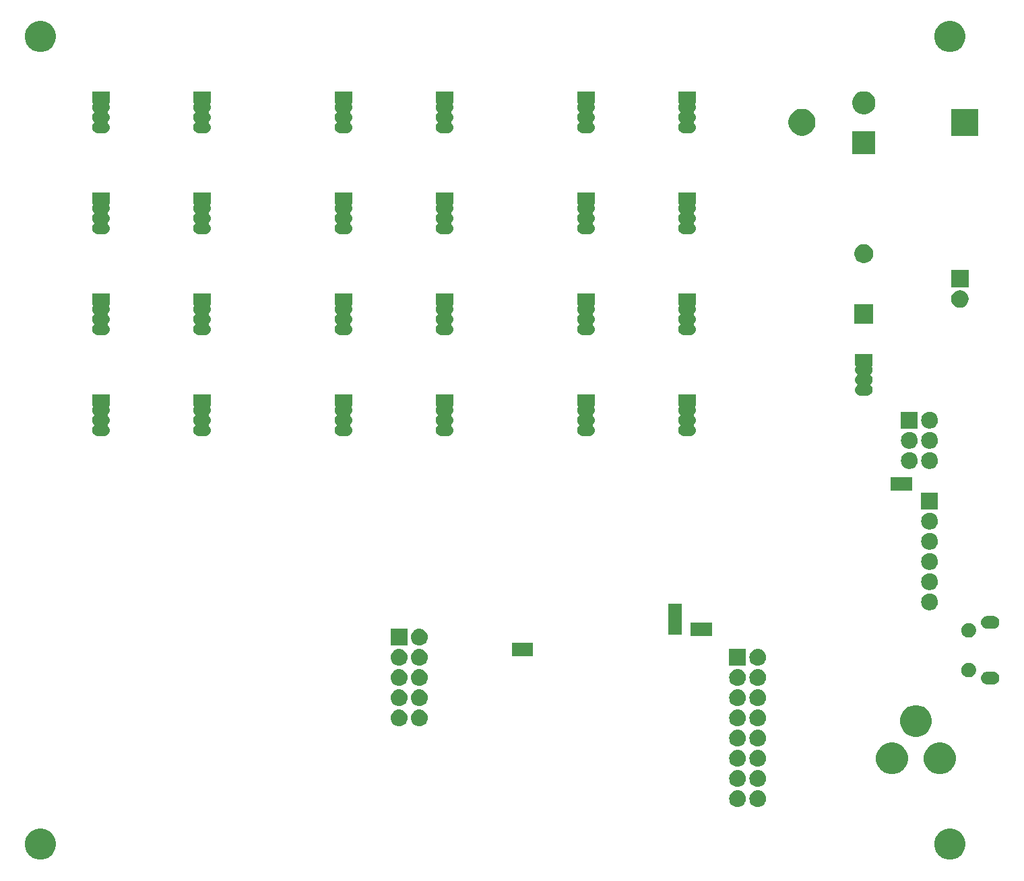
<source format=gbr>
G04 #@! TF.GenerationSoftware,KiCad,Pcbnew,(5.0.1-3-g963ef8bb5)*
G04 #@! TF.CreationDate,2018-10-27T20:23:32-05:00*
G04 #@! TF.ProjectId,kbxBinaryClock.v4,6B627842696E617279436C6F636B2E76,rev?*
G04 #@! TF.SameCoordinates,Original*
G04 #@! TF.FileFunction,Soldermask,Bot*
G04 #@! TF.FilePolarity,Negative*
%FSLAX46Y46*%
G04 Gerber Fmt 4.6, Leading zero omitted, Abs format (unit mm)*
G04 Created by KiCad (PCBNEW (5.0.1-3-g963ef8bb5)) date Saturday, October 27, 2018 at 08:23:32 PM*
%MOMM*%
%LPD*%
G01*
G04 APERTURE LIST*
%ADD10C,0.100000*%
G04 APERTURE END LIST*
D10*
G36*
X215198793Y-139094937D02*
X215553670Y-139241932D01*
X215873055Y-139455338D01*
X216144662Y-139726945D01*
X216358068Y-140046330D01*
X216505063Y-140401207D01*
X216580000Y-140777940D01*
X216580000Y-141162060D01*
X216505063Y-141538793D01*
X216358068Y-141893670D01*
X216144662Y-142213055D01*
X215873055Y-142484662D01*
X215553670Y-142698068D01*
X215198793Y-142845063D01*
X214822060Y-142920000D01*
X214437940Y-142920000D01*
X214061207Y-142845063D01*
X213706330Y-142698068D01*
X213386945Y-142484662D01*
X213115338Y-142213055D01*
X212901932Y-141893670D01*
X212754937Y-141538793D01*
X212680000Y-141162060D01*
X212680000Y-140777940D01*
X212754937Y-140401207D01*
X212901932Y-140046330D01*
X213115338Y-139726945D01*
X213386945Y-139455338D01*
X213706330Y-139241932D01*
X214061207Y-139094937D01*
X214437940Y-139020000D01*
X214822060Y-139020000D01*
X215198793Y-139094937D01*
X215198793Y-139094937D01*
G37*
G36*
X100898793Y-139094937D02*
X101253670Y-139241932D01*
X101573055Y-139455338D01*
X101844662Y-139726945D01*
X102058068Y-140046330D01*
X102205063Y-140401207D01*
X102280000Y-140777940D01*
X102280000Y-141162060D01*
X102205063Y-141538793D01*
X102058068Y-141893670D01*
X101844662Y-142213055D01*
X101573055Y-142484662D01*
X101253670Y-142698068D01*
X100898793Y-142845063D01*
X100522060Y-142920000D01*
X100137940Y-142920000D01*
X99761207Y-142845063D01*
X99406330Y-142698068D01*
X99086945Y-142484662D01*
X98815338Y-142213055D01*
X98601932Y-141893670D01*
X98454937Y-141538793D01*
X98380000Y-141162060D01*
X98380000Y-140777940D01*
X98454937Y-140401207D01*
X98601932Y-140046330D01*
X98815338Y-139726945D01*
X99086945Y-139455338D01*
X99406330Y-139241932D01*
X99761207Y-139094937D01*
X100137940Y-139020000D01*
X100522060Y-139020000D01*
X100898793Y-139094937D01*
X100898793Y-139094937D01*
G37*
G36*
X188088707Y-134212597D02*
X188165836Y-134220193D01*
X188297787Y-134260220D01*
X188363763Y-134280233D01*
X188546172Y-134377733D01*
X188706054Y-134508946D01*
X188837267Y-134668828D01*
X188934767Y-134851237D01*
X188934767Y-134851238D01*
X188994807Y-135049164D01*
X189015080Y-135255000D01*
X188994807Y-135460836D01*
X188954780Y-135592787D01*
X188934767Y-135658763D01*
X188837267Y-135841172D01*
X188706054Y-136001054D01*
X188546172Y-136132267D01*
X188363763Y-136229767D01*
X188297787Y-136249780D01*
X188165836Y-136289807D01*
X188088707Y-136297403D01*
X188011580Y-136305000D01*
X187908420Y-136305000D01*
X187831293Y-136297403D01*
X187754164Y-136289807D01*
X187622213Y-136249780D01*
X187556237Y-136229767D01*
X187373828Y-136132267D01*
X187213946Y-136001054D01*
X187082733Y-135841172D01*
X186985233Y-135658763D01*
X186965220Y-135592787D01*
X186925193Y-135460836D01*
X186904920Y-135255000D01*
X186925193Y-135049164D01*
X186985233Y-134851238D01*
X186985233Y-134851237D01*
X187082733Y-134668828D01*
X187213946Y-134508946D01*
X187373828Y-134377733D01*
X187556237Y-134280233D01*
X187622213Y-134260220D01*
X187754164Y-134220193D01*
X187831293Y-134212597D01*
X187908420Y-134205000D01*
X188011580Y-134205000D01*
X188088707Y-134212597D01*
X188088707Y-134212597D01*
G37*
G36*
X190628707Y-134212597D02*
X190705836Y-134220193D01*
X190837787Y-134260220D01*
X190903763Y-134280233D01*
X191086172Y-134377733D01*
X191246054Y-134508946D01*
X191377267Y-134668828D01*
X191474767Y-134851237D01*
X191474767Y-134851238D01*
X191534807Y-135049164D01*
X191555080Y-135255000D01*
X191534807Y-135460836D01*
X191494780Y-135592787D01*
X191474767Y-135658763D01*
X191377267Y-135841172D01*
X191246054Y-136001054D01*
X191086172Y-136132267D01*
X190903763Y-136229767D01*
X190837787Y-136249780D01*
X190705836Y-136289807D01*
X190628707Y-136297403D01*
X190551580Y-136305000D01*
X190448420Y-136305000D01*
X190371293Y-136297403D01*
X190294164Y-136289807D01*
X190162213Y-136249780D01*
X190096237Y-136229767D01*
X189913828Y-136132267D01*
X189753946Y-136001054D01*
X189622733Y-135841172D01*
X189525233Y-135658763D01*
X189505220Y-135592787D01*
X189465193Y-135460836D01*
X189444920Y-135255000D01*
X189465193Y-135049164D01*
X189525233Y-134851238D01*
X189525233Y-134851237D01*
X189622733Y-134668828D01*
X189753946Y-134508946D01*
X189913828Y-134377733D01*
X190096237Y-134280233D01*
X190162213Y-134260220D01*
X190294164Y-134220193D01*
X190371293Y-134212597D01*
X190448420Y-134205000D01*
X190551580Y-134205000D01*
X190628707Y-134212597D01*
X190628707Y-134212597D01*
G37*
G36*
X190628707Y-131672596D02*
X190705836Y-131680193D01*
X190837787Y-131720220D01*
X190903763Y-131740233D01*
X191086172Y-131837733D01*
X191246054Y-131968946D01*
X191377267Y-132128828D01*
X191474767Y-132311237D01*
X191474767Y-132311238D01*
X191534807Y-132509164D01*
X191555080Y-132715000D01*
X191534807Y-132920836D01*
X191494780Y-133052787D01*
X191474767Y-133118763D01*
X191377267Y-133301172D01*
X191246054Y-133461054D01*
X191086172Y-133592267D01*
X190903763Y-133689767D01*
X190837787Y-133709780D01*
X190705836Y-133749807D01*
X190628707Y-133757403D01*
X190551580Y-133765000D01*
X190448420Y-133765000D01*
X190371293Y-133757403D01*
X190294164Y-133749807D01*
X190162213Y-133709780D01*
X190096237Y-133689767D01*
X189913828Y-133592267D01*
X189753946Y-133461054D01*
X189622733Y-133301172D01*
X189525233Y-133118763D01*
X189505220Y-133052787D01*
X189465193Y-132920836D01*
X189444920Y-132715000D01*
X189465193Y-132509164D01*
X189525233Y-132311238D01*
X189525233Y-132311237D01*
X189622733Y-132128828D01*
X189753946Y-131968946D01*
X189913828Y-131837733D01*
X190096237Y-131740233D01*
X190162213Y-131720220D01*
X190294164Y-131680193D01*
X190371293Y-131672596D01*
X190448420Y-131665000D01*
X190551580Y-131665000D01*
X190628707Y-131672596D01*
X190628707Y-131672596D01*
G37*
G36*
X188088707Y-131672596D02*
X188165836Y-131680193D01*
X188297787Y-131720220D01*
X188363763Y-131740233D01*
X188546172Y-131837733D01*
X188706054Y-131968946D01*
X188837267Y-132128828D01*
X188934767Y-132311237D01*
X188934767Y-132311238D01*
X188994807Y-132509164D01*
X189015080Y-132715000D01*
X188994807Y-132920836D01*
X188954780Y-133052787D01*
X188934767Y-133118763D01*
X188837267Y-133301172D01*
X188706054Y-133461054D01*
X188546172Y-133592267D01*
X188363763Y-133689767D01*
X188297787Y-133709780D01*
X188165836Y-133749807D01*
X188088707Y-133757403D01*
X188011580Y-133765000D01*
X187908420Y-133765000D01*
X187831293Y-133757403D01*
X187754164Y-133749807D01*
X187622213Y-133709780D01*
X187556237Y-133689767D01*
X187373828Y-133592267D01*
X187213946Y-133461054D01*
X187082733Y-133301172D01*
X186985233Y-133118763D01*
X186965220Y-133052787D01*
X186925193Y-132920836D01*
X186904920Y-132715000D01*
X186925193Y-132509164D01*
X186985233Y-132311238D01*
X186985233Y-132311237D01*
X187082733Y-132128828D01*
X187213946Y-131968946D01*
X187373828Y-131837733D01*
X187556237Y-131740233D01*
X187622213Y-131720220D01*
X187754164Y-131680193D01*
X187831293Y-131672596D01*
X187908420Y-131665000D01*
X188011580Y-131665000D01*
X188088707Y-131672596D01*
X188088707Y-131672596D01*
G37*
G36*
X207949378Y-128257859D02*
X208313354Y-128408622D01*
X208640929Y-128627501D01*
X208919499Y-128906071D01*
X209138378Y-129233646D01*
X209289141Y-129597622D01*
X209366000Y-129984016D01*
X209366000Y-130377984D01*
X209289141Y-130764378D01*
X209138378Y-131128354D01*
X208919499Y-131455929D01*
X208640929Y-131734499D01*
X208313354Y-131953378D01*
X207949378Y-132104141D01*
X207562984Y-132181000D01*
X207169016Y-132181000D01*
X206782622Y-132104141D01*
X206418646Y-131953378D01*
X206091071Y-131734499D01*
X205812501Y-131455929D01*
X205593622Y-131128354D01*
X205442859Y-130764378D01*
X205366000Y-130377984D01*
X205366000Y-129984016D01*
X205442859Y-129597622D01*
X205593622Y-129233646D01*
X205812501Y-128906071D01*
X206091071Y-128627501D01*
X206418646Y-128408622D01*
X206782622Y-128257859D01*
X207169016Y-128181000D01*
X207562984Y-128181000D01*
X207949378Y-128257859D01*
X207949378Y-128257859D01*
G37*
G36*
X213949378Y-128257859D02*
X214313354Y-128408622D01*
X214640929Y-128627501D01*
X214919499Y-128906071D01*
X215138378Y-129233646D01*
X215289141Y-129597622D01*
X215366000Y-129984016D01*
X215366000Y-130377984D01*
X215289141Y-130764378D01*
X215138378Y-131128354D01*
X214919499Y-131455929D01*
X214640929Y-131734499D01*
X214313354Y-131953378D01*
X213949378Y-132104141D01*
X213562984Y-132181000D01*
X213169016Y-132181000D01*
X212782622Y-132104141D01*
X212418646Y-131953378D01*
X212091071Y-131734499D01*
X211812501Y-131455929D01*
X211593622Y-131128354D01*
X211442859Y-130764378D01*
X211366000Y-130377984D01*
X211366000Y-129984016D01*
X211442859Y-129597622D01*
X211593622Y-129233646D01*
X211812501Y-128906071D01*
X212091071Y-128627501D01*
X212418646Y-128408622D01*
X212782622Y-128257859D01*
X213169016Y-128181000D01*
X213562984Y-128181000D01*
X213949378Y-128257859D01*
X213949378Y-128257859D01*
G37*
G36*
X188088707Y-129132597D02*
X188165836Y-129140193D01*
X188297787Y-129180220D01*
X188363763Y-129200233D01*
X188546172Y-129297733D01*
X188706054Y-129428946D01*
X188837267Y-129588828D01*
X188934767Y-129771237D01*
X188934767Y-129771238D01*
X188994807Y-129969164D01*
X189015080Y-130175000D01*
X188994807Y-130380836D01*
X188954780Y-130512787D01*
X188934767Y-130578763D01*
X188837267Y-130761172D01*
X188706054Y-130921054D01*
X188546172Y-131052267D01*
X188363763Y-131149767D01*
X188297787Y-131169780D01*
X188165836Y-131209807D01*
X188088707Y-131217404D01*
X188011580Y-131225000D01*
X187908420Y-131225000D01*
X187831293Y-131217404D01*
X187754164Y-131209807D01*
X187622213Y-131169780D01*
X187556237Y-131149767D01*
X187373828Y-131052267D01*
X187213946Y-130921054D01*
X187082733Y-130761172D01*
X186985233Y-130578763D01*
X186965220Y-130512787D01*
X186925193Y-130380836D01*
X186904920Y-130175000D01*
X186925193Y-129969164D01*
X186985233Y-129771238D01*
X186985233Y-129771237D01*
X187082733Y-129588828D01*
X187213946Y-129428946D01*
X187373828Y-129297733D01*
X187556237Y-129200233D01*
X187622213Y-129180220D01*
X187754164Y-129140193D01*
X187831293Y-129132597D01*
X187908420Y-129125000D01*
X188011580Y-129125000D01*
X188088707Y-129132597D01*
X188088707Y-129132597D01*
G37*
G36*
X190628707Y-129132597D02*
X190705836Y-129140193D01*
X190837787Y-129180220D01*
X190903763Y-129200233D01*
X191086172Y-129297733D01*
X191246054Y-129428946D01*
X191377267Y-129588828D01*
X191474767Y-129771237D01*
X191474767Y-129771238D01*
X191534807Y-129969164D01*
X191555080Y-130175000D01*
X191534807Y-130380836D01*
X191494780Y-130512787D01*
X191474767Y-130578763D01*
X191377267Y-130761172D01*
X191246054Y-130921054D01*
X191086172Y-131052267D01*
X190903763Y-131149767D01*
X190837787Y-131169780D01*
X190705836Y-131209807D01*
X190628707Y-131217404D01*
X190551580Y-131225000D01*
X190448420Y-131225000D01*
X190371293Y-131217404D01*
X190294164Y-131209807D01*
X190162213Y-131169780D01*
X190096237Y-131149767D01*
X189913828Y-131052267D01*
X189753946Y-130921054D01*
X189622733Y-130761172D01*
X189525233Y-130578763D01*
X189505220Y-130512787D01*
X189465193Y-130380836D01*
X189444920Y-130175000D01*
X189465193Y-129969164D01*
X189525233Y-129771238D01*
X189525233Y-129771237D01*
X189622733Y-129588828D01*
X189753946Y-129428946D01*
X189913828Y-129297733D01*
X190096237Y-129200233D01*
X190162213Y-129180220D01*
X190294164Y-129140193D01*
X190371293Y-129132597D01*
X190448420Y-129125000D01*
X190551580Y-129125000D01*
X190628707Y-129132597D01*
X190628707Y-129132597D01*
G37*
G36*
X190628707Y-126592597D02*
X190705836Y-126600193D01*
X190837787Y-126640220D01*
X190903763Y-126660233D01*
X191086172Y-126757733D01*
X191246054Y-126888946D01*
X191377267Y-127048828D01*
X191474767Y-127231237D01*
X191474767Y-127231238D01*
X191534807Y-127429164D01*
X191555080Y-127635000D01*
X191534807Y-127840836D01*
X191494780Y-127972787D01*
X191474767Y-128038763D01*
X191377267Y-128221172D01*
X191246054Y-128381054D01*
X191086172Y-128512267D01*
X190903763Y-128609767D01*
X190845307Y-128627499D01*
X190705836Y-128669807D01*
X190628707Y-128677403D01*
X190551580Y-128685000D01*
X190448420Y-128685000D01*
X190371293Y-128677403D01*
X190294164Y-128669807D01*
X190154693Y-128627499D01*
X190096237Y-128609767D01*
X189913828Y-128512267D01*
X189753946Y-128381054D01*
X189622733Y-128221172D01*
X189525233Y-128038763D01*
X189505220Y-127972787D01*
X189465193Y-127840836D01*
X189444920Y-127635000D01*
X189465193Y-127429164D01*
X189525233Y-127231238D01*
X189525233Y-127231237D01*
X189622733Y-127048828D01*
X189753946Y-126888946D01*
X189913828Y-126757733D01*
X190096237Y-126660233D01*
X190162213Y-126640220D01*
X190294164Y-126600193D01*
X190371293Y-126592597D01*
X190448420Y-126585000D01*
X190551580Y-126585000D01*
X190628707Y-126592597D01*
X190628707Y-126592597D01*
G37*
G36*
X188088707Y-126592597D02*
X188165836Y-126600193D01*
X188297787Y-126640220D01*
X188363763Y-126660233D01*
X188546172Y-126757733D01*
X188706054Y-126888946D01*
X188837267Y-127048828D01*
X188934767Y-127231237D01*
X188934767Y-127231238D01*
X188994807Y-127429164D01*
X189015080Y-127635000D01*
X188994807Y-127840836D01*
X188954780Y-127972787D01*
X188934767Y-128038763D01*
X188837267Y-128221172D01*
X188706054Y-128381054D01*
X188546172Y-128512267D01*
X188363763Y-128609767D01*
X188305307Y-128627499D01*
X188165836Y-128669807D01*
X188088707Y-128677403D01*
X188011580Y-128685000D01*
X187908420Y-128685000D01*
X187831293Y-128677403D01*
X187754164Y-128669807D01*
X187614693Y-128627499D01*
X187556237Y-128609767D01*
X187373828Y-128512267D01*
X187213946Y-128381054D01*
X187082733Y-128221172D01*
X186985233Y-128038763D01*
X186965220Y-127972787D01*
X186925193Y-127840836D01*
X186904920Y-127635000D01*
X186925193Y-127429164D01*
X186985233Y-127231238D01*
X186985233Y-127231237D01*
X187082733Y-127048828D01*
X187213946Y-126888946D01*
X187373828Y-126757733D01*
X187556237Y-126660233D01*
X187622213Y-126640220D01*
X187754164Y-126600193D01*
X187831293Y-126592597D01*
X187908420Y-126585000D01*
X188011580Y-126585000D01*
X188088707Y-126592597D01*
X188088707Y-126592597D01*
G37*
G36*
X210949378Y-123557859D02*
X211313354Y-123708622D01*
X211640929Y-123927501D01*
X211919499Y-124206071D01*
X212138378Y-124533646D01*
X212289141Y-124897622D01*
X212366000Y-125284016D01*
X212366000Y-125677984D01*
X212289141Y-126064378D01*
X212138378Y-126428354D01*
X211919499Y-126755929D01*
X211640929Y-127034499D01*
X211313354Y-127253378D01*
X210949378Y-127404141D01*
X210562984Y-127481000D01*
X210169016Y-127481000D01*
X209782622Y-127404141D01*
X209418646Y-127253378D01*
X209091071Y-127034499D01*
X208812501Y-126755929D01*
X208593622Y-126428354D01*
X208442859Y-126064378D01*
X208366000Y-125677984D01*
X208366000Y-125284016D01*
X208442859Y-124897622D01*
X208593622Y-124533646D01*
X208812501Y-124206071D01*
X209091071Y-123927501D01*
X209418646Y-123708622D01*
X209782622Y-123557859D01*
X210169016Y-123481000D01*
X210562984Y-123481000D01*
X210949378Y-123557859D01*
X210949378Y-123557859D01*
G37*
G36*
X190628707Y-124052597D02*
X190705836Y-124060193D01*
X190837787Y-124100220D01*
X190903763Y-124120233D01*
X191086172Y-124217733D01*
X191246054Y-124348946D01*
X191377267Y-124508828D01*
X191474767Y-124691237D01*
X191474767Y-124691238D01*
X191534807Y-124889164D01*
X191555080Y-125095000D01*
X191534807Y-125300836D01*
X191494780Y-125432787D01*
X191474767Y-125498763D01*
X191377267Y-125681172D01*
X191246054Y-125841054D01*
X191086172Y-125972267D01*
X190903763Y-126069767D01*
X190837787Y-126089780D01*
X190705836Y-126129807D01*
X190628707Y-126137403D01*
X190551580Y-126145000D01*
X190448420Y-126145000D01*
X190371293Y-126137403D01*
X190294164Y-126129807D01*
X190162213Y-126089780D01*
X190096237Y-126069767D01*
X189913828Y-125972267D01*
X189753946Y-125841054D01*
X189622733Y-125681172D01*
X189525233Y-125498763D01*
X189505220Y-125432787D01*
X189465193Y-125300836D01*
X189444920Y-125095000D01*
X189465193Y-124889164D01*
X189525233Y-124691238D01*
X189525233Y-124691237D01*
X189622733Y-124508828D01*
X189753946Y-124348946D01*
X189913828Y-124217733D01*
X190096237Y-124120233D01*
X190162213Y-124100220D01*
X190294164Y-124060193D01*
X190371293Y-124052597D01*
X190448420Y-124045000D01*
X190551580Y-124045000D01*
X190628707Y-124052597D01*
X190628707Y-124052597D01*
G37*
G36*
X145543707Y-124052597D02*
X145620836Y-124060193D01*
X145752787Y-124100220D01*
X145818763Y-124120233D01*
X146001172Y-124217733D01*
X146161054Y-124348946D01*
X146292267Y-124508828D01*
X146389767Y-124691237D01*
X146389767Y-124691238D01*
X146449807Y-124889164D01*
X146470080Y-125095000D01*
X146449807Y-125300836D01*
X146409780Y-125432787D01*
X146389767Y-125498763D01*
X146292267Y-125681172D01*
X146161054Y-125841054D01*
X146001172Y-125972267D01*
X145818763Y-126069767D01*
X145752787Y-126089780D01*
X145620836Y-126129807D01*
X145543707Y-126137403D01*
X145466580Y-126145000D01*
X145363420Y-126145000D01*
X145286293Y-126137403D01*
X145209164Y-126129807D01*
X145077213Y-126089780D01*
X145011237Y-126069767D01*
X144828828Y-125972267D01*
X144668946Y-125841054D01*
X144537733Y-125681172D01*
X144440233Y-125498763D01*
X144420220Y-125432787D01*
X144380193Y-125300836D01*
X144359920Y-125095000D01*
X144380193Y-124889164D01*
X144440233Y-124691238D01*
X144440233Y-124691237D01*
X144537733Y-124508828D01*
X144668946Y-124348946D01*
X144828828Y-124217733D01*
X145011237Y-124120233D01*
X145077213Y-124100220D01*
X145209164Y-124060193D01*
X145286293Y-124052597D01*
X145363420Y-124045000D01*
X145466580Y-124045000D01*
X145543707Y-124052597D01*
X145543707Y-124052597D01*
G37*
G36*
X148083707Y-124052597D02*
X148160836Y-124060193D01*
X148292787Y-124100220D01*
X148358763Y-124120233D01*
X148541172Y-124217733D01*
X148701054Y-124348946D01*
X148832267Y-124508828D01*
X148929767Y-124691237D01*
X148929767Y-124691238D01*
X148989807Y-124889164D01*
X149010080Y-125095000D01*
X148989807Y-125300836D01*
X148949780Y-125432787D01*
X148929767Y-125498763D01*
X148832267Y-125681172D01*
X148701054Y-125841054D01*
X148541172Y-125972267D01*
X148358763Y-126069767D01*
X148292787Y-126089780D01*
X148160836Y-126129807D01*
X148083707Y-126137403D01*
X148006580Y-126145000D01*
X147903420Y-126145000D01*
X147826293Y-126137403D01*
X147749164Y-126129807D01*
X147617213Y-126089780D01*
X147551237Y-126069767D01*
X147368828Y-125972267D01*
X147208946Y-125841054D01*
X147077733Y-125681172D01*
X146980233Y-125498763D01*
X146960220Y-125432787D01*
X146920193Y-125300836D01*
X146899920Y-125095000D01*
X146920193Y-124889164D01*
X146980233Y-124691238D01*
X146980233Y-124691237D01*
X147077733Y-124508828D01*
X147208946Y-124348946D01*
X147368828Y-124217733D01*
X147551237Y-124120233D01*
X147617213Y-124100220D01*
X147749164Y-124060193D01*
X147826293Y-124052597D01*
X147903420Y-124045000D01*
X148006580Y-124045000D01*
X148083707Y-124052597D01*
X148083707Y-124052597D01*
G37*
G36*
X188088707Y-124052597D02*
X188165836Y-124060193D01*
X188297787Y-124100220D01*
X188363763Y-124120233D01*
X188546172Y-124217733D01*
X188706054Y-124348946D01*
X188837267Y-124508828D01*
X188934767Y-124691237D01*
X188934767Y-124691238D01*
X188994807Y-124889164D01*
X189015080Y-125095000D01*
X188994807Y-125300836D01*
X188954780Y-125432787D01*
X188934767Y-125498763D01*
X188837267Y-125681172D01*
X188706054Y-125841054D01*
X188546172Y-125972267D01*
X188363763Y-126069767D01*
X188297787Y-126089780D01*
X188165836Y-126129807D01*
X188088707Y-126137403D01*
X188011580Y-126145000D01*
X187908420Y-126145000D01*
X187831293Y-126137403D01*
X187754164Y-126129807D01*
X187622213Y-126089780D01*
X187556237Y-126069767D01*
X187373828Y-125972267D01*
X187213946Y-125841054D01*
X187082733Y-125681172D01*
X186985233Y-125498763D01*
X186965220Y-125432787D01*
X186925193Y-125300836D01*
X186904920Y-125095000D01*
X186925193Y-124889164D01*
X186985233Y-124691238D01*
X186985233Y-124691237D01*
X187082733Y-124508828D01*
X187213946Y-124348946D01*
X187373828Y-124217733D01*
X187556237Y-124120233D01*
X187622213Y-124100220D01*
X187754164Y-124060193D01*
X187831293Y-124052597D01*
X187908420Y-124045000D01*
X188011580Y-124045000D01*
X188088707Y-124052597D01*
X188088707Y-124052597D01*
G37*
G36*
X145543707Y-121512597D02*
X145620836Y-121520193D01*
X145752787Y-121560220D01*
X145818763Y-121580233D01*
X146001172Y-121677733D01*
X146161054Y-121808946D01*
X146292267Y-121968828D01*
X146389767Y-122151237D01*
X146389767Y-122151238D01*
X146449807Y-122349164D01*
X146470080Y-122555000D01*
X146449807Y-122760836D01*
X146409780Y-122892787D01*
X146389767Y-122958763D01*
X146292267Y-123141172D01*
X146161054Y-123301054D01*
X146001172Y-123432267D01*
X145818763Y-123529767D01*
X145752787Y-123549780D01*
X145620836Y-123589807D01*
X145543707Y-123597403D01*
X145466580Y-123605000D01*
X145363420Y-123605000D01*
X145286293Y-123597403D01*
X145209164Y-123589807D01*
X145077213Y-123549780D01*
X145011237Y-123529767D01*
X144828828Y-123432267D01*
X144668946Y-123301054D01*
X144537733Y-123141172D01*
X144440233Y-122958763D01*
X144420220Y-122892787D01*
X144380193Y-122760836D01*
X144359920Y-122555000D01*
X144380193Y-122349164D01*
X144440233Y-122151238D01*
X144440233Y-122151237D01*
X144537733Y-121968828D01*
X144668946Y-121808946D01*
X144828828Y-121677733D01*
X145011237Y-121580233D01*
X145077213Y-121560220D01*
X145209164Y-121520193D01*
X145286293Y-121512597D01*
X145363420Y-121505000D01*
X145466580Y-121505000D01*
X145543707Y-121512597D01*
X145543707Y-121512597D01*
G37*
G36*
X188088707Y-121512597D02*
X188165836Y-121520193D01*
X188297787Y-121560220D01*
X188363763Y-121580233D01*
X188546172Y-121677733D01*
X188706054Y-121808946D01*
X188837267Y-121968828D01*
X188934767Y-122151237D01*
X188934767Y-122151238D01*
X188994807Y-122349164D01*
X189015080Y-122555000D01*
X188994807Y-122760836D01*
X188954780Y-122892787D01*
X188934767Y-122958763D01*
X188837267Y-123141172D01*
X188706054Y-123301054D01*
X188546172Y-123432267D01*
X188363763Y-123529767D01*
X188297787Y-123549780D01*
X188165836Y-123589807D01*
X188088707Y-123597403D01*
X188011580Y-123605000D01*
X187908420Y-123605000D01*
X187831293Y-123597403D01*
X187754164Y-123589807D01*
X187622213Y-123549780D01*
X187556237Y-123529767D01*
X187373828Y-123432267D01*
X187213946Y-123301054D01*
X187082733Y-123141172D01*
X186985233Y-122958763D01*
X186965220Y-122892787D01*
X186925193Y-122760836D01*
X186904920Y-122555000D01*
X186925193Y-122349164D01*
X186985233Y-122151238D01*
X186985233Y-122151237D01*
X187082733Y-121968828D01*
X187213946Y-121808946D01*
X187373828Y-121677733D01*
X187556237Y-121580233D01*
X187622213Y-121560220D01*
X187754164Y-121520193D01*
X187831293Y-121512597D01*
X187908420Y-121505000D01*
X188011580Y-121505000D01*
X188088707Y-121512597D01*
X188088707Y-121512597D01*
G37*
G36*
X190628707Y-121512597D02*
X190705836Y-121520193D01*
X190837787Y-121560220D01*
X190903763Y-121580233D01*
X191086172Y-121677733D01*
X191246054Y-121808946D01*
X191377267Y-121968828D01*
X191474767Y-122151237D01*
X191474767Y-122151238D01*
X191534807Y-122349164D01*
X191555080Y-122555000D01*
X191534807Y-122760836D01*
X191494780Y-122892787D01*
X191474767Y-122958763D01*
X191377267Y-123141172D01*
X191246054Y-123301054D01*
X191086172Y-123432267D01*
X190903763Y-123529767D01*
X190837787Y-123549780D01*
X190705836Y-123589807D01*
X190628707Y-123597403D01*
X190551580Y-123605000D01*
X190448420Y-123605000D01*
X190371293Y-123597403D01*
X190294164Y-123589807D01*
X190162213Y-123549780D01*
X190096237Y-123529767D01*
X189913828Y-123432267D01*
X189753946Y-123301054D01*
X189622733Y-123141172D01*
X189525233Y-122958763D01*
X189505220Y-122892787D01*
X189465193Y-122760836D01*
X189444920Y-122555000D01*
X189465193Y-122349164D01*
X189525233Y-122151238D01*
X189525233Y-122151237D01*
X189622733Y-121968828D01*
X189753946Y-121808946D01*
X189913828Y-121677733D01*
X190096237Y-121580233D01*
X190162213Y-121560220D01*
X190294164Y-121520193D01*
X190371293Y-121512597D01*
X190448420Y-121505000D01*
X190551580Y-121505000D01*
X190628707Y-121512597D01*
X190628707Y-121512597D01*
G37*
G36*
X148083707Y-121512597D02*
X148160836Y-121520193D01*
X148292787Y-121560220D01*
X148358763Y-121580233D01*
X148541172Y-121677733D01*
X148701054Y-121808946D01*
X148832267Y-121968828D01*
X148929767Y-122151237D01*
X148929767Y-122151238D01*
X148989807Y-122349164D01*
X149010080Y-122555000D01*
X148989807Y-122760836D01*
X148949780Y-122892787D01*
X148929767Y-122958763D01*
X148832267Y-123141172D01*
X148701054Y-123301054D01*
X148541172Y-123432267D01*
X148358763Y-123529767D01*
X148292787Y-123549780D01*
X148160836Y-123589807D01*
X148083707Y-123597403D01*
X148006580Y-123605000D01*
X147903420Y-123605000D01*
X147826293Y-123597403D01*
X147749164Y-123589807D01*
X147617213Y-123549780D01*
X147551237Y-123529767D01*
X147368828Y-123432267D01*
X147208946Y-123301054D01*
X147077733Y-123141172D01*
X146980233Y-122958763D01*
X146960220Y-122892787D01*
X146920193Y-122760836D01*
X146899920Y-122555000D01*
X146920193Y-122349164D01*
X146980233Y-122151238D01*
X146980233Y-122151237D01*
X147077733Y-121968828D01*
X147208946Y-121808946D01*
X147368828Y-121677733D01*
X147551237Y-121580233D01*
X147617213Y-121560220D01*
X147749164Y-121520193D01*
X147826293Y-121512597D01*
X147903420Y-121505000D01*
X148006580Y-121505000D01*
X148083707Y-121512597D01*
X148083707Y-121512597D01*
G37*
G36*
X148083707Y-118972596D02*
X148160836Y-118980193D01*
X148292787Y-119020220D01*
X148358763Y-119040233D01*
X148541172Y-119137733D01*
X148701054Y-119268946D01*
X148832267Y-119428828D01*
X148929767Y-119611237D01*
X148944454Y-119659656D01*
X148989807Y-119809164D01*
X149010080Y-120015000D01*
X148989807Y-120220836D01*
X148949780Y-120352787D01*
X148929767Y-120418763D01*
X148832267Y-120601172D01*
X148701054Y-120761054D01*
X148541172Y-120892267D01*
X148358763Y-120989767D01*
X148292787Y-121009780D01*
X148160836Y-121049807D01*
X148083707Y-121057404D01*
X148006580Y-121065000D01*
X147903420Y-121065000D01*
X147826293Y-121057404D01*
X147749164Y-121049807D01*
X147617213Y-121009780D01*
X147551237Y-120989767D01*
X147368828Y-120892267D01*
X147208946Y-120761054D01*
X147077733Y-120601172D01*
X146980233Y-120418763D01*
X146960220Y-120352787D01*
X146920193Y-120220836D01*
X146899920Y-120015000D01*
X146920193Y-119809164D01*
X146965546Y-119659656D01*
X146980233Y-119611237D01*
X147077733Y-119428828D01*
X147208946Y-119268946D01*
X147368828Y-119137733D01*
X147551237Y-119040233D01*
X147617213Y-119020220D01*
X147749164Y-118980193D01*
X147826293Y-118972596D01*
X147903420Y-118965000D01*
X148006580Y-118965000D01*
X148083707Y-118972596D01*
X148083707Y-118972596D01*
G37*
G36*
X145543707Y-118972596D02*
X145620836Y-118980193D01*
X145752787Y-119020220D01*
X145818763Y-119040233D01*
X146001172Y-119137733D01*
X146161054Y-119268946D01*
X146292267Y-119428828D01*
X146389767Y-119611237D01*
X146404454Y-119659656D01*
X146449807Y-119809164D01*
X146470080Y-120015000D01*
X146449807Y-120220836D01*
X146409780Y-120352787D01*
X146389767Y-120418763D01*
X146292267Y-120601172D01*
X146161054Y-120761054D01*
X146001172Y-120892267D01*
X145818763Y-120989767D01*
X145752787Y-121009780D01*
X145620836Y-121049807D01*
X145543707Y-121057404D01*
X145466580Y-121065000D01*
X145363420Y-121065000D01*
X145286293Y-121057404D01*
X145209164Y-121049807D01*
X145077213Y-121009780D01*
X145011237Y-120989767D01*
X144828828Y-120892267D01*
X144668946Y-120761054D01*
X144537733Y-120601172D01*
X144440233Y-120418763D01*
X144420220Y-120352787D01*
X144380193Y-120220836D01*
X144359920Y-120015000D01*
X144380193Y-119809164D01*
X144425546Y-119659656D01*
X144440233Y-119611237D01*
X144537733Y-119428828D01*
X144668946Y-119268946D01*
X144828828Y-119137733D01*
X145011237Y-119040233D01*
X145077213Y-119020220D01*
X145209164Y-118980193D01*
X145286293Y-118972596D01*
X145363420Y-118965000D01*
X145466580Y-118965000D01*
X145543707Y-118972596D01*
X145543707Y-118972596D01*
G37*
G36*
X188088707Y-118972596D02*
X188165836Y-118980193D01*
X188297787Y-119020220D01*
X188363763Y-119040233D01*
X188546172Y-119137733D01*
X188706054Y-119268946D01*
X188837267Y-119428828D01*
X188934767Y-119611237D01*
X188949454Y-119659656D01*
X188994807Y-119809164D01*
X189015080Y-120015000D01*
X188994807Y-120220836D01*
X188954780Y-120352787D01*
X188934767Y-120418763D01*
X188837267Y-120601172D01*
X188706054Y-120761054D01*
X188546172Y-120892267D01*
X188363763Y-120989767D01*
X188297787Y-121009780D01*
X188165836Y-121049807D01*
X188088707Y-121057404D01*
X188011580Y-121065000D01*
X187908420Y-121065000D01*
X187831293Y-121057404D01*
X187754164Y-121049807D01*
X187622213Y-121009780D01*
X187556237Y-120989767D01*
X187373828Y-120892267D01*
X187213946Y-120761054D01*
X187082733Y-120601172D01*
X186985233Y-120418763D01*
X186965220Y-120352787D01*
X186925193Y-120220836D01*
X186904920Y-120015000D01*
X186925193Y-119809164D01*
X186970546Y-119659656D01*
X186985233Y-119611237D01*
X187082733Y-119428828D01*
X187213946Y-119268946D01*
X187373828Y-119137733D01*
X187556237Y-119040233D01*
X187622213Y-119020220D01*
X187754164Y-118980193D01*
X187831293Y-118972596D01*
X187908420Y-118965000D01*
X188011580Y-118965000D01*
X188088707Y-118972596D01*
X188088707Y-118972596D01*
G37*
G36*
X190628707Y-118972596D02*
X190705836Y-118980193D01*
X190837787Y-119020220D01*
X190903763Y-119040233D01*
X191086172Y-119137733D01*
X191246054Y-119268946D01*
X191377267Y-119428828D01*
X191474767Y-119611237D01*
X191489454Y-119659656D01*
X191534807Y-119809164D01*
X191555080Y-120015000D01*
X191534807Y-120220836D01*
X191494780Y-120352787D01*
X191474767Y-120418763D01*
X191377267Y-120601172D01*
X191246054Y-120761054D01*
X191086172Y-120892267D01*
X190903763Y-120989767D01*
X190837787Y-121009780D01*
X190705836Y-121049807D01*
X190628707Y-121057404D01*
X190551580Y-121065000D01*
X190448420Y-121065000D01*
X190371293Y-121057404D01*
X190294164Y-121049807D01*
X190162213Y-121009780D01*
X190096237Y-120989767D01*
X189913828Y-120892267D01*
X189753946Y-120761054D01*
X189622733Y-120601172D01*
X189525233Y-120418763D01*
X189505220Y-120352787D01*
X189465193Y-120220836D01*
X189444920Y-120015000D01*
X189465193Y-119809164D01*
X189510546Y-119659656D01*
X189525233Y-119611237D01*
X189622733Y-119428828D01*
X189753946Y-119268946D01*
X189913828Y-119137733D01*
X190096237Y-119040233D01*
X190162213Y-119020220D01*
X190294164Y-118980193D01*
X190371293Y-118972596D01*
X190448420Y-118965000D01*
X190551580Y-118965000D01*
X190628707Y-118972596D01*
X190628707Y-118972596D01*
G37*
G36*
X220177649Y-119277717D02*
X220216827Y-119281576D01*
X220292227Y-119304448D01*
X220367629Y-119327321D01*
X220506608Y-119401608D01*
X220628422Y-119501578D01*
X220728392Y-119623392D01*
X220802679Y-119762371D01*
X220848424Y-119913174D01*
X220863870Y-120070000D01*
X220848424Y-120226826D01*
X220802679Y-120377629D01*
X220728392Y-120516608D01*
X220628422Y-120638422D01*
X220506608Y-120738392D01*
X220367629Y-120812679D01*
X220292228Y-120835551D01*
X220216827Y-120858424D01*
X220177649Y-120862283D01*
X220099295Y-120870000D01*
X219320705Y-120870000D01*
X219242351Y-120862283D01*
X219203173Y-120858424D01*
X219127773Y-120835552D01*
X219052371Y-120812679D01*
X218913392Y-120738392D01*
X218791578Y-120638422D01*
X218691608Y-120516608D01*
X218617321Y-120377629D01*
X218571576Y-120226826D01*
X218556130Y-120070000D01*
X218571576Y-119913174D01*
X218617321Y-119762371D01*
X218691608Y-119623392D01*
X218791578Y-119501578D01*
X218913392Y-119401608D01*
X219052371Y-119327321D01*
X219127772Y-119304449D01*
X219203173Y-119281576D01*
X219242351Y-119277717D01*
X219320705Y-119270000D01*
X220099295Y-119270000D01*
X220177649Y-119277717D01*
X220177649Y-119277717D01*
G37*
G36*
X217279811Y-118180546D02*
X217279814Y-118180547D01*
X217279813Y-118180547D01*
X217448152Y-118250275D01*
X217448153Y-118250276D01*
X217599656Y-118351507D01*
X217728493Y-118480344D01*
X217728495Y-118480347D01*
X217829725Y-118631848D01*
X217883657Y-118762052D01*
X217899454Y-118800189D01*
X217935000Y-118978894D01*
X217935000Y-119161106D01*
X217899454Y-119339811D01*
X217899453Y-119339813D01*
X217829725Y-119508152D01*
X217729860Y-119657611D01*
X217728493Y-119659656D01*
X217599656Y-119788493D01*
X217599653Y-119788495D01*
X217448152Y-119889725D01*
X217317948Y-119943657D01*
X217279811Y-119959454D01*
X217101106Y-119995000D01*
X216918894Y-119995000D01*
X216740189Y-119959454D01*
X216702052Y-119943657D01*
X216571848Y-119889725D01*
X216420347Y-119788495D01*
X216420344Y-119788493D01*
X216291507Y-119659656D01*
X216290140Y-119657611D01*
X216190275Y-119508152D01*
X216120547Y-119339813D01*
X216120546Y-119339811D01*
X216085000Y-119161106D01*
X216085000Y-118978894D01*
X216120546Y-118800189D01*
X216136343Y-118762052D01*
X216190275Y-118631848D01*
X216291505Y-118480347D01*
X216291507Y-118480344D01*
X216420344Y-118351507D01*
X216571847Y-118250276D01*
X216571848Y-118250275D01*
X216740187Y-118180547D01*
X216740186Y-118180547D01*
X216740189Y-118180546D01*
X216918894Y-118145000D01*
X217101106Y-118145000D01*
X217279811Y-118180546D01*
X217279811Y-118180546D01*
G37*
G36*
X190628707Y-116432596D02*
X190705836Y-116440193D01*
X190837787Y-116480220D01*
X190903763Y-116500233D01*
X191086172Y-116597733D01*
X191246054Y-116728946D01*
X191377267Y-116888828D01*
X191474767Y-117071237D01*
X191474767Y-117071238D01*
X191534807Y-117269164D01*
X191555080Y-117475000D01*
X191534807Y-117680836D01*
X191494780Y-117812787D01*
X191474767Y-117878763D01*
X191377267Y-118061172D01*
X191246054Y-118221054D01*
X191086172Y-118352267D01*
X190903763Y-118449767D01*
X190837787Y-118469780D01*
X190705836Y-118509807D01*
X190628707Y-118517404D01*
X190551580Y-118525000D01*
X190448420Y-118525000D01*
X190371293Y-118517404D01*
X190294164Y-118509807D01*
X190162213Y-118469780D01*
X190096237Y-118449767D01*
X189913828Y-118352267D01*
X189753946Y-118221054D01*
X189622733Y-118061172D01*
X189525233Y-117878763D01*
X189505220Y-117812787D01*
X189465193Y-117680836D01*
X189444920Y-117475000D01*
X189465193Y-117269164D01*
X189525233Y-117071238D01*
X189525233Y-117071237D01*
X189622733Y-116888828D01*
X189753946Y-116728946D01*
X189913828Y-116597733D01*
X190096237Y-116500233D01*
X190162213Y-116480220D01*
X190294164Y-116440193D01*
X190371293Y-116432596D01*
X190448420Y-116425000D01*
X190551580Y-116425000D01*
X190628707Y-116432596D01*
X190628707Y-116432596D01*
G37*
G36*
X145543707Y-116432596D02*
X145620836Y-116440193D01*
X145752787Y-116480220D01*
X145818763Y-116500233D01*
X146001172Y-116597733D01*
X146161054Y-116728946D01*
X146292267Y-116888828D01*
X146389767Y-117071237D01*
X146389767Y-117071238D01*
X146449807Y-117269164D01*
X146470080Y-117475000D01*
X146449807Y-117680836D01*
X146409780Y-117812787D01*
X146389767Y-117878763D01*
X146292267Y-118061172D01*
X146161054Y-118221054D01*
X146001172Y-118352267D01*
X145818763Y-118449767D01*
X145752787Y-118469780D01*
X145620836Y-118509807D01*
X145543707Y-118517404D01*
X145466580Y-118525000D01*
X145363420Y-118525000D01*
X145286293Y-118517404D01*
X145209164Y-118509807D01*
X145077213Y-118469780D01*
X145011237Y-118449767D01*
X144828828Y-118352267D01*
X144668946Y-118221054D01*
X144537733Y-118061172D01*
X144440233Y-117878763D01*
X144420220Y-117812787D01*
X144380193Y-117680836D01*
X144359920Y-117475000D01*
X144380193Y-117269164D01*
X144440233Y-117071238D01*
X144440233Y-117071237D01*
X144537733Y-116888828D01*
X144668946Y-116728946D01*
X144828828Y-116597733D01*
X145011237Y-116500233D01*
X145077213Y-116480220D01*
X145209164Y-116440193D01*
X145286293Y-116432596D01*
X145363420Y-116425000D01*
X145466580Y-116425000D01*
X145543707Y-116432596D01*
X145543707Y-116432596D01*
G37*
G36*
X148083707Y-116432596D02*
X148160836Y-116440193D01*
X148292787Y-116480220D01*
X148358763Y-116500233D01*
X148541172Y-116597733D01*
X148701054Y-116728946D01*
X148832267Y-116888828D01*
X148929767Y-117071237D01*
X148929767Y-117071238D01*
X148989807Y-117269164D01*
X149010080Y-117475000D01*
X148989807Y-117680836D01*
X148949780Y-117812787D01*
X148929767Y-117878763D01*
X148832267Y-118061172D01*
X148701054Y-118221054D01*
X148541172Y-118352267D01*
X148358763Y-118449767D01*
X148292787Y-118469780D01*
X148160836Y-118509807D01*
X148083707Y-118517404D01*
X148006580Y-118525000D01*
X147903420Y-118525000D01*
X147826293Y-118517404D01*
X147749164Y-118509807D01*
X147617213Y-118469780D01*
X147551237Y-118449767D01*
X147368828Y-118352267D01*
X147208946Y-118221054D01*
X147077733Y-118061172D01*
X146980233Y-117878763D01*
X146960220Y-117812787D01*
X146920193Y-117680836D01*
X146899920Y-117475000D01*
X146920193Y-117269164D01*
X146980233Y-117071238D01*
X146980233Y-117071237D01*
X147077733Y-116888828D01*
X147208946Y-116728946D01*
X147368828Y-116597733D01*
X147551237Y-116500233D01*
X147617213Y-116480220D01*
X147749164Y-116440193D01*
X147826293Y-116432596D01*
X147903420Y-116425000D01*
X148006580Y-116425000D01*
X148083707Y-116432596D01*
X148083707Y-116432596D01*
G37*
G36*
X189010000Y-118525000D02*
X186910000Y-118525000D01*
X186910000Y-116425000D01*
X189010000Y-116425000D01*
X189010000Y-118525000D01*
X189010000Y-118525000D01*
G37*
G36*
X162229000Y-117294000D02*
X159579000Y-117294000D01*
X159579000Y-115624000D01*
X162229000Y-115624000D01*
X162229000Y-117294000D01*
X162229000Y-117294000D01*
G37*
G36*
X146465000Y-115985000D02*
X144365000Y-115985000D01*
X144365000Y-113885000D01*
X146465000Y-113885000D01*
X146465000Y-115985000D01*
X146465000Y-115985000D01*
G37*
G36*
X148083707Y-113892596D02*
X148160836Y-113900193D01*
X148292787Y-113940220D01*
X148358763Y-113960233D01*
X148541172Y-114057733D01*
X148701054Y-114188946D01*
X148832267Y-114348828D01*
X148929767Y-114531237D01*
X148929767Y-114531238D01*
X148989807Y-114729164D01*
X149010080Y-114935000D01*
X148989807Y-115140836D01*
X148949780Y-115272787D01*
X148929767Y-115338763D01*
X148832267Y-115521172D01*
X148701054Y-115681054D01*
X148541172Y-115812267D01*
X148358763Y-115909767D01*
X148292787Y-115929780D01*
X148160836Y-115969807D01*
X148083707Y-115977403D01*
X148006580Y-115985000D01*
X147903420Y-115985000D01*
X147826293Y-115977403D01*
X147749164Y-115969807D01*
X147617213Y-115929780D01*
X147551237Y-115909767D01*
X147368828Y-115812267D01*
X147208946Y-115681054D01*
X147077733Y-115521172D01*
X146980233Y-115338763D01*
X146960220Y-115272787D01*
X146920193Y-115140836D01*
X146899920Y-114935000D01*
X146920193Y-114729164D01*
X146980233Y-114531238D01*
X146980233Y-114531237D01*
X147077733Y-114348828D01*
X147208946Y-114188946D01*
X147368828Y-114057733D01*
X147551237Y-113960233D01*
X147617213Y-113940220D01*
X147749164Y-113900193D01*
X147826293Y-113892596D01*
X147903420Y-113885000D01*
X148006580Y-113885000D01*
X148083707Y-113892596D01*
X148083707Y-113892596D01*
G37*
G36*
X217279811Y-113180546D02*
X217279814Y-113180547D01*
X217279813Y-113180547D01*
X217448152Y-113250275D01*
X217448153Y-113250276D01*
X217599656Y-113351507D01*
X217728493Y-113480344D01*
X217728495Y-113480347D01*
X217829725Y-113631848D01*
X217873857Y-113738392D01*
X217899454Y-113800189D01*
X217935000Y-113978894D01*
X217935000Y-114161106D01*
X217899454Y-114339811D01*
X217883657Y-114377948D01*
X217829725Y-114508152D01*
X217829724Y-114508153D01*
X217728493Y-114659656D01*
X217599656Y-114788493D01*
X217599653Y-114788495D01*
X217448152Y-114889725D01*
X217338848Y-114935000D01*
X217279811Y-114959454D01*
X217101106Y-114995000D01*
X216918894Y-114995000D01*
X216740189Y-114959454D01*
X216681152Y-114935000D01*
X216571848Y-114889725D01*
X216420347Y-114788495D01*
X216420344Y-114788493D01*
X216291507Y-114659656D01*
X216190276Y-114508153D01*
X216190275Y-114508152D01*
X216136343Y-114377948D01*
X216120546Y-114339811D01*
X216085000Y-114161106D01*
X216085000Y-113978894D01*
X216120546Y-113800189D01*
X216146143Y-113738392D01*
X216190275Y-113631848D01*
X216291505Y-113480347D01*
X216291507Y-113480344D01*
X216420344Y-113351507D01*
X216571847Y-113250276D01*
X216571848Y-113250275D01*
X216740187Y-113180547D01*
X216740186Y-113180547D01*
X216740189Y-113180546D01*
X216918894Y-113145000D01*
X217101106Y-113145000D01*
X217279811Y-113180546D01*
X217279811Y-113180546D01*
G37*
G36*
X184718000Y-114754000D02*
X182068000Y-114754000D01*
X182068000Y-113084000D01*
X184718000Y-113084000D01*
X184718000Y-114754000D01*
X184718000Y-114754000D01*
G37*
G36*
X180921000Y-114604000D02*
X179251000Y-114604000D01*
X179251000Y-110694000D01*
X180921000Y-110694000D01*
X180921000Y-114604000D01*
X180921000Y-114604000D01*
G37*
G36*
X220177649Y-112277717D02*
X220216827Y-112281576D01*
X220292227Y-112304448D01*
X220367629Y-112327321D01*
X220506608Y-112401608D01*
X220628422Y-112501578D01*
X220728392Y-112623392D01*
X220802679Y-112762371D01*
X220848424Y-112913174D01*
X220863870Y-113070000D01*
X220848424Y-113226826D01*
X220802679Y-113377629D01*
X220728392Y-113516608D01*
X220628422Y-113638422D01*
X220506608Y-113738392D01*
X220367629Y-113812679D01*
X220292228Y-113835551D01*
X220216827Y-113858424D01*
X220177649Y-113862283D01*
X220099295Y-113870000D01*
X219320705Y-113870000D01*
X219242351Y-113862283D01*
X219203173Y-113858424D01*
X219127773Y-113835552D01*
X219052371Y-113812679D01*
X218913392Y-113738392D01*
X218791578Y-113638422D01*
X218691608Y-113516608D01*
X218617321Y-113377629D01*
X218571576Y-113226826D01*
X218556130Y-113070000D01*
X218571576Y-112913174D01*
X218617321Y-112762371D01*
X218691608Y-112623392D01*
X218791578Y-112501578D01*
X218913392Y-112401608D01*
X219052371Y-112327321D01*
X219127773Y-112304448D01*
X219203173Y-112281576D01*
X219242351Y-112277717D01*
X219320705Y-112270000D01*
X220099295Y-112270000D01*
X220177649Y-112277717D01*
X220177649Y-112277717D01*
G37*
G36*
X212218707Y-109447596D02*
X212295836Y-109455193D01*
X212427787Y-109495220D01*
X212493763Y-109515233D01*
X212676172Y-109612733D01*
X212836054Y-109743946D01*
X212967267Y-109903828D01*
X213064767Y-110086237D01*
X213064767Y-110086238D01*
X213124807Y-110284164D01*
X213145080Y-110490000D01*
X213124807Y-110695836D01*
X213084780Y-110827787D01*
X213064767Y-110893763D01*
X212967267Y-111076172D01*
X212836054Y-111236054D01*
X212676172Y-111367267D01*
X212493763Y-111464767D01*
X212427787Y-111484780D01*
X212295836Y-111524807D01*
X212218707Y-111532404D01*
X212141580Y-111540000D01*
X212038420Y-111540000D01*
X211961293Y-111532404D01*
X211884164Y-111524807D01*
X211752213Y-111484780D01*
X211686237Y-111464767D01*
X211503828Y-111367267D01*
X211343946Y-111236054D01*
X211212733Y-111076172D01*
X211115233Y-110893763D01*
X211095220Y-110827787D01*
X211055193Y-110695836D01*
X211034920Y-110490000D01*
X211055193Y-110284164D01*
X211115233Y-110086238D01*
X211115233Y-110086237D01*
X211212733Y-109903828D01*
X211343946Y-109743946D01*
X211503828Y-109612733D01*
X211686237Y-109515233D01*
X211752213Y-109495220D01*
X211884164Y-109455193D01*
X211961293Y-109447596D01*
X212038420Y-109440000D01*
X212141580Y-109440000D01*
X212218707Y-109447596D01*
X212218707Y-109447596D01*
G37*
G36*
X212218707Y-106907596D02*
X212295836Y-106915193D01*
X212427787Y-106955220D01*
X212493763Y-106975233D01*
X212676172Y-107072733D01*
X212836054Y-107203946D01*
X212967267Y-107363828D01*
X213064767Y-107546237D01*
X213064767Y-107546238D01*
X213124807Y-107744164D01*
X213145080Y-107950000D01*
X213124807Y-108155836D01*
X213084780Y-108287787D01*
X213064767Y-108353763D01*
X212967267Y-108536172D01*
X212836054Y-108696054D01*
X212676172Y-108827267D01*
X212493763Y-108924767D01*
X212427787Y-108944780D01*
X212295836Y-108984807D01*
X212218707Y-108992403D01*
X212141580Y-109000000D01*
X212038420Y-109000000D01*
X211961293Y-108992403D01*
X211884164Y-108984807D01*
X211752213Y-108944780D01*
X211686237Y-108924767D01*
X211503828Y-108827267D01*
X211343946Y-108696054D01*
X211212733Y-108536172D01*
X211115233Y-108353763D01*
X211095220Y-108287787D01*
X211055193Y-108155836D01*
X211034920Y-107950000D01*
X211055193Y-107744164D01*
X211115233Y-107546238D01*
X211115233Y-107546237D01*
X211212733Y-107363828D01*
X211343946Y-107203946D01*
X211503828Y-107072733D01*
X211686237Y-106975233D01*
X211752213Y-106955220D01*
X211884164Y-106915193D01*
X211961293Y-106907596D01*
X212038420Y-106900000D01*
X212141580Y-106900000D01*
X212218707Y-106907596D01*
X212218707Y-106907596D01*
G37*
G36*
X212218707Y-104367596D02*
X212295836Y-104375193D01*
X212427787Y-104415220D01*
X212493763Y-104435233D01*
X212676172Y-104532733D01*
X212836054Y-104663946D01*
X212967267Y-104823828D01*
X213064767Y-105006237D01*
X213064767Y-105006238D01*
X213124807Y-105204164D01*
X213145080Y-105410000D01*
X213124807Y-105615836D01*
X213084780Y-105747787D01*
X213064767Y-105813763D01*
X212967267Y-105996172D01*
X212836054Y-106156054D01*
X212676172Y-106287267D01*
X212493763Y-106384767D01*
X212427787Y-106404780D01*
X212295836Y-106444807D01*
X212218707Y-106452404D01*
X212141580Y-106460000D01*
X212038420Y-106460000D01*
X211961293Y-106452404D01*
X211884164Y-106444807D01*
X211752213Y-106404780D01*
X211686237Y-106384767D01*
X211503828Y-106287267D01*
X211343946Y-106156054D01*
X211212733Y-105996172D01*
X211115233Y-105813763D01*
X211095220Y-105747787D01*
X211055193Y-105615836D01*
X211034920Y-105410000D01*
X211055193Y-105204164D01*
X211115233Y-105006238D01*
X211115233Y-105006237D01*
X211212733Y-104823828D01*
X211343946Y-104663946D01*
X211503828Y-104532733D01*
X211686237Y-104435233D01*
X211752213Y-104415220D01*
X211884164Y-104375193D01*
X211961293Y-104367596D01*
X212038420Y-104360000D01*
X212141580Y-104360000D01*
X212218707Y-104367596D01*
X212218707Y-104367596D01*
G37*
G36*
X212218707Y-101827596D02*
X212295836Y-101835193D01*
X212427787Y-101875220D01*
X212493763Y-101895233D01*
X212676172Y-101992733D01*
X212836054Y-102123946D01*
X212967267Y-102283828D01*
X213064767Y-102466237D01*
X213064767Y-102466238D01*
X213124807Y-102664164D01*
X213145080Y-102870000D01*
X213124807Y-103075836D01*
X213084780Y-103207787D01*
X213064767Y-103273763D01*
X212967267Y-103456172D01*
X212836054Y-103616054D01*
X212676172Y-103747267D01*
X212493763Y-103844767D01*
X212427787Y-103864780D01*
X212295836Y-103904807D01*
X212218707Y-103912404D01*
X212141580Y-103920000D01*
X212038420Y-103920000D01*
X211961293Y-103912404D01*
X211884164Y-103904807D01*
X211752213Y-103864780D01*
X211686237Y-103844767D01*
X211503828Y-103747267D01*
X211343946Y-103616054D01*
X211212733Y-103456172D01*
X211115233Y-103273763D01*
X211095220Y-103207787D01*
X211055193Y-103075836D01*
X211034920Y-102870000D01*
X211055193Y-102664164D01*
X211115233Y-102466238D01*
X211115233Y-102466237D01*
X211212733Y-102283828D01*
X211343946Y-102123946D01*
X211503828Y-101992733D01*
X211686237Y-101895233D01*
X211752213Y-101875220D01*
X211884164Y-101835193D01*
X211961293Y-101827597D01*
X212038420Y-101820000D01*
X212141580Y-101820000D01*
X212218707Y-101827596D01*
X212218707Y-101827596D01*
G37*
G36*
X212218707Y-99287596D02*
X212295836Y-99295193D01*
X212427787Y-99335220D01*
X212493763Y-99355233D01*
X212676172Y-99452733D01*
X212836054Y-99583946D01*
X212967267Y-99743828D01*
X213064767Y-99926237D01*
X213064767Y-99926238D01*
X213124807Y-100124164D01*
X213145080Y-100330000D01*
X213124807Y-100535836D01*
X213084780Y-100667787D01*
X213064767Y-100733763D01*
X212967267Y-100916172D01*
X212836054Y-101076054D01*
X212676172Y-101207267D01*
X212493763Y-101304767D01*
X212427787Y-101324780D01*
X212295836Y-101364807D01*
X212218707Y-101372404D01*
X212141580Y-101380000D01*
X212038420Y-101380000D01*
X211961293Y-101372404D01*
X211884164Y-101364807D01*
X211752213Y-101324780D01*
X211686237Y-101304767D01*
X211503828Y-101207267D01*
X211343946Y-101076054D01*
X211212733Y-100916172D01*
X211115233Y-100733763D01*
X211095220Y-100667787D01*
X211055193Y-100535836D01*
X211034920Y-100330000D01*
X211055193Y-100124164D01*
X211115233Y-99926238D01*
X211115233Y-99926237D01*
X211212733Y-99743828D01*
X211343946Y-99583946D01*
X211503828Y-99452733D01*
X211686237Y-99355233D01*
X211752213Y-99335220D01*
X211884164Y-99295193D01*
X211961293Y-99287596D01*
X212038420Y-99280000D01*
X212141580Y-99280000D01*
X212218707Y-99287596D01*
X212218707Y-99287596D01*
G37*
G36*
X213140000Y-98840000D02*
X211040000Y-98840000D01*
X211040000Y-96740000D01*
X213140000Y-96740000D01*
X213140000Y-98840000D01*
X213140000Y-98840000D01*
G37*
G36*
X209864000Y-96466000D02*
X207214000Y-96466000D01*
X207214000Y-94796000D01*
X209864000Y-94796000D01*
X209864000Y-96466000D01*
X209864000Y-96466000D01*
G37*
G36*
X209678707Y-91667597D02*
X209755836Y-91675193D01*
X209887787Y-91715220D01*
X209953763Y-91735233D01*
X210136172Y-91832733D01*
X210296054Y-91963946D01*
X210427267Y-92123828D01*
X210524767Y-92306237D01*
X210524767Y-92306238D01*
X210584807Y-92504164D01*
X210605080Y-92710000D01*
X210584807Y-92915836D01*
X210544780Y-93047787D01*
X210524767Y-93113763D01*
X210427267Y-93296172D01*
X210296054Y-93456054D01*
X210136172Y-93587267D01*
X209953763Y-93684767D01*
X209887787Y-93704780D01*
X209755836Y-93744807D01*
X209678707Y-93752403D01*
X209601580Y-93760000D01*
X209498420Y-93760000D01*
X209421293Y-93752403D01*
X209344164Y-93744807D01*
X209212213Y-93704780D01*
X209146237Y-93684767D01*
X208963828Y-93587267D01*
X208803946Y-93456054D01*
X208672733Y-93296172D01*
X208575233Y-93113763D01*
X208555220Y-93047787D01*
X208515193Y-92915836D01*
X208494920Y-92710000D01*
X208515193Y-92504164D01*
X208575233Y-92306238D01*
X208575233Y-92306237D01*
X208672733Y-92123828D01*
X208803946Y-91963946D01*
X208963828Y-91832733D01*
X209146237Y-91735233D01*
X209212213Y-91715220D01*
X209344164Y-91675193D01*
X209421293Y-91667596D01*
X209498420Y-91660000D01*
X209601580Y-91660000D01*
X209678707Y-91667597D01*
X209678707Y-91667597D01*
G37*
G36*
X212218707Y-91667597D02*
X212295836Y-91675193D01*
X212427787Y-91715220D01*
X212493763Y-91735233D01*
X212676172Y-91832733D01*
X212836054Y-91963946D01*
X212967267Y-92123828D01*
X213064767Y-92306237D01*
X213064767Y-92306238D01*
X213124807Y-92504164D01*
X213145080Y-92710000D01*
X213124807Y-92915836D01*
X213084780Y-93047787D01*
X213064767Y-93113763D01*
X212967267Y-93296172D01*
X212836054Y-93456054D01*
X212676172Y-93587267D01*
X212493763Y-93684767D01*
X212427787Y-93704780D01*
X212295836Y-93744807D01*
X212218707Y-93752403D01*
X212141580Y-93760000D01*
X212038420Y-93760000D01*
X211961293Y-93752403D01*
X211884164Y-93744807D01*
X211752213Y-93704780D01*
X211686237Y-93684767D01*
X211503828Y-93587267D01*
X211343946Y-93456054D01*
X211212733Y-93296172D01*
X211115233Y-93113763D01*
X211095220Y-93047787D01*
X211055193Y-92915836D01*
X211034920Y-92710000D01*
X211055193Y-92504164D01*
X211115233Y-92306238D01*
X211115233Y-92306237D01*
X211212733Y-92123828D01*
X211343946Y-91963946D01*
X211503828Y-91832733D01*
X211686237Y-91735233D01*
X211752213Y-91715220D01*
X211884164Y-91675193D01*
X211961293Y-91667596D01*
X212038420Y-91660000D01*
X212141580Y-91660000D01*
X212218707Y-91667597D01*
X212218707Y-91667597D01*
G37*
G36*
X209678707Y-89127596D02*
X209755836Y-89135193D01*
X209887787Y-89175220D01*
X209953763Y-89195233D01*
X210136172Y-89292733D01*
X210296054Y-89423946D01*
X210427267Y-89583828D01*
X210524767Y-89766237D01*
X210524767Y-89766238D01*
X210584807Y-89964164D01*
X210605080Y-90170000D01*
X210584807Y-90375836D01*
X210544780Y-90507787D01*
X210524767Y-90573763D01*
X210427267Y-90756172D01*
X210296054Y-90916054D01*
X210136172Y-91047267D01*
X209953763Y-91144767D01*
X209887787Y-91164780D01*
X209755836Y-91204807D01*
X209678707Y-91212403D01*
X209601580Y-91220000D01*
X209498420Y-91220000D01*
X209421293Y-91212403D01*
X209344164Y-91204807D01*
X209212213Y-91164780D01*
X209146237Y-91144767D01*
X208963828Y-91047267D01*
X208803946Y-90916054D01*
X208672733Y-90756172D01*
X208575233Y-90573763D01*
X208555220Y-90507787D01*
X208515193Y-90375836D01*
X208494920Y-90170000D01*
X208515193Y-89964164D01*
X208575233Y-89766238D01*
X208575233Y-89766237D01*
X208672733Y-89583828D01*
X208803946Y-89423946D01*
X208963828Y-89292733D01*
X209146237Y-89195233D01*
X209212213Y-89175220D01*
X209344164Y-89135193D01*
X209421293Y-89127596D01*
X209498420Y-89120000D01*
X209601580Y-89120000D01*
X209678707Y-89127596D01*
X209678707Y-89127596D01*
G37*
G36*
X212218707Y-89127596D02*
X212295836Y-89135193D01*
X212427787Y-89175220D01*
X212493763Y-89195233D01*
X212676172Y-89292733D01*
X212836054Y-89423946D01*
X212967267Y-89583828D01*
X213064767Y-89766237D01*
X213064767Y-89766238D01*
X213124807Y-89964164D01*
X213145080Y-90170000D01*
X213124807Y-90375836D01*
X213084780Y-90507787D01*
X213064767Y-90573763D01*
X212967267Y-90756172D01*
X212836054Y-90916054D01*
X212676172Y-91047267D01*
X212493763Y-91144767D01*
X212427787Y-91164780D01*
X212295836Y-91204807D01*
X212218707Y-91212403D01*
X212141580Y-91220000D01*
X212038420Y-91220000D01*
X211961293Y-91212403D01*
X211884164Y-91204807D01*
X211752213Y-91164780D01*
X211686237Y-91144767D01*
X211503828Y-91047267D01*
X211343946Y-90916054D01*
X211212733Y-90756172D01*
X211115233Y-90573763D01*
X211095220Y-90507787D01*
X211055193Y-90375836D01*
X211034920Y-90170000D01*
X211055193Y-89964164D01*
X211115233Y-89766238D01*
X211115233Y-89766237D01*
X211212733Y-89583828D01*
X211343946Y-89423946D01*
X211503828Y-89292733D01*
X211686237Y-89195233D01*
X211752213Y-89175220D01*
X211884164Y-89135193D01*
X211961293Y-89127596D01*
X212038420Y-89120000D01*
X212141580Y-89120000D01*
X212218707Y-89127596D01*
X212218707Y-89127596D01*
G37*
G36*
X170010000Y-85827068D02*
X170006608Y-85827402D01*
X169983159Y-85834515D01*
X169961548Y-85846066D01*
X169942606Y-85861612D01*
X169927060Y-85880554D01*
X169915509Y-85902165D01*
X169908396Y-85925614D01*
X169905994Y-85950000D01*
X169908396Y-85974386D01*
X169915509Y-85997835D01*
X169920754Y-86008925D01*
X169957337Y-86077366D01*
X169957337Y-86077367D01*
X169999365Y-86215915D01*
X170013556Y-86360000D01*
X169999365Y-86504085D01*
X169976336Y-86580000D01*
X169957337Y-86642634D01*
X169920856Y-86710884D01*
X169889087Y-86770320D01*
X169797238Y-86882238D01*
X169777576Y-86898374D01*
X169760249Y-86915701D01*
X169746636Y-86936076D01*
X169737258Y-86958715D01*
X169732478Y-86982748D01*
X169732478Y-87007253D01*
X169737259Y-87031286D01*
X169746636Y-87053925D01*
X169760250Y-87074300D01*
X169777575Y-87091625D01*
X169797238Y-87107762D01*
X169889087Y-87219680D01*
X169892592Y-87226238D01*
X169957337Y-87347366D01*
X169957337Y-87347367D01*
X169999365Y-87485915D01*
X170013556Y-87630000D01*
X169999365Y-87774085D01*
X169980633Y-87835836D01*
X169957337Y-87912634D01*
X169920856Y-87980884D01*
X169889087Y-88040320D01*
X169797238Y-88152238D01*
X169777576Y-88168374D01*
X169760249Y-88185701D01*
X169746636Y-88206076D01*
X169737258Y-88228715D01*
X169732478Y-88252748D01*
X169732478Y-88277253D01*
X169737259Y-88301286D01*
X169746636Y-88323925D01*
X169760250Y-88344300D01*
X169777575Y-88361625D01*
X169795157Y-88376054D01*
X169797240Y-88377764D01*
X169889086Y-88489679D01*
X169957337Y-88617366D01*
X169957337Y-88617367D01*
X169999365Y-88755915D01*
X170013556Y-88900000D01*
X169999365Y-89044085D01*
X169976336Y-89120000D01*
X169957337Y-89182634D01*
X169920856Y-89250884D01*
X169889087Y-89310320D01*
X169797238Y-89422238D01*
X169685320Y-89514087D01*
X169625884Y-89545856D01*
X169557634Y-89582337D01*
X169552715Y-89583829D01*
X169419085Y-89624365D01*
X169347098Y-89631455D01*
X169311106Y-89635000D01*
X168508894Y-89635000D01*
X168472902Y-89631455D01*
X168400915Y-89624365D01*
X168267285Y-89583829D01*
X168262366Y-89582337D01*
X168194116Y-89545856D01*
X168134680Y-89514087D01*
X168022762Y-89422238D01*
X167930913Y-89310320D01*
X167899144Y-89250884D01*
X167862663Y-89182634D01*
X167843664Y-89120000D01*
X167820635Y-89044085D01*
X167806444Y-88900000D01*
X167820635Y-88755915D01*
X167862663Y-88617367D01*
X167862663Y-88617366D01*
X167930914Y-88489679D01*
X168022760Y-88377764D01*
X168024844Y-88376054D01*
X168042425Y-88361625D01*
X168059751Y-88344299D01*
X168073364Y-88323924D01*
X168082742Y-88301285D01*
X168087522Y-88277252D01*
X168087522Y-88252747D01*
X168082741Y-88228714D01*
X168073364Y-88206075D01*
X168059750Y-88185700D01*
X168042424Y-88168374D01*
X168022762Y-88152238D01*
X167930913Y-88040320D01*
X167899144Y-87980884D01*
X167862663Y-87912634D01*
X167839367Y-87835836D01*
X167820635Y-87774085D01*
X167806444Y-87630000D01*
X167820635Y-87485915D01*
X167862663Y-87347367D01*
X167862663Y-87347366D01*
X167927408Y-87226238D01*
X167930913Y-87219680D01*
X168022762Y-87107762D01*
X168042425Y-87091625D01*
X168059751Y-87074299D01*
X168073364Y-87053924D01*
X168082742Y-87031285D01*
X168087522Y-87007252D01*
X168087522Y-86982747D01*
X168082741Y-86958714D01*
X168073364Y-86936075D01*
X168059750Y-86915700D01*
X168042424Y-86898374D01*
X168022762Y-86882238D01*
X167930913Y-86770320D01*
X167899144Y-86710884D01*
X167862663Y-86642634D01*
X167843664Y-86580000D01*
X167820635Y-86504085D01*
X167806444Y-86360000D01*
X167820635Y-86215915D01*
X167862663Y-86077367D01*
X167862663Y-86077366D01*
X167899246Y-86008925D01*
X167908623Y-85986286D01*
X167913404Y-85962252D01*
X167913404Y-85937748D01*
X167908624Y-85913715D01*
X167899246Y-85891076D01*
X167885633Y-85870701D01*
X167868305Y-85853374D01*
X167847931Y-85839760D01*
X167825292Y-85830383D01*
X167810000Y-85827341D01*
X167810000Y-84355000D01*
X170010000Y-84355000D01*
X170010000Y-85827068D01*
X170010000Y-85827068D01*
G37*
G36*
X182710000Y-85827068D02*
X182706608Y-85827402D01*
X182683159Y-85834515D01*
X182661548Y-85846066D01*
X182642606Y-85861612D01*
X182627060Y-85880554D01*
X182615509Y-85902165D01*
X182608396Y-85925614D01*
X182605994Y-85950000D01*
X182608396Y-85974386D01*
X182615509Y-85997835D01*
X182620754Y-86008925D01*
X182657337Y-86077366D01*
X182657337Y-86077367D01*
X182699365Y-86215915D01*
X182713556Y-86360000D01*
X182699365Y-86504085D01*
X182676336Y-86580000D01*
X182657337Y-86642634D01*
X182620856Y-86710884D01*
X182589087Y-86770320D01*
X182497238Y-86882238D01*
X182477576Y-86898374D01*
X182460249Y-86915701D01*
X182446636Y-86936076D01*
X182437258Y-86958715D01*
X182432478Y-86982748D01*
X182432478Y-87007253D01*
X182437259Y-87031286D01*
X182446636Y-87053925D01*
X182460250Y-87074300D01*
X182477575Y-87091625D01*
X182497238Y-87107762D01*
X182589087Y-87219680D01*
X182592592Y-87226238D01*
X182657337Y-87347366D01*
X182657337Y-87347367D01*
X182699365Y-87485915D01*
X182713556Y-87630000D01*
X182699365Y-87774085D01*
X182680633Y-87835836D01*
X182657337Y-87912634D01*
X182620856Y-87980884D01*
X182589087Y-88040320D01*
X182497238Y-88152238D01*
X182477576Y-88168374D01*
X182460249Y-88185701D01*
X182446636Y-88206076D01*
X182437258Y-88228715D01*
X182432478Y-88252748D01*
X182432478Y-88277253D01*
X182437259Y-88301286D01*
X182446636Y-88323925D01*
X182460250Y-88344300D01*
X182477575Y-88361625D01*
X182495157Y-88376054D01*
X182497240Y-88377764D01*
X182589086Y-88489679D01*
X182657337Y-88617366D01*
X182657337Y-88617367D01*
X182699365Y-88755915D01*
X182713556Y-88900000D01*
X182699365Y-89044085D01*
X182676336Y-89120000D01*
X182657337Y-89182634D01*
X182620856Y-89250884D01*
X182589087Y-89310320D01*
X182497238Y-89422238D01*
X182385320Y-89514087D01*
X182325884Y-89545856D01*
X182257634Y-89582337D01*
X182252715Y-89583829D01*
X182119085Y-89624365D01*
X182047098Y-89631455D01*
X182011106Y-89635000D01*
X181208894Y-89635000D01*
X181172902Y-89631455D01*
X181100915Y-89624365D01*
X180967285Y-89583829D01*
X180962366Y-89582337D01*
X180894116Y-89545856D01*
X180834680Y-89514087D01*
X180722762Y-89422238D01*
X180630913Y-89310320D01*
X180599144Y-89250884D01*
X180562663Y-89182634D01*
X180543664Y-89120000D01*
X180520635Y-89044085D01*
X180506444Y-88900000D01*
X180520635Y-88755915D01*
X180562663Y-88617367D01*
X180562663Y-88617366D01*
X180630914Y-88489679D01*
X180722760Y-88377764D01*
X180724844Y-88376054D01*
X180742425Y-88361625D01*
X180759751Y-88344299D01*
X180773364Y-88323924D01*
X180782742Y-88301285D01*
X180787522Y-88277252D01*
X180787522Y-88252747D01*
X180782741Y-88228714D01*
X180773364Y-88206075D01*
X180759750Y-88185700D01*
X180742424Y-88168374D01*
X180722762Y-88152238D01*
X180630913Y-88040320D01*
X180599144Y-87980884D01*
X180562663Y-87912634D01*
X180539367Y-87835836D01*
X180520635Y-87774085D01*
X180506444Y-87630000D01*
X180520635Y-87485915D01*
X180562663Y-87347367D01*
X180562663Y-87347366D01*
X180627408Y-87226238D01*
X180630913Y-87219680D01*
X180722762Y-87107762D01*
X180742425Y-87091625D01*
X180759751Y-87074299D01*
X180773364Y-87053924D01*
X180782742Y-87031285D01*
X180787522Y-87007252D01*
X180787522Y-86982747D01*
X180782741Y-86958714D01*
X180773364Y-86936075D01*
X180759750Y-86915700D01*
X180742424Y-86898374D01*
X180722762Y-86882238D01*
X180630913Y-86770320D01*
X180599144Y-86710884D01*
X180562663Y-86642634D01*
X180543664Y-86580000D01*
X180520635Y-86504085D01*
X180506444Y-86360000D01*
X180520635Y-86215915D01*
X180562663Y-86077367D01*
X180562663Y-86077366D01*
X180599246Y-86008925D01*
X180608623Y-85986286D01*
X180613404Y-85962252D01*
X180613404Y-85937748D01*
X180608624Y-85913715D01*
X180599246Y-85891076D01*
X180585633Y-85870701D01*
X180568305Y-85853374D01*
X180547931Y-85839760D01*
X180525292Y-85830383D01*
X180510000Y-85827341D01*
X180510000Y-84355000D01*
X182710000Y-84355000D01*
X182710000Y-85827068D01*
X182710000Y-85827068D01*
G37*
G36*
X152230000Y-85827068D02*
X152226608Y-85827402D01*
X152203159Y-85834515D01*
X152181548Y-85846066D01*
X152162606Y-85861612D01*
X152147060Y-85880554D01*
X152135509Y-85902165D01*
X152128396Y-85925614D01*
X152125994Y-85950000D01*
X152128396Y-85974386D01*
X152135509Y-85997835D01*
X152140754Y-86008925D01*
X152177337Y-86077366D01*
X152177337Y-86077367D01*
X152219365Y-86215915D01*
X152233556Y-86360000D01*
X152219365Y-86504085D01*
X152196336Y-86580000D01*
X152177337Y-86642634D01*
X152140856Y-86710884D01*
X152109087Y-86770320D01*
X152017238Y-86882238D01*
X151997576Y-86898374D01*
X151980249Y-86915701D01*
X151966636Y-86936076D01*
X151957258Y-86958715D01*
X151952478Y-86982748D01*
X151952478Y-87007253D01*
X151957259Y-87031286D01*
X151966636Y-87053925D01*
X151980250Y-87074300D01*
X151997575Y-87091625D01*
X152017238Y-87107762D01*
X152109087Y-87219680D01*
X152112592Y-87226238D01*
X152177337Y-87347366D01*
X152177337Y-87347367D01*
X152219365Y-87485915D01*
X152233556Y-87630000D01*
X152219365Y-87774085D01*
X152200633Y-87835836D01*
X152177337Y-87912634D01*
X152140856Y-87980884D01*
X152109087Y-88040320D01*
X152017238Y-88152238D01*
X151997576Y-88168374D01*
X151980249Y-88185701D01*
X151966636Y-88206076D01*
X151957258Y-88228715D01*
X151952478Y-88252748D01*
X151952478Y-88277253D01*
X151957259Y-88301286D01*
X151966636Y-88323925D01*
X151980250Y-88344300D01*
X151997575Y-88361625D01*
X152015157Y-88376054D01*
X152017240Y-88377764D01*
X152109086Y-88489679D01*
X152177337Y-88617366D01*
X152177337Y-88617367D01*
X152219365Y-88755915D01*
X152233556Y-88900000D01*
X152219365Y-89044085D01*
X152196336Y-89120000D01*
X152177337Y-89182634D01*
X152140856Y-89250884D01*
X152109087Y-89310320D01*
X152017238Y-89422238D01*
X151905320Y-89514087D01*
X151845884Y-89545856D01*
X151777634Y-89582337D01*
X151772715Y-89583829D01*
X151639085Y-89624365D01*
X151567098Y-89631455D01*
X151531106Y-89635000D01*
X150728894Y-89635000D01*
X150692902Y-89631455D01*
X150620915Y-89624365D01*
X150487285Y-89583829D01*
X150482366Y-89582337D01*
X150414116Y-89545856D01*
X150354680Y-89514087D01*
X150242762Y-89422238D01*
X150150913Y-89310320D01*
X150119144Y-89250884D01*
X150082663Y-89182634D01*
X150063664Y-89120000D01*
X150040635Y-89044085D01*
X150026444Y-88900000D01*
X150040635Y-88755915D01*
X150082663Y-88617367D01*
X150082663Y-88617366D01*
X150150914Y-88489679D01*
X150242760Y-88377764D01*
X150244844Y-88376054D01*
X150262425Y-88361625D01*
X150279751Y-88344299D01*
X150293364Y-88323924D01*
X150302742Y-88301285D01*
X150307522Y-88277252D01*
X150307522Y-88252747D01*
X150302741Y-88228714D01*
X150293364Y-88206075D01*
X150279750Y-88185700D01*
X150262424Y-88168374D01*
X150242762Y-88152238D01*
X150150913Y-88040320D01*
X150119144Y-87980884D01*
X150082663Y-87912634D01*
X150059367Y-87835836D01*
X150040635Y-87774085D01*
X150026444Y-87630000D01*
X150040635Y-87485915D01*
X150082663Y-87347367D01*
X150082663Y-87347366D01*
X150147408Y-87226238D01*
X150150913Y-87219680D01*
X150242762Y-87107762D01*
X150262425Y-87091625D01*
X150279751Y-87074299D01*
X150293364Y-87053924D01*
X150302742Y-87031285D01*
X150307522Y-87007252D01*
X150307522Y-86982747D01*
X150302741Y-86958714D01*
X150293364Y-86936075D01*
X150279750Y-86915700D01*
X150262424Y-86898374D01*
X150242762Y-86882238D01*
X150150913Y-86770320D01*
X150119144Y-86710884D01*
X150082663Y-86642634D01*
X150063664Y-86580000D01*
X150040635Y-86504085D01*
X150026444Y-86360000D01*
X150040635Y-86215915D01*
X150082663Y-86077367D01*
X150082663Y-86077366D01*
X150119246Y-86008925D01*
X150128623Y-85986286D01*
X150133404Y-85962252D01*
X150133404Y-85937748D01*
X150128624Y-85913715D01*
X150119246Y-85891076D01*
X150105633Y-85870701D01*
X150088305Y-85853374D01*
X150067931Y-85839760D01*
X150045292Y-85830383D01*
X150030000Y-85827341D01*
X150030000Y-84355000D01*
X152230000Y-84355000D01*
X152230000Y-85827068D01*
X152230000Y-85827068D01*
G37*
G36*
X139530000Y-85827068D02*
X139526608Y-85827402D01*
X139503159Y-85834515D01*
X139481548Y-85846066D01*
X139462606Y-85861612D01*
X139447060Y-85880554D01*
X139435509Y-85902165D01*
X139428396Y-85925614D01*
X139425994Y-85950000D01*
X139428396Y-85974386D01*
X139435509Y-85997835D01*
X139440754Y-86008925D01*
X139477337Y-86077366D01*
X139477337Y-86077367D01*
X139519365Y-86215915D01*
X139533556Y-86360000D01*
X139519365Y-86504085D01*
X139496336Y-86580000D01*
X139477337Y-86642634D01*
X139440856Y-86710884D01*
X139409087Y-86770320D01*
X139317238Y-86882238D01*
X139297576Y-86898374D01*
X139280249Y-86915701D01*
X139266636Y-86936076D01*
X139257258Y-86958715D01*
X139252478Y-86982748D01*
X139252478Y-87007253D01*
X139257259Y-87031286D01*
X139266636Y-87053925D01*
X139280250Y-87074300D01*
X139297575Y-87091625D01*
X139317238Y-87107762D01*
X139409087Y-87219680D01*
X139412592Y-87226238D01*
X139477337Y-87347366D01*
X139477337Y-87347367D01*
X139519365Y-87485915D01*
X139533556Y-87630000D01*
X139519365Y-87774085D01*
X139500633Y-87835836D01*
X139477337Y-87912634D01*
X139440856Y-87980884D01*
X139409087Y-88040320D01*
X139317238Y-88152238D01*
X139297576Y-88168374D01*
X139280249Y-88185701D01*
X139266636Y-88206076D01*
X139257258Y-88228715D01*
X139252478Y-88252748D01*
X139252478Y-88277253D01*
X139257259Y-88301286D01*
X139266636Y-88323925D01*
X139280250Y-88344300D01*
X139297575Y-88361625D01*
X139315157Y-88376054D01*
X139317240Y-88377764D01*
X139409086Y-88489679D01*
X139477337Y-88617366D01*
X139477337Y-88617367D01*
X139519365Y-88755915D01*
X139533556Y-88900000D01*
X139519365Y-89044085D01*
X139496336Y-89120000D01*
X139477337Y-89182634D01*
X139440856Y-89250884D01*
X139409087Y-89310320D01*
X139317238Y-89422238D01*
X139205320Y-89514087D01*
X139145884Y-89545856D01*
X139077634Y-89582337D01*
X139072715Y-89583829D01*
X138939085Y-89624365D01*
X138867098Y-89631455D01*
X138831106Y-89635000D01*
X138028894Y-89635000D01*
X137992902Y-89631455D01*
X137920915Y-89624365D01*
X137787285Y-89583829D01*
X137782366Y-89582337D01*
X137714116Y-89545856D01*
X137654680Y-89514087D01*
X137542762Y-89422238D01*
X137450913Y-89310320D01*
X137419144Y-89250884D01*
X137382663Y-89182634D01*
X137363664Y-89120000D01*
X137340635Y-89044085D01*
X137326444Y-88900000D01*
X137340635Y-88755915D01*
X137382663Y-88617367D01*
X137382663Y-88617366D01*
X137450914Y-88489679D01*
X137542760Y-88377764D01*
X137544844Y-88376054D01*
X137562425Y-88361625D01*
X137579751Y-88344299D01*
X137593364Y-88323924D01*
X137602742Y-88301285D01*
X137607522Y-88277252D01*
X137607522Y-88252747D01*
X137602741Y-88228714D01*
X137593364Y-88206075D01*
X137579750Y-88185700D01*
X137562424Y-88168374D01*
X137542762Y-88152238D01*
X137450913Y-88040320D01*
X137419144Y-87980884D01*
X137382663Y-87912634D01*
X137359367Y-87835836D01*
X137340635Y-87774085D01*
X137326444Y-87630000D01*
X137340635Y-87485915D01*
X137382663Y-87347367D01*
X137382663Y-87347366D01*
X137447408Y-87226238D01*
X137450913Y-87219680D01*
X137542762Y-87107762D01*
X137562425Y-87091625D01*
X137579751Y-87074299D01*
X137593364Y-87053924D01*
X137602742Y-87031285D01*
X137607522Y-87007252D01*
X137607522Y-86982747D01*
X137602741Y-86958714D01*
X137593364Y-86936075D01*
X137579750Y-86915700D01*
X137562424Y-86898374D01*
X137542762Y-86882238D01*
X137450913Y-86770320D01*
X137419144Y-86710884D01*
X137382663Y-86642634D01*
X137363664Y-86580000D01*
X137340635Y-86504085D01*
X137326444Y-86360000D01*
X137340635Y-86215915D01*
X137382663Y-86077367D01*
X137382663Y-86077366D01*
X137419246Y-86008925D01*
X137428623Y-85986286D01*
X137433404Y-85962252D01*
X137433404Y-85937748D01*
X137428624Y-85913715D01*
X137419246Y-85891076D01*
X137405633Y-85870701D01*
X137388305Y-85853374D01*
X137367931Y-85839760D01*
X137345292Y-85830383D01*
X137330000Y-85827341D01*
X137330000Y-84355000D01*
X139530000Y-84355000D01*
X139530000Y-85827068D01*
X139530000Y-85827068D01*
G37*
G36*
X121750000Y-85827068D02*
X121746608Y-85827402D01*
X121723159Y-85834515D01*
X121701548Y-85846066D01*
X121682606Y-85861612D01*
X121667060Y-85880554D01*
X121655509Y-85902165D01*
X121648396Y-85925614D01*
X121645994Y-85950000D01*
X121648396Y-85974386D01*
X121655509Y-85997835D01*
X121660754Y-86008925D01*
X121697337Y-86077366D01*
X121697337Y-86077367D01*
X121739365Y-86215915D01*
X121753556Y-86360000D01*
X121739365Y-86504085D01*
X121716336Y-86580000D01*
X121697337Y-86642634D01*
X121660856Y-86710884D01*
X121629087Y-86770320D01*
X121537238Y-86882238D01*
X121517576Y-86898374D01*
X121500249Y-86915701D01*
X121486636Y-86936076D01*
X121477258Y-86958715D01*
X121472478Y-86982748D01*
X121472478Y-87007253D01*
X121477259Y-87031286D01*
X121486636Y-87053925D01*
X121500250Y-87074300D01*
X121517575Y-87091625D01*
X121537238Y-87107762D01*
X121629087Y-87219680D01*
X121632592Y-87226238D01*
X121697337Y-87347366D01*
X121697337Y-87347367D01*
X121739365Y-87485915D01*
X121753556Y-87630000D01*
X121739365Y-87774085D01*
X121720633Y-87835836D01*
X121697337Y-87912634D01*
X121660856Y-87980884D01*
X121629087Y-88040320D01*
X121537238Y-88152238D01*
X121517576Y-88168374D01*
X121500249Y-88185701D01*
X121486636Y-88206076D01*
X121477258Y-88228715D01*
X121472478Y-88252748D01*
X121472478Y-88277253D01*
X121477259Y-88301286D01*
X121486636Y-88323925D01*
X121500250Y-88344300D01*
X121517575Y-88361625D01*
X121535157Y-88376054D01*
X121537240Y-88377764D01*
X121629086Y-88489679D01*
X121697337Y-88617366D01*
X121697337Y-88617367D01*
X121739365Y-88755915D01*
X121753556Y-88900000D01*
X121739365Y-89044085D01*
X121716336Y-89120000D01*
X121697337Y-89182634D01*
X121660856Y-89250884D01*
X121629087Y-89310320D01*
X121537238Y-89422238D01*
X121425320Y-89514087D01*
X121365884Y-89545856D01*
X121297634Y-89582337D01*
X121292715Y-89583829D01*
X121159085Y-89624365D01*
X121087098Y-89631455D01*
X121051106Y-89635000D01*
X120248894Y-89635000D01*
X120212902Y-89631455D01*
X120140915Y-89624365D01*
X120007285Y-89583829D01*
X120002366Y-89582337D01*
X119934116Y-89545856D01*
X119874680Y-89514087D01*
X119762762Y-89422238D01*
X119670913Y-89310320D01*
X119639144Y-89250884D01*
X119602663Y-89182634D01*
X119583664Y-89120000D01*
X119560635Y-89044085D01*
X119546444Y-88900000D01*
X119560635Y-88755915D01*
X119602663Y-88617367D01*
X119602663Y-88617366D01*
X119670914Y-88489679D01*
X119762760Y-88377764D01*
X119764844Y-88376054D01*
X119782425Y-88361625D01*
X119799751Y-88344299D01*
X119813364Y-88323924D01*
X119822742Y-88301285D01*
X119827522Y-88277252D01*
X119827522Y-88252747D01*
X119822741Y-88228714D01*
X119813364Y-88206075D01*
X119799750Y-88185700D01*
X119782424Y-88168374D01*
X119762762Y-88152238D01*
X119670913Y-88040320D01*
X119639144Y-87980884D01*
X119602663Y-87912634D01*
X119579367Y-87835836D01*
X119560635Y-87774085D01*
X119546444Y-87630000D01*
X119560635Y-87485915D01*
X119602663Y-87347367D01*
X119602663Y-87347366D01*
X119667408Y-87226238D01*
X119670913Y-87219680D01*
X119762762Y-87107762D01*
X119782425Y-87091625D01*
X119799751Y-87074299D01*
X119813364Y-87053924D01*
X119822742Y-87031285D01*
X119827522Y-87007252D01*
X119827522Y-86982747D01*
X119822741Y-86958714D01*
X119813364Y-86936075D01*
X119799750Y-86915700D01*
X119782424Y-86898374D01*
X119762762Y-86882238D01*
X119670913Y-86770320D01*
X119639144Y-86710884D01*
X119602663Y-86642634D01*
X119583664Y-86580000D01*
X119560635Y-86504085D01*
X119546444Y-86360000D01*
X119560635Y-86215915D01*
X119602663Y-86077367D01*
X119602663Y-86077366D01*
X119639246Y-86008925D01*
X119648623Y-85986286D01*
X119653404Y-85962252D01*
X119653404Y-85937748D01*
X119648624Y-85913715D01*
X119639246Y-85891076D01*
X119625633Y-85870701D01*
X119608305Y-85853374D01*
X119587931Y-85839760D01*
X119565292Y-85830383D01*
X119550000Y-85827341D01*
X119550000Y-84355000D01*
X121750000Y-84355000D01*
X121750000Y-85827068D01*
X121750000Y-85827068D01*
G37*
G36*
X109050000Y-85827068D02*
X109046608Y-85827402D01*
X109023159Y-85834515D01*
X109001548Y-85846066D01*
X108982606Y-85861612D01*
X108967060Y-85880554D01*
X108955509Y-85902165D01*
X108948396Y-85925614D01*
X108945994Y-85950000D01*
X108948396Y-85974386D01*
X108955509Y-85997835D01*
X108960754Y-86008925D01*
X108997337Y-86077366D01*
X108997337Y-86077367D01*
X109039365Y-86215915D01*
X109053556Y-86360000D01*
X109039365Y-86504085D01*
X109016336Y-86580000D01*
X108997337Y-86642634D01*
X108960856Y-86710884D01*
X108929087Y-86770320D01*
X108837238Y-86882238D01*
X108817576Y-86898374D01*
X108800249Y-86915701D01*
X108786636Y-86936076D01*
X108777258Y-86958715D01*
X108772478Y-86982748D01*
X108772478Y-87007253D01*
X108777259Y-87031286D01*
X108786636Y-87053925D01*
X108800250Y-87074300D01*
X108817575Y-87091625D01*
X108837238Y-87107762D01*
X108929087Y-87219680D01*
X108932592Y-87226238D01*
X108997337Y-87347366D01*
X108997337Y-87347367D01*
X109039365Y-87485915D01*
X109053556Y-87630000D01*
X109039365Y-87774085D01*
X109020633Y-87835836D01*
X108997337Y-87912634D01*
X108960856Y-87980884D01*
X108929087Y-88040320D01*
X108837238Y-88152238D01*
X108817576Y-88168374D01*
X108800249Y-88185701D01*
X108786636Y-88206076D01*
X108777258Y-88228715D01*
X108772478Y-88252748D01*
X108772478Y-88277253D01*
X108777259Y-88301286D01*
X108786636Y-88323925D01*
X108800250Y-88344300D01*
X108817575Y-88361625D01*
X108835157Y-88376054D01*
X108837240Y-88377764D01*
X108929086Y-88489679D01*
X108997337Y-88617366D01*
X108997337Y-88617367D01*
X109039365Y-88755915D01*
X109053556Y-88900000D01*
X109039365Y-89044085D01*
X109016336Y-89120000D01*
X108997337Y-89182634D01*
X108960856Y-89250884D01*
X108929087Y-89310320D01*
X108837238Y-89422238D01*
X108725320Y-89514087D01*
X108665884Y-89545856D01*
X108597634Y-89582337D01*
X108592715Y-89583829D01*
X108459085Y-89624365D01*
X108387098Y-89631455D01*
X108351106Y-89635000D01*
X107548894Y-89635000D01*
X107512902Y-89631455D01*
X107440915Y-89624365D01*
X107307285Y-89583829D01*
X107302366Y-89582337D01*
X107234116Y-89545856D01*
X107174680Y-89514087D01*
X107062762Y-89422238D01*
X106970913Y-89310320D01*
X106939144Y-89250884D01*
X106902663Y-89182634D01*
X106883664Y-89120000D01*
X106860635Y-89044085D01*
X106846444Y-88900000D01*
X106860635Y-88755915D01*
X106902663Y-88617367D01*
X106902663Y-88617366D01*
X106970914Y-88489679D01*
X107062760Y-88377764D01*
X107064844Y-88376054D01*
X107082425Y-88361625D01*
X107099751Y-88344299D01*
X107113364Y-88323924D01*
X107122742Y-88301285D01*
X107127522Y-88277252D01*
X107127522Y-88252747D01*
X107122741Y-88228714D01*
X107113364Y-88206075D01*
X107099750Y-88185700D01*
X107082424Y-88168374D01*
X107062762Y-88152238D01*
X106970913Y-88040320D01*
X106939144Y-87980884D01*
X106902663Y-87912634D01*
X106879367Y-87835836D01*
X106860635Y-87774085D01*
X106846444Y-87630000D01*
X106860635Y-87485915D01*
X106902663Y-87347367D01*
X106902663Y-87347366D01*
X106967408Y-87226238D01*
X106970913Y-87219680D01*
X107062762Y-87107762D01*
X107082425Y-87091625D01*
X107099751Y-87074299D01*
X107113364Y-87053924D01*
X107122742Y-87031285D01*
X107127522Y-87007252D01*
X107127522Y-86982747D01*
X107122741Y-86958714D01*
X107113364Y-86936075D01*
X107099750Y-86915700D01*
X107082424Y-86898374D01*
X107062762Y-86882238D01*
X106970913Y-86770320D01*
X106939144Y-86710884D01*
X106902663Y-86642634D01*
X106883664Y-86580000D01*
X106860635Y-86504085D01*
X106846444Y-86360000D01*
X106860635Y-86215915D01*
X106902663Y-86077367D01*
X106902663Y-86077366D01*
X106939246Y-86008925D01*
X106948623Y-85986286D01*
X106953404Y-85962252D01*
X106953404Y-85937748D01*
X106948624Y-85913715D01*
X106939246Y-85891076D01*
X106925633Y-85870701D01*
X106908305Y-85853374D01*
X106887931Y-85839760D01*
X106865292Y-85830383D01*
X106850000Y-85827341D01*
X106850000Y-84355000D01*
X109050000Y-84355000D01*
X109050000Y-85827068D01*
X109050000Y-85827068D01*
G37*
G36*
X212218707Y-86587597D02*
X212295836Y-86595193D01*
X212427787Y-86635220D01*
X212493763Y-86655233D01*
X212676172Y-86752733D01*
X212836054Y-86883946D01*
X212967267Y-87043828D01*
X213064767Y-87226237D01*
X213064767Y-87226238D01*
X213124807Y-87424164D01*
X213145080Y-87630000D01*
X213124807Y-87835836D01*
X213084780Y-87967787D01*
X213064767Y-88033763D01*
X212967267Y-88216172D01*
X212836054Y-88376054D01*
X212676172Y-88507267D01*
X212493763Y-88604767D01*
X212427787Y-88624780D01*
X212295836Y-88664807D01*
X212218707Y-88672403D01*
X212141580Y-88680000D01*
X212038420Y-88680000D01*
X211961293Y-88672403D01*
X211884164Y-88664807D01*
X211752213Y-88624780D01*
X211686237Y-88604767D01*
X211503828Y-88507267D01*
X211343946Y-88376054D01*
X211212733Y-88216172D01*
X211115233Y-88033763D01*
X211095220Y-87967787D01*
X211055193Y-87835836D01*
X211034920Y-87630000D01*
X211055193Y-87424164D01*
X211115233Y-87226238D01*
X211115233Y-87226237D01*
X211212733Y-87043828D01*
X211343946Y-86883946D01*
X211503828Y-86752733D01*
X211686237Y-86655233D01*
X211752213Y-86635220D01*
X211884164Y-86595193D01*
X211961293Y-86587597D01*
X212038420Y-86580000D01*
X212141580Y-86580000D01*
X212218707Y-86587597D01*
X212218707Y-86587597D01*
G37*
G36*
X210600000Y-88680000D02*
X208500000Y-88680000D01*
X208500000Y-86580000D01*
X210600000Y-86580000D01*
X210600000Y-88680000D01*
X210600000Y-88680000D01*
G37*
G36*
X204935000Y-80747068D02*
X204931608Y-80747402D01*
X204908159Y-80754515D01*
X204886548Y-80766066D01*
X204867606Y-80781612D01*
X204852060Y-80800554D01*
X204840509Y-80822165D01*
X204833396Y-80845614D01*
X204830994Y-80870000D01*
X204833396Y-80894386D01*
X204840509Y-80917835D01*
X204845754Y-80928925D01*
X204882337Y-80997366D01*
X204882337Y-80997367D01*
X204924365Y-81135915D01*
X204938556Y-81280000D01*
X204924365Y-81424085D01*
X204896346Y-81516450D01*
X204882337Y-81562634D01*
X204845856Y-81630884D01*
X204814087Y-81690320D01*
X204722238Y-81802238D01*
X204702576Y-81818374D01*
X204685249Y-81835701D01*
X204671636Y-81856076D01*
X204662258Y-81878715D01*
X204657478Y-81902748D01*
X204657478Y-81927253D01*
X204662259Y-81951286D01*
X204671636Y-81973925D01*
X204685250Y-81994300D01*
X204702575Y-82011625D01*
X204706688Y-82015000D01*
X204722240Y-82027764D01*
X204814086Y-82139679D01*
X204882337Y-82267366D01*
X204882337Y-82267367D01*
X204924365Y-82405915D01*
X204938556Y-82550000D01*
X204924365Y-82694085D01*
X204896346Y-82786450D01*
X204882337Y-82832634D01*
X204845856Y-82900884D01*
X204814087Y-82960320D01*
X204722238Y-83072238D01*
X204702576Y-83088374D01*
X204685249Y-83105701D01*
X204671636Y-83126076D01*
X204662258Y-83148715D01*
X204657478Y-83172748D01*
X204657478Y-83197253D01*
X204662259Y-83221286D01*
X204671636Y-83243925D01*
X204685250Y-83264300D01*
X204702575Y-83281625D01*
X204706688Y-83285000D01*
X204722240Y-83297764D01*
X204814086Y-83409679D01*
X204882337Y-83537366D01*
X204882337Y-83537367D01*
X204924365Y-83675915D01*
X204938556Y-83820000D01*
X204924365Y-83964085D01*
X204896346Y-84056450D01*
X204882337Y-84102634D01*
X204845856Y-84170884D01*
X204814087Y-84230320D01*
X204722238Y-84342238D01*
X204610320Y-84434087D01*
X204550884Y-84465856D01*
X204482634Y-84502337D01*
X204436450Y-84516346D01*
X204344085Y-84544365D01*
X204272098Y-84551455D01*
X204236106Y-84555000D01*
X203433894Y-84555000D01*
X203397902Y-84551455D01*
X203325915Y-84544365D01*
X203233550Y-84516346D01*
X203187366Y-84502337D01*
X203119116Y-84465856D01*
X203059680Y-84434087D01*
X202947762Y-84342238D01*
X202855913Y-84230320D01*
X202824144Y-84170884D01*
X202787663Y-84102634D01*
X202773654Y-84056450D01*
X202745635Y-83964085D01*
X202731444Y-83820000D01*
X202745635Y-83675915D01*
X202787663Y-83537367D01*
X202787663Y-83537366D01*
X202855914Y-83409679D01*
X202947760Y-83297764D01*
X202963313Y-83285000D01*
X202967425Y-83281625D01*
X202984751Y-83264299D01*
X202998364Y-83243924D01*
X203007742Y-83221285D01*
X203012522Y-83197252D01*
X203012522Y-83172747D01*
X203007741Y-83148714D01*
X202998364Y-83126075D01*
X202984750Y-83105700D01*
X202967424Y-83088374D01*
X202947762Y-83072238D01*
X202855913Y-82960320D01*
X202824144Y-82900884D01*
X202787663Y-82832634D01*
X202773654Y-82786450D01*
X202745635Y-82694085D01*
X202731444Y-82550000D01*
X202745635Y-82405915D01*
X202787663Y-82267367D01*
X202787663Y-82267366D01*
X202855914Y-82139679D01*
X202947760Y-82027764D01*
X202963313Y-82015000D01*
X202967425Y-82011625D01*
X202984751Y-81994299D01*
X202998364Y-81973924D01*
X203007742Y-81951285D01*
X203012522Y-81927252D01*
X203012522Y-81902747D01*
X203007741Y-81878714D01*
X202998364Y-81856075D01*
X202984750Y-81835700D01*
X202967424Y-81818374D01*
X202947762Y-81802238D01*
X202855913Y-81690320D01*
X202824144Y-81630884D01*
X202787663Y-81562634D01*
X202773654Y-81516450D01*
X202745635Y-81424085D01*
X202731444Y-81280000D01*
X202745635Y-81135915D01*
X202787663Y-80997367D01*
X202787663Y-80997366D01*
X202824246Y-80928925D01*
X202833623Y-80906286D01*
X202838404Y-80882252D01*
X202838404Y-80857748D01*
X202833624Y-80833715D01*
X202824246Y-80811076D01*
X202810633Y-80790701D01*
X202793305Y-80773374D01*
X202772931Y-80759760D01*
X202750292Y-80750383D01*
X202735000Y-80747341D01*
X202735000Y-79275000D01*
X204935000Y-79275000D01*
X204935000Y-80747068D01*
X204935000Y-80747068D01*
G37*
G36*
X182710000Y-73127068D02*
X182706608Y-73127402D01*
X182683159Y-73134515D01*
X182661548Y-73146066D01*
X182642606Y-73161612D01*
X182627060Y-73180554D01*
X182615509Y-73202165D01*
X182608396Y-73225614D01*
X182605994Y-73250000D01*
X182608396Y-73274386D01*
X182615509Y-73297835D01*
X182620754Y-73308925D01*
X182657337Y-73377366D01*
X182657337Y-73377367D01*
X182699365Y-73515915D01*
X182713556Y-73660000D01*
X182699365Y-73804085D01*
X182671346Y-73896450D01*
X182657337Y-73942634D01*
X182620856Y-74010884D01*
X182589087Y-74070320D01*
X182497238Y-74182238D01*
X182477576Y-74198374D01*
X182460249Y-74215701D01*
X182446636Y-74236076D01*
X182437258Y-74258715D01*
X182432478Y-74282748D01*
X182432478Y-74307253D01*
X182437259Y-74331286D01*
X182446636Y-74353925D01*
X182460250Y-74374300D01*
X182477575Y-74391625D01*
X182481688Y-74395000D01*
X182497240Y-74407764D01*
X182589086Y-74519679D01*
X182657337Y-74647366D01*
X182657337Y-74647367D01*
X182699365Y-74785915D01*
X182713556Y-74930000D01*
X182699365Y-75074085D01*
X182671346Y-75166450D01*
X182657337Y-75212634D01*
X182620856Y-75280884D01*
X182589087Y-75340320D01*
X182497238Y-75452238D01*
X182477576Y-75468374D01*
X182460249Y-75485701D01*
X182446636Y-75506076D01*
X182437258Y-75528715D01*
X182432478Y-75552748D01*
X182432478Y-75577253D01*
X182437259Y-75601286D01*
X182446636Y-75623925D01*
X182460250Y-75644300D01*
X182477575Y-75661625D01*
X182481688Y-75665000D01*
X182497240Y-75677764D01*
X182589086Y-75789679D01*
X182657337Y-75917366D01*
X182657337Y-75917367D01*
X182699365Y-76055915D01*
X182713556Y-76200000D01*
X182699365Y-76344085D01*
X182671346Y-76436450D01*
X182657337Y-76482634D01*
X182620856Y-76550884D01*
X182589087Y-76610320D01*
X182497238Y-76722238D01*
X182385320Y-76814087D01*
X182325884Y-76845856D01*
X182257634Y-76882337D01*
X182211450Y-76896346D01*
X182119085Y-76924365D01*
X182047098Y-76931455D01*
X182011106Y-76935000D01*
X181208894Y-76935000D01*
X181172902Y-76931455D01*
X181100915Y-76924365D01*
X181008550Y-76896346D01*
X180962366Y-76882337D01*
X180894116Y-76845856D01*
X180834680Y-76814087D01*
X180722762Y-76722238D01*
X180630913Y-76610320D01*
X180599144Y-76550884D01*
X180562663Y-76482634D01*
X180548654Y-76436450D01*
X180520635Y-76344085D01*
X180506444Y-76200000D01*
X180520635Y-76055915D01*
X180562663Y-75917367D01*
X180562663Y-75917366D01*
X180630914Y-75789679D01*
X180722760Y-75677764D01*
X180738313Y-75665000D01*
X180742425Y-75661625D01*
X180759751Y-75644299D01*
X180773364Y-75623924D01*
X180782742Y-75601285D01*
X180787522Y-75577252D01*
X180787522Y-75552747D01*
X180782741Y-75528714D01*
X180773364Y-75506075D01*
X180759750Y-75485700D01*
X180742424Y-75468374D01*
X180722762Y-75452238D01*
X180630913Y-75340320D01*
X180599144Y-75280884D01*
X180562663Y-75212634D01*
X180548654Y-75166450D01*
X180520635Y-75074085D01*
X180506444Y-74930000D01*
X180520635Y-74785915D01*
X180562663Y-74647367D01*
X180562663Y-74647366D01*
X180630914Y-74519679D01*
X180722760Y-74407764D01*
X180738313Y-74395000D01*
X180742425Y-74391625D01*
X180759751Y-74374299D01*
X180773364Y-74353924D01*
X180782742Y-74331285D01*
X180787522Y-74307252D01*
X180787522Y-74282747D01*
X180782741Y-74258714D01*
X180773364Y-74236075D01*
X180759750Y-74215700D01*
X180742424Y-74198374D01*
X180722762Y-74182238D01*
X180630913Y-74070320D01*
X180599144Y-74010884D01*
X180562663Y-73942634D01*
X180548654Y-73896450D01*
X180520635Y-73804085D01*
X180506444Y-73660000D01*
X180520635Y-73515915D01*
X180562663Y-73377367D01*
X180562663Y-73377366D01*
X180599246Y-73308925D01*
X180608623Y-73286286D01*
X180613404Y-73262252D01*
X180613404Y-73237748D01*
X180608624Y-73213715D01*
X180599246Y-73191076D01*
X180585633Y-73170701D01*
X180568305Y-73153374D01*
X180547931Y-73139760D01*
X180525292Y-73130383D01*
X180510000Y-73127341D01*
X180510000Y-71655000D01*
X182710000Y-71655000D01*
X182710000Y-73127068D01*
X182710000Y-73127068D01*
G37*
G36*
X109050000Y-73127068D02*
X109046608Y-73127402D01*
X109023159Y-73134515D01*
X109001548Y-73146066D01*
X108982606Y-73161612D01*
X108967060Y-73180554D01*
X108955509Y-73202165D01*
X108948396Y-73225614D01*
X108945994Y-73250000D01*
X108948396Y-73274386D01*
X108955509Y-73297835D01*
X108960754Y-73308925D01*
X108997337Y-73377366D01*
X108997337Y-73377367D01*
X109039365Y-73515915D01*
X109053556Y-73660000D01*
X109039365Y-73804085D01*
X109011346Y-73896450D01*
X108997337Y-73942634D01*
X108960856Y-74010884D01*
X108929087Y-74070320D01*
X108837238Y-74182238D01*
X108817576Y-74198374D01*
X108800249Y-74215701D01*
X108786636Y-74236076D01*
X108777258Y-74258715D01*
X108772478Y-74282748D01*
X108772478Y-74307253D01*
X108777259Y-74331286D01*
X108786636Y-74353925D01*
X108800250Y-74374300D01*
X108817575Y-74391625D01*
X108821688Y-74395000D01*
X108837240Y-74407764D01*
X108929086Y-74519679D01*
X108997337Y-74647366D01*
X108997337Y-74647367D01*
X109039365Y-74785915D01*
X109053556Y-74930000D01*
X109039365Y-75074085D01*
X109011346Y-75166450D01*
X108997337Y-75212634D01*
X108960856Y-75280884D01*
X108929087Y-75340320D01*
X108837238Y-75452238D01*
X108817576Y-75468374D01*
X108800249Y-75485701D01*
X108786636Y-75506076D01*
X108777258Y-75528715D01*
X108772478Y-75552748D01*
X108772478Y-75577253D01*
X108777259Y-75601286D01*
X108786636Y-75623925D01*
X108800250Y-75644300D01*
X108817575Y-75661625D01*
X108821688Y-75665000D01*
X108837240Y-75677764D01*
X108929086Y-75789679D01*
X108997337Y-75917366D01*
X108997337Y-75917367D01*
X109039365Y-76055915D01*
X109053556Y-76200000D01*
X109039365Y-76344085D01*
X109011346Y-76436450D01*
X108997337Y-76482634D01*
X108960856Y-76550884D01*
X108929087Y-76610320D01*
X108837238Y-76722238D01*
X108725320Y-76814087D01*
X108665884Y-76845856D01*
X108597634Y-76882337D01*
X108551450Y-76896346D01*
X108459085Y-76924365D01*
X108387098Y-76931455D01*
X108351106Y-76935000D01*
X107548894Y-76935000D01*
X107512902Y-76931455D01*
X107440915Y-76924365D01*
X107348550Y-76896346D01*
X107302366Y-76882337D01*
X107234116Y-76845856D01*
X107174680Y-76814087D01*
X107062762Y-76722238D01*
X106970913Y-76610320D01*
X106939144Y-76550884D01*
X106902663Y-76482634D01*
X106888654Y-76436450D01*
X106860635Y-76344085D01*
X106846444Y-76200000D01*
X106860635Y-76055915D01*
X106902663Y-75917367D01*
X106902663Y-75917366D01*
X106970914Y-75789679D01*
X107062760Y-75677764D01*
X107078313Y-75665000D01*
X107082425Y-75661625D01*
X107099751Y-75644299D01*
X107113364Y-75623924D01*
X107122742Y-75601285D01*
X107127522Y-75577252D01*
X107127522Y-75552747D01*
X107122741Y-75528714D01*
X107113364Y-75506075D01*
X107099750Y-75485700D01*
X107082424Y-75468374D01*
X107062762Y-75452238D01*
X106970913Y-75340320D01*
X106939144Y-75280884D01*
X106902663Y-75212634D01*
X106888654Y-75166450D01*
X106860635Y-75074085D01*
X106846444Y-74930000D01*
X106860635Y-74785915D01*
X106902663Y-74647367D01*
X106902663Y-74647366D01*
X106970914Y-74519679D01*
X107062760Y-74407764D01*
X107078313Y-74395000D01*
X107082425Y-74391625D01*
X107099751Y-74374299D01*
X107113364Y-74353924D01*
X107122742Y-74331285D01*
X107127522Y-74307252D01*
X107127522Y-74282747D01*
X107122741Y-74258714D01*
X107113364Y-74236075D01*
X107099750Y-74215700D01*
X107082424Y-74198374D01*
X107062762Y-74182238D01*
X106970913Y-74070320D01*
X106939144Y-74010884D01*
X106902663Y-73942634D01*
X106888654Y-73896450D01*
X106860635Y-73804085D01*
X106846444Y-73660000D01*
X106860635Y-73515915D01*
X106902663Y-73377367D01*
X106902663Y-73377366D01*
X106939246Y-73308925D01*
X106948623Y-73286286D01*
X106953404Y-73262252D01*
X106953404Y-73237748D01*
X106948624Y-73213715D01*
X106939246Y-73191076D01*
X106925633Y-73170701D01*
X106908305Y-73153374D01*
X106887931Y-73139760D01*
X106865292Y-73130383D01*
X106850000Y-73127341D01*
X106850000Y-71655000D01*
X109050000Y-71655000D01*
X109050000Y-73127068D01*
X109050000Y-73127068D01*
G37*
G36*
X121750000Y-73127068D02*
X121746608Y-73127402D01*
X121723159Y-73134515D01*
X121701548Y-73146066D01*
X121682606Y-73161612D01*
X121667060Y-73180554D01*
X121655509Y-73202165D01*
X121648396Y-73225614D01*
X121645994Y-73250000D01*
X121648396Y-73274386D01*
X121655509Y-73297835D01*
X121660754Y-73308925D01*
X121697337Y-73377366D01*
X121697337Y-73377367D01*
X121739365Y-73515915D01*
X121753556Y-73660000D01*
X121739365Y-73804085D01*
X121711346Y-73896450D01*
X121697337Y-73942634D01*
X121660856Y-74010884D01*
X121629087Y-74070320D01*
X121537238Y-74182238D01*
X121517576Y-74198374D01*
X121500249Y-74215701D01*
X121486636Y-74236076D01*
X121477258Y-74258715D01*
X121472478Y-74282748D01*
X121472478Y-74307253D01*
X121477259Y-74331286D01*
X121486636Y-74353925D01*
X121500250Y-74374300D01*
X121517575Y-74391625D01*
X121521688Y-74395000D01*
X121537240Y-74407764D01*
X121629086Y-74519679D01*
X121697337Y-74647366D01*
X121697337Y-74647367D01*
X121739365Y-74785915D01*
X121753556Y-74930000D01*
X121739365Y-75074085D01*
X121711346Y-75166450D01*
X121697337Y-75212634D01*
X121660856Y-75280884D01*
X121629087Y-75340320D01*
X121537238Y-75452238D01*
X121517576Y-75468374D01*
X121500249Y-75485701D01*
X121486636Y-75506076D01*
X121477258Y-75528715D01*
X121472478Y-75552748D01*
X121472478Y-75577253D01*
X121477259Y-75601286D01*
X121486636Y-75623925D01*
X121500250Y-75644300D01*
X121517575Y-75661625D01*
X121521688Y-75665000D01*
X121537240Y-75677764D01*
X121629086Y-75789679D01*
X121697337Y-75917366D01*
X121697337Y-75917367D01*
X121739365Y-76055915D01*
X121753556Y-76200000D01*
X121739365Y-76344085D01*
X121711346Y-76436450D01*
X121697337Y-76482634D01*
X121660856Y-76550884D01*
X121629087Y-76610320D01*
X121537238Y-76722238D01*
X121425320Y-76814087D01*
X121365884Y-76845856D01*
X121297634Y-76882337D01*
X121251450Y-76896346D01*
X121159085Y-76924365D01*
X121087098Y-76931455D01*
X121051106Y-76935000D01*
X120248894Y-76935000D01*
X120212902Y-76931455D01*
X120140915Y-76924365D01*
X120048550Y-76896346D01*
X120002366Y-76882337D01*
X119934116Y-76845856D01*
X119874680Y-76814087D01*
X119762762Y-76722238D01*
X119670913Y-76610320D01*
X119639144Y-76550884D01*
X119602663Y-76482634D01*
X119588654Y-76436450D01*
X119560635Y-76344085D01*
X119546444Y-76200000D01*
X119560635Y-76055915D01*
X119602663Y-75917367D01*
X119602663Y-75917366D01*
X119670914Y-75789679D01*
X119762760Y-75677764D01*
X119778313Y-75665000D01*
X119782425Y-75661625D01*
X119799751Y-75644299D01*
X119813364Y-75623924D01*
X119822742Y-75601285D01*
X119827522Y-75577252D01*
X119827522Y-75552747D01*
X119822741Y-75528714D01*
X119813364Y-75506075D01*
X119799750Y-75485700D01*
X119782424Y-75468374D01*
X119762762Y-75452238D01*
X119670913Y-75340320D01*
X119639144Y-75280884D01*
X119602663Y-75212634D01*
X119588654Y-75166450D01*
X119560635Y-75074085D01*
X119546444Y-74930000D01*
X119560635Y-74785915D01*
X119602663Y-74647367D01*
X119602663Y-74647366D01*
X119670914Y-74519679D01*
X119762760Y-74407764D01*
X119778313Y-74395000D01*
X119782425Y-74391625D01*
X119799751Y-74374299D01*
X119813364Y-74353924D01*
X119822742Y-74331285D01*
X119827522Y-74307252D01*
X119827522Y-74282747D01*
X119822741Y-74258714D01*
X119813364Y-74236075D01*
X119799750Y-74215700D01*
X119782424Y-74198374D01*
X119762762Y-74182238D01*
X119670913Y-74070320D01*
X119639144Y-74010884D01*
X119602663Y-73942634D01*
X119588654Y-73896450D01*
X119560635Y-73804085D01*
X119546444Y-73660000D01*
X119560635Y-73515915D01*
X119602663Y-73377367D01*
X119602663Y-73377366D01*
X119639246Y-73308925D01*
X119648623Y-73286286D01*
X119653404Y-73262252D01*
X119653404Y-73237748D01*
X119648624Y-73213715D01*
X119639246Y-73191076D01*
X119625633Y-73170701D01*
X119608305Y-73153374D01*
X119587931Y-73139760D01*
X119565292Y-73130383D01*
X119550000Y-73127341D01*
X119550000Y-71655000D01*
X121750000Y-71655000D01*
X121750000Y-73127068D01*
X121750000Y-73127068D01*
G37*
G36*
X170010000Y-73127068D02*
X170006608Y-73127402D01*
X169983159Y-73134515D01*
X169961548Y-73146066D01*
X169942606Y-73161612D01*
X169927060Y-73180554D01*
X169915509Y-73202165D01*
X169908396Y-73225614D01*
X169905994Y-73250000D01*
X169908396Y-73274386D01*
X169915509Y-73297835D01*
X169920754Y-73308925D01*
X169957337Y-73377366D01*
X169957337Y-73377367D01*
X169999365Y-73515915D01*
X170013556Y-73660000D01*
X169999365Y-73804085D01*
X169971346Y-73896450D01*
X169957337Y-73942634D01*
X169920856Y-74010884D01*
X169889087Y-74070320D01*
X169797238Y-74182238D01*
X169777576Y-74198374D01*
X169760249Y-74215701D01*
X169746636Y-74236076D01*
X169737258Y-74258715D01*
X169732478Y-74282748D01*
X169732478Y-74307253D01*
X169737259Y-74331286D01*
X169746636Y-74353925D01*
X169760250Y-74374300D01*
X169777575Y-74391625D01*
X169781688Y-74395000D01*
X169797240Y-74407764D01*
X169889086Y-74519679D01*
X169957337Y-74647366D01*
X169957337Y-74647367D01*
X169999365Y-74785915D01*
X170013556Y-74930000D01*
X169999365Y-75074085D01*
X169971346Y-75166450D01*
X169957337Y-75212634D01*
X169920856Y-75280884D01*
X169889087Y-75340320D01*
X169797238Y-75452238D01*
X169777576Y-75468374D01*
X169760249Y-75485701D01*
X169746636Y-75506076D01*
X169737258Y-75528715D01*
X169732478Y-75552748D01*
X169732478Y-75577253D01*
X169737259Y-75601286D01*
X169746636Y-75623925D01*
X169760250Y-75644300D01*
X169777575Y-75661625D01*
X169781688Y-75665000D01*
X169797240Y-75677764D01*
X169889086Y-75789679D01*
X169957337Y-75917366D01*
X169957337Y-75917367D01*
X169999365Y-76055915D01*
X170013556Y-76200000D01*
X169999365Y-76344085D01*
X169971346Y-76436450D01*
X169957337Y-76482634D01*
X169920856Y-76550884D01*
X169889087Y-76610320D01*
X169797238Y-76722238D01*
X169685320Y-76814087D01*
X169625884Y-76845856D01*
X169557634Y-76882337D01*
X169511450Y-76896346D01*
X169419085Y-76924365D01*
X169347098Y-76931455D01*
X169311106Y-76935000D01*
X168508894Y-76935000D01*
X168472902Y-76931455D01*
X168400915Y-76924365D01*
X168308550Y-76896346D01*
X168262366Y-76882337D01*
X168194116Y-76845856D01*
X168134680Y-76814087D01*
X168022762Y-76722238D01*
X167930913Y-76610320D01*
X167899144Y-76550884D01*
X167862663Y-76482634D01*
X167848654Y-76436450D01*
X167820635Y-76344085D01*
X167806444Y-76200000D01*
X167820635Y-76055915D01*
X167862663Y-75917367D01*
X167862663Y-75917366D01*
X167930914Y-75789679D01*
X168022760Y-75677764D01*
X168038313Y-75665000D01*
X168042425Y-75661625D01*
X168059751Y-75644299D01*
X168073364Y-75623924D01*
X168082742Y-75601285D01*
X168087522Y-75577252D01*
X168087522Y-75552747D01*
X168082741Y-75528714D01*
X168073364Y-75506075D01*
X168059750Y-75485700D01*
X168042424Y-75468374D01*
X168022762Y-75452238D01*
X167930913Y-75340320D01*
X167899144Y-75280884D01*
X167862663Y-75212634D01*
X167848654Y-75166450D01*
X167820635Y-75074085D01*
X167806444Y-74930000D01*
X167820635Y-74785915D01*
X167862663Y-74647367D01*
X167862663Y-74647366D01*
X167930914Y-74519679D01*
X168022760Y-74407764D01*
X168038313Y-74395000D01*
X168042425Y-74391625D01*
X168059751Y-74374299D01*
X168073364Y-74353924D01*
X168082742Y-74331285D01*
X168087522Y-74307252D01*
X168087522Y-74282747D01*
X168082741Y-74258714D01*
X168073364Y-74236075D01*
X168059750Y-74215700D01*
X168042424Y-74198374D01*
X168022762Y-74182238D01*
X167930913Y-74070320D01*
X167899144Y-74010884D01*
X167862663Y-73942634D01*
X167848654Y-73896450D01*
X167820635Y-73804085D01*
X167806444Y-73660000D01*
X167820635Y-73515915D01*
X167862663Y-73377367D01*
X167862663Y-73377366D01*
X167899246Y-73308925D01*
X167908623Y-73286286D01*
X167913404Y-73262252D01*
X167913404Y-73237748D01*
X167908624Y-73213715D01*
X167899246Y-73191076D01*
X167885633Y-73170701D01*
X167868305Y-73153374D01*
X167847931Y-73139760D01*
X167825292Y-73130383D01*
X167810000Y-73127341D01*
X167810000Y-71655000D01*
X170010000Y-71655000D01*
X170010000Y-73127068D01*
X170010000Y-73127068D01*
G37*
G36*
X152230000Y-73127068D02*
X152226608Y-73127402D01*
X152203159Y-73134515D01*
X152181548Y-73146066D01*
X152162606Y-73161612D01*
X152147060Y-73180554D01*
X152135509Y-73202165D01*
X152128396Y-73225614D01*
X152125994Y-73250000D01*
X152128396Y-73274386D01*
X152135509Y-73297835D01*
X152140754Y-73308925D01*
X152177337Y-73377366D01*
X152177337Y-73377367D01*
X152219365Y-73515915D01*
X152233556Y-73660000D01*
X152219365Y-73804085D01*
X152191346Y-73896450D01*
X152177337Y-73942634D01*
X152140856Y-74010884D01*
X152109087Y-74070320D01*
X152017238Y-74182238D01*
X151997576Y-74198374D01*
X151980249Y-74215701D01*
X151966636Y-74236076D01*
X151957258Y-74258715D01*
X151952478Y-74282748D01*
X151952478Y-74307253D01*
X151957259Y-74331286D01*
X151966636Y-74353925D01*
X151980250Y-74374300D01*
X151997575Y-74391625D01*
X152001688Y-74395000D01*
X152017240Y-74407764D01*
X152109086Y-74519679D01*
X152177337Y-74647366D01*
X152177337Y-74647367D01*
X152219365Y-74785915D01*
X152233556Y-74930000D01*
X152219365Y-75074085D01*
X152191346Y-75166450D01*
X152177337Y-75212634D01*
X152140856Y-75280884D01*
X152109087Y-75340320D01*
X152017238Y-75452238D01*
X151997576Y-75468374D01*
X151980249Y-75485701D01*
X151966636Y-75506076D01*
X151957258Y-75528715D01*
X151952478Y-75552748D01*
X151952478Y-75577253D01*
X151957259Y-75601286D01*
X151966636Y-75623925D01*
X151980250Y-75644300D01*
X151997575Y-75661625D01*
X152001688Y-75665000D01*
X152017240Y-75677764D01*
X152109086Y-75789679D01*
X152177337Y-75917366D01*
X152177337Y-75917367D01*
X152219365Y-76055915D01*
X152233556Y-76200000D01*
X152219365Y-76344085D01*
X152191346Y-76436450D01*
X152177337Y-76482634D01*
X152140856Y-76550884D01*
X152109087Y-76610320D01*
X152017238Y-76722238D01*
X151905320Y-76814087D01*
X151845884Y-76845856D01*
X151777634Y-76882337D01*
X151731450Y-76896346D01*
X151639085Y-76924365D01*
X151567098Y-76931455D01*
X151531106Y-76935000D01*
X150728894Y-76935000D01*
X150692902Y-76931455D01*
X150620915Y-76924365D01*
X150528550Y-76896346D01*
X150482366Y-76882337D01*
X150414116Y-76845856D01*
X150354680Y-76814087D01*
X150242762Y-76722238D01*
X150150913Y-76610320D01*
X150119144Y-76550884D01*
X150082663Y-76482634D01*
X150068654Y-76436450D01*
X150040635Y-76344085D01*
X150026444Y-76200000D01*
X150040635Y-76055915D01*
X150082663Y-75917367D01*
X150082663Y-75917366D01*
X150150914Y-75789679D01*
X150242760Y-75677764D01*
X150258313Y-75665000D01*
X150262425Y-75661625D01*
X150279751Y-75644299D01*
X150293364Y-75623924D01*
X150302742Y-75601285D01*
X150307522Y-75577252D01*
X150307522Y-75552747D01*
X150302741Y-75528714D01*
X150293364Y-75506075D01*
X150279750Y-75485700D01*
X150262424Y-75468374D01*
X150242762Y-75452238D01*
X150150913Y-75340320D01*
X150119144Y-75280884D01*
X150082663Y-75212634D01*
X150068654Y-75166450D01*
X150040635Y-75074085D01*
X150026444Y-74930000D01*
X150040635Y-74785915D01*
X150082663Y-74647367D01*
X150082663Y-74647366D01*
X150150914Y-74519679D01*
X150242760Y-74407764D01*
X150258313Y-74395000D01*
X150262425Y-74391625D01*
X150279751Y-74374299D01*
X150293364Y-74353924D01*
X150302742Y-74331285D01*
X150307522Y-74307252D01*
X150307522Y-74282747D01*
X150302741Y-74258714D01*
X150293364Y-74236075D01*
X150279750Y-74215700D01*
X150262424Y-74198374D01*
X150242762Y-74182238D01*
X150150913Y-74070320D01*
X150119144Y-74010884D01*
X150082663Y-73942634D01*
X150068654Y-73896450D01*
X150040635Y-73804085D01*
X150026444Y-73660000D01*
X150040635Y-73515915D01*
X150082663Y-73377367D01*
X150082663Y-73377366D01*
X150119246Y-73308925D01*
X150128623Y-73286286D01*
X150133404Y-73262252D01*
X150133404Y-73237748D01*
X150128624Y-73213715D01*
X150119246Y-73191076D01*
X150105633Y-73170701D01*
X150088305Y-73153374D01*
X150067931Y-73139760D01*
X150045292Y-73130383D01*
X150030000Y-73127341D01*
X150030000Y-71655000D01*
X152230000Y-71655000D01*
X152230000Y-73127068D01*
X152230000Y-73127068D01*
G37*
G36*
X139530000Y-73127068D02*
X139526608Y-73127402D01*
X139503159Y-73134515D01*
X139481548Y-73146066D01*
X139462606Y-73161612D01*
X139447060Y-73180554D01*
X139435509Y-73202165D01*
X139428396Y-73225614D01*
X139425994Y-73250000D01*
X139428396Y-73274386D01*
X139435509Y-73297835D01*
X139440754Y-73308925D01*
X139477337Y-73377366D01*
X139477337Y-73377367D01*
X139519365Y-73515915D01*
X139533556Y-73660000D01*
X139519365Y-73804085D01*
X139491346Y-73896450D01*
X139477337Y-73942634D01*
X139440856Y-74010884D01*
X139409087Y-74070320D01*
X139317238Y-74182238D01*
X139297576Y-74198374D01*
X139280249Y-74215701D01*
X139266636Y-74236076D01*
X139257258Y-74258715D01*
X139252478Y-74282748D01*
X139252478Y-74307253D01*
X139257259Y-74331286D01*
X139266636Y-74353925D01*
X139280250Y-74374300D01*
X139297575Y-74391625D01*
X139301688Y-74395000D01*
X139317240Y-74407764D01*
X139409086Y-74519679D01*
X139477337Y-74647366D01*
X139477337Y-74647367D01*
X139519365Y-74785915D01*
X139533556Y-74930000D01*
X139519365Y-75074085D01*
X139491346Y-75166450D01*
X139477337Y-75212634D01*
X139440856Y-75280884D01*
X139409087Y-75340320D01*
X139317238Y-75452238D01*
X139297576Y-75468374D01*
X139280249Y-75485701D01*
X139266636Y-75506076D01*
X139257258Y-75528715D01*
X139252478Y-75552748D01*
X139252478Y-75577253D01*
X139257259Y-75601286D01*
X139266636Y-75623925D01*
X139280250Y-75644300D01*
X139297575Y-75661625D01*
X139301688Y-75665000D01*
X139317240Y-75677764D01*
X139409086Y-75789679D01*
X139477337Y-75917366D01*
X139477337Y-75917367D01*
X139519365Y-76055915D01*
X139533556Y-76200000D01*
X139519365Y-76344085D01*
X139491346Y-76436450D01*
X139477337Y-76482634D01*
X139440856Y-76550884D01*
X139409087Y-76610320D01*
X139317238Y-76722238D01*
X139205320Y-76814087D01*
X139145884Y-76845856D01*
X139077634Y-76882337D01*
X139031450Y-76896346D01*
X138939085Y-76924365D01*
X138867098Y-76931455D01*
X138831106Y-76935000D01*
X138028894Y-76935000D01*
X137992902Y-76931455D01*
X137920915Y-76924365D01*
X137828550Y-76896346D01*
X137782366Y-76882337D01*
X137714116Y-76845856D01*
X137654680Y-76814087D01*
X137542762Y-76722238D01*
X137450913Y-76610320D01*
X137419144Y-76550884D01*
X137382663Y-76482634D01*
X137368654Y-76436450D01*
X137340635Y-76344085D01*
X137326444Y-76200000D01*
X137340635Y-76055915D01*
X137382663Y-75917367D01*
X137382663Y-75917366D01*
X137450914Y-75789679D01*
X137542760Y-75677764D01*
X137558313Y-75665000D01*
X137562425Y-75661625D01*
X137579751Y-75644299D01*
X137593364Y-75623924D01*
X137602742Y-75601285D01*
X137607522Y-75577252D01*
X137607522Y-75552747D01*
X137602741Y-75528714D01*
X137593364Y-75506075D01*
X137579750Y-75485700D01*
X137562424Y-75468374D01*
X137542762Y-75452238D01*
X137450913Y-75340320D01*
X137419144Y-75280884D01*
X137382663Y-75212634D01*
X137368654Y-75166450D01*
X137340635Y-75074085D01*
X137326444Y-74930000D01*
X137340635Y-74785915D01*
X137382663Y-74647367D01*
X137382663Y-74647366D01*
X137450914Y-74519679D01*
X137542760Y-74407764D01*
X137558313Y-74395000D01*
X137562425Y-74391625D01*
X137579751Y-74374299D01*
X137593364Y-74353924D01*
X137602742Y-74331285D01*
X137607522Y-74307252D01*
X137607522Y-74282747D01*
X137602741Y-74258714D01*
X137593364Y-74236075D01*
X137579750Y-74215700D01*
X137562424Y-74198374D01*
X137542762Y-74182238D01*
X137450913Y-74070320D01*
X137419144Y-74010884D01*
X137382663Y-73942634D01*
X137368654Y-73896450D01*
X137340635Y-73804085D01*
X137326444Y-73660000D01*
X137340635Y-73515915D01*
X137382663Y-73377367D01*
X137382663Y-73377366D01*
X137419246Y-73308925D01*
X137428623Y-73286286D01*
X137433404Y-73262252D01*
X137433404Y-73237748D01*
X137428624Y-73213715D01*
X137419246Y-73191076D01*
X137405633Y-73170701D01*
X137388305Y-73153374D01*
X137367931Y-73139760D01*
X137345292Y-73130383D01*
X137330000Y-73127341D01*
X137330000Y-71655000D01*
X139530000Y-71655000D01*
X139530000Y-73127068D01*
X139530000Y-73127068D01*
G37*
G36*
X205035000Y-75475000D02*
X202635000Y-75475000D01*
X202635000Y-73075000D01*
X205035000Y-73075000D01*
X205035000Y-75475000D01*
X205035000Y-75475000D01*
G37*
G36*
X216220857Y-71332272D02*
X216421042Y-71415191D01*
X216601213Y-71535578D01*
X216754422Y-71688787D01*
X216874809Y-71868958D01*
X216957728Y-72069143D01*
X217000000Y-72281658D01*
X217000000Y-72498342D01*
X216957728Y-72710857D01*
X216874809Y-72911042D01*
X216874807Y-72911045D01*
X216765256Y-73075000D01*
X216754422Y-73091213D01*
X216601213Y-73244422D01*
X216601210Y-73244424D01*
X216601209Y-73244425D01*
X216521275Y-73297835D01*
X216421042Y-73364809D01*
X216220857Y-73447728D01*
X216008342Y-73490000D01*
X215791658Y-73490000D01*
X215579143Y-73447728D01*
X215378958Y-73364809D01*
X215278725Y-73297835D01*
X215198791Y-73244425D01*
X215198790Y-73244424D01*
X215198787Y-73244422D01*
X215045578Y-73091213D01*
X215034745Y-73075000D01*
X214925193Y-72911045D01*
X214925191Y-72911042D01*
X214842272Y-72710857D01*
X214800000Y-72498342D01*
X214800000Y-72281658D01*
X214842272Y-72069143D01*
X214925191Y-71868958D01*
X215045578Y-71688787D01*
X215198787Y-71535578D01*
X215378958Y-71415191D01*
X215579143Y-71332272D01*
X215791658Y-71290000D01*
X216008342Y-71290000D01*
X216220857Y-71332272D01*
X216220857Y-71332272D01*
G37*
G36*
X217000000Y-70950000D02*
X214800000Y-70950000D01*
X214800000Y-68750000D01*
X217000000Y-68750000D01*
X217000000Y-70950000D01*
X217000000Y-70950000D01*
G37*
G36*
X204185026Y-65521115D02*
X204403412Y-65611573D01*
X204599958Y-65742901D01*
X204767099Y-65910042D01*
X204898427Y-66106588D01*
X204988885Y-66324974D01*
X205035000Y-66556809D01*
X205035000Y-66793191D01*
X204988885Y-67025026D01*
X204898427Y-67243412D01*
X204767099Y-67439958D01*
X204599958Y-67607099D01*
X204403412Y-67738427D01*
X204185026Y-67828885D01*
X203953191Y-67875000D01*
X203716809Y-67875000D01*
X203484974Y-67828885D01*
X203266588Y-67738427D01*
X203070042Y-67607099D01*
X202902901Y-67439958D01*
X202771573Y-67243412D01*
X202681115Y-67025026D01*
X202635000Y-66793191D01*
X202635000Y-66556809D01*
X202681115Y-66324974D01*
X202771573Y-66106588D01*
X202902901Y-65910042D01*
X203070042Y-65742901D01*
X203266588Y-65611573D01*
X203484974Y-65521115D01*
X203716809Y-65475000D01*
X203953191Y-65475000D01*
X204185026Y-65521115D01*
X204185026Y-65521115D01*
G37*
G36*
X182710000Y-60427068D02*
X182706608Y-60427402D01*
X182683159Y-60434515D01*
X182661548Y-60446066D01*
X182642606Y-60461612D01*
X182627060Y-60480554D01*
X182615509Y-60502165D01*
X182608396Y-60525614D01*
X182605994Y-60550000D01*
X182608396Y-60574386D01*
X182615509Y-60597835D01*
X182620754Y-60608925D01*
X182657337Y-60677366D01*
X182657337Y-60677367D01*
X182699365Y-60815915D01*
X182713556Y-60960000D01*
X182699365Y-61104085D01*
X182671346Y-61196450D01*
X182657337Y-61242634D01*
X182620856Y-61310884D01*
X182589087Y-61370320D01*
X182497238Y-61482238D01*
X182477576Y-61498374D01*
X182460249Y-61515701D01*
X182446636Y-61536076D01*
X182437258Y-61558715D01*
X182432478Y-61582748D01*
X182432478Y-61607253D01*
X182437259Y-61631286D01*
X182446636Y-61653925D01*
X182460250Y-61674300D01*
X182477575Y-61691625D01*
X182481688Y-61695000D01*
X182497240Y-61707764D01*
X182589086Y-61819679D01*
X182657337Y-61947366D01*
X182657337Y-61947367D01*
X182699365Y-62085915D01*
X182713556Y-62230000D01*
X182699365Y-62374085D01*
X182671346Y-62466450D01*
X182657337Y-62512634D01*
X182620856Y-62580884D01*
X182589087Y-62640320D01*
X182497238Y-62752238D01*
X182477576Y-62768374D01*
X182460249Y-62785701D01*
X182446636Y-62806076D01*
X182437258Y-62828715D01*
X182432478Y-62852748D01*
X182432478Y-62877253D01*
X182437259Y-62901286D01*
X182446636Y-62923925D01*
X182460250Y-62944300D01*
X182477575Y-62961625D01*
X182481688Y-62965000D01*
X182497240Y-62977764D01*
X182589086Y-63089679D01*
X182657337Y-63217366D01*
X182657337Y-63217367D01*
X182699365Y-63355915D01*
X182713556Y-63500000D01*
X182699365Y-63644085D01*
X182671346Y-63736450D01*
X182657337Y-63782634D01*
X182620856Y-63850884D01*
X182589087Y-63910320D01*
X182497238Y-64022238D01*
X182385320Y-64114087D01*
X182325884Y-64145856D01*
X182257634Y-64182337D01*
X182211450Y-64196346D01*
X182119085Y-64224365D01*
X182047098Y-64231455D01*
X182011106Y-64235000D01*
X181208894Y-64235000D01*
X181172902Y-64231455D01*
X181100915Y-64224365D01*
X181008550Y-64196346D01*
X180962366Y-64182337D01*
X180894116Y-64145856D01*
X180834680Y-64114087D01*
X180722762Y-64022238D01*
X180630913Y-63910320D01*
X180599144Y-63850884D01*
X180562663Y-63782634D01*
X180548654Y-63736450D01*
X180520635Y-63644085D01*
X180506444Y-63500000D01*
X180520635Y-63355915D01*
X180562663Y-63217367D01*
X180562663Y-63217366D01*
X180630914Y-63089679D01*
X180722760Y-62977764D01*
X180738313Y-62965000D01*
X180742425Y-62961625D01*
X180759751Y-62944299D01*
X180773364Y-62923924D01*
X180782742Y-62901285D01*
X180787522Y-62877252D01*
X180787522Y-62852747D01*
X180782741Y-62828714D01*
X180773364Y-62806075D01*
X180759750Y-62785700D01*
X180742424Y-62768374D01*
X180722762Y-62752238D01*
X180630913Y-62640320D01*
X180599144Y-62580884D01*
X180562663Y-62512634D01*
X180548654Y-62466450D01*
X180520635Y-62374085D01*
X180506444Y-62230000D01*
X180520635Y-62085915D01*
X180562663Y-61947367D01*
X180562663Y-61947366D01*
X180630914Y-61819679D01*
X180722760Y-61707764D01*
X180738313Y-61695000D01*
X180742425Y-61691625D01*
X180759751Y-61674299D01*
X180773364Y-61653924D01*
X180782742Y-61631285D01*
X180787522Y-61607252D01*
X180787522Y-61582747D01*
X180782741Y-61558714D01*
X180773364Y-61536075D01*
X180759750Y-61515700D01*
X180742424Y-61498374D01*
X180722762Y-61482238D01*
X180630913Y-61370320D01*
X180599144Y-61310884D01*
X180562663Y-61242634D01*
X180548654Y-61196450D01*
X180520635Y-61104085D01*
X180506444Y-60960000D01*
X180520635Y-60815915D01*
X180562663Y-60677367D01*
X180562663Y-60677366D01*
X180599246Y-60608925D01*
X180608623Y-60586286D01*
X180613404Y-60562252D01*
X180613404Y-60537748D01*
X180608624Y-60513715D01*
X180599246Y-60491076D01*
X180585633Y-60470701D01*
X180568305Y-60453374D01*
X180547931Y-60439760D01*
X180525292Y-60430383D01*
X180510000Y-60427341D01*
X180510000Y-58955000D01*
X182710000Y-58955000D01*
X182710000Y-60427068D01*
X182710000Y-60427068D01*
G37*
G36*
X152230000Y-60427068D02*
X152226608Y-60427402D01*
X152203159Y-60434515D01*
X152181548Y-60446066D01*
X152162606Y-60461612D01*
X152147060Y-60480554D01*
X152135509Y-60502165D01*
X152128396Y-60525614D01*
X152125994Y-60550000D01*
X152128396Y-60574386D01*
X152135509Y-60597835D01*
X152140754Y-60608925D01*
X152177337Y-60677366D01*
X152177337Y-60677367D01*
X152219365Y-60815915D01*
X152233556Y-60960000D01*
X152219365Y-61104085D01*
X152191346Y-61196450D01*
X152177337Y-61242634D01*
X152140856Y-61310884D01*
X152109087Y-61370320D01*
X152017238Y-61482238D01*
X151997576Y-61498374D01*
X151980249Y-61515701D01*
X151966636Y-61536076D01*
X151957258Y-61558715D01*
X151952478Y-61582748D01*
X151952478Y-61607253D01*
X151957259Y-61631286D01*
X151966636Y-61653925D01*
X151980250Y-61674300D01*
X151997575Y-61691625D01*
X152001688Y-61695000D01*
X152017240Y-61707764D01*
X152109086Y-61819679D01*
X152177337Y-61947366D01*
X152177337Y-61947367D01*
X152219365Y-62085915D01*
X152233556Y-62230000D01*
X152219365Y-62374085D01*
X152191346Y-62466450D01*
X152177337Y-62512634D01*
X152140856Y-62580884D01*
X152109087Y-62640320D01*
X152017238Y-62752238D01*
X151997576Y-62768374D01*
X151980249Y-62785701D01*
X151966636Y-62806076D01*
X151957258Y-62828715D01*
X151952478Y-62852748D01*
X151952478Y-62877253D01*
X151957259Y-62901286D01*
X151966636Y-62923925D01*
X151980250Y-62944300D01*
X151997575Y-62961625D01*
X152001688Y-62965000D01*
X152017240Y-62977764D01*
X152109086Y-63089679D01*
X152177337Y-63217366D01*
X152177337Y-63217367D01*
X152219365Y-63355915D01*
X152233556Y-63500000D01*
X152219365Y-63644085D01*
X152191346Y-63736450D01*
X152177337Y-63782634D01*
X152140856Y-63850884D01*
X152109087Y-63910320D01*
X152017238Y-64022238D01*
X151905320Y-64114087D01*
X151845884Y-64145856D01*
X151777634Y-64182337D01*
X151731450Y-64196346D01*
X151639085Y-64224365D01*
X151567098Y-64231455D01*
X151531106Y-64235000D01*
X150728894Y-64235000D01*
X150692902Y-64231455D01*
X150620915Y-64224365D01*
X150528550Y-64196346D01*
X150482366Y-64182337D01*
X150414116Y-64145856D01*
X150354680Y-64114087D01*
X150242762Y-64022238D01*
X150150913Y-63910320D01*
X150119144Y-63850884D01*
X150082663Y-63782634D01*
X150068654Y-63736450D01*
X150040635Y-63644085D01*
X150026444Y-63500000D01*
X150040635Y-63355915D01*
X150082663Y-63217367D01*
X150082663Y-63217366D01*
X150150914Y-63089679D01*
X150242760Y-62977764D01*
X150258313Y-62965000D01*
X150262425Y-62961625D01*
X150279751Y-62944299D01*
X150293364Y-62923924D01*
X150302742Y-62901285D01*
X150307522Y-62877252D01*
X150307522Y-62852747D01*
X150302741Y-62828714D01*
X150293364Y-62806075D01*
X150279750Y-62785700D01*
X150262424Y-62768374D01*
X150242762Y-62752238D01*
X150150913Y-62640320D01*
X150119144Y-62580884D01*
X150082663Y-62512634D01*
X150068654Y-62466450D01*
X150040635Y-62374085D01*
X150026444Y-62230000D01*
X150040635Y-62085915D01*
X150082663Y-61947367D01*
X150082663Y-61947366D01*
X150150914Y-61819679D01*
X150242760Y-61707764D01*
X150258313Y-61695000D01*
X150262425Y-61691625D01*
X150279751Y-61674299D01*
X150293364Y-61653924D01*
X150302742Y-61631285D01*
X150307522Y-61607252D01*
X150307522Y-61582747D01*
X150302741Y-61558714D01*
X150293364Y-61536075D01*
X150279750Y-61515700D01*
X150262424Y-61498374D01*
X150242762Y-61482238D01*
X150150913Y-61370320D01*
X150119144Y-61310884D01*
X150082663Y-61242634D01*
X150068654Y-61196450D01*
X150040635Y-61104085D01*
X150026444Y-60960000D01*
X150040635Y-60815915D01*
X150082663Y-60677367D01*
X150082663Y-60677366D01*
X150119246Y-60608925D01*
X150128623Y-60586286D01*
X150133404Y-60562252D01*
X150133404Y-60537748D01*
X150128624Y-60513715D01*
X150119246Y-60491076D01*
X150105633Y-60470701D01*
X150088305Y-60453374D01*
X150067931Y-60439760D01*
X150045292Y-60430383D01*
X150030000Y-60427341D01*
X150030000Y-58955000D01*
X152230000Y-58955000D01*
X152230000Y-60427068D01*
X152230000Y-60427068D01*
G37*
G36*
X109050000Y-60427068D02*
X109046608Y-60427402D01*
X109023159Y-60434515D01*
X109001548Y-60446066D01*
X108982606Y-60461612D01*
X108967060Y-60480554D01*
X108955509Y-60502165D01*
X108948396Y-60525614D01*
X108945994Y-60550000D01*
X108948396Y-60574386D01*
X108955509Y-60597835D01*
X108960754Y-60608925D01*
X108997337Y-60677366D01*
X108997337Y-60677367D01*
X109039365Y-60815915D01*
X109053556Y-60960000D01*
X109039365Y-61104085D01*
X109011346Y-61196450D01*
X108997337Y-61242634D01*
X108960856Y-61310884D01*
X108929087Y-61370320D01*
X108837238Y-61482238D01*
X108817576Y-61498374D01*
X108800249Y-61515701D01*
X108786636Y-61536076D01*
X108777258Y-61558715D01*
X108772478Y-61582748D01*
X108772478Y-61607253D01*
X108777259Y-61631286D01*
X108786636Y-61653925D01*
X108800250Y-61674300D01*
X108817575Y-61691625D01*
X108821688Y-61695000D01*
X108837240Y-61707764D01*
X108929086Y-61819679D01*
X108997337Y-61947366D01*
X108997337Y-61947367D01*
X109039365Y-62085915D01*
X109053556Y-62230000D01*
X109039365Y-62374085D01*
X109011346Y-62466450D01*
X108997337Y-62512634D01*
X108960856Y-62580884D01*
X108929087Y-62640320D01*
X108837238Y-62752238D01*
X108817576Y-62768374D01*
X108800249Y-62785701D01*
X108786636Y-62806076D01*
X108777258Y-62828715D01*
X108772478Y-62852748D01*
X108772478Y-62877253D01*
X108777259Y-62901286D01*
X108786636Y-62923925D01*
X108800250Y-62944300D01*
X108817575Y-62961625D01*
X108821688Y-62965000D01*
X108837240Y-62977764D01*
X108929086Y-63089679D01*
X108997337Y-63217366D01*
X108997337Y-63217367D01*
X109039365Y-63355915D01*
X109053556Y-63500000D01*
X109039365Y-63644085D01*
X109011346Y-63736450D01*
X108997337Y-63782634D01*
X108960856Y-63850884D01*
X108929087Y-63910320D01*
X108837238Y-64022238D01*
X108725320Y-64114087D01*
X108665884Y-64145856D01*
X108597634Y-64182337D01*
X108551450Y-64196346D01*
X108459085Y-64224365D01*
X108387098Y-64231455D01*
X108351106Y-64235000D01*
X107548894Y-64235000D01*
X107512902Y-64231455D01*
X107440915Y-64224365D01*
X107348550Y-64196346D01*
X107302366Y-64182337D01*
X107234116Y-64145856D01*
X107174680Y-64114087D01*
X107062762Y-64022238D01*
X106970913Y-63910320D01*
X106939144Y-63850884D01*
X106902663Y-63782634D01*
X106888654Y-63736450D01*
X106860635Y-63644085D01*
X106846444Y-63500000D01*
X106860635Y-63355915D01*
X106902663Y-63217367D01*
X106902663Y-63217366D01*
X106970914Y-63089679D01*
X107062760Y-62977764D01*
X107078313Y-62965000D01*
X107082425Y-62961625D01*
X107099751Y-62944299D01*
X107113364Y-62923924D01*
X107122742Y-62901285D01*
X107127522Y-62877252D01*
X107127522Y-62852747D01*
X107122741Y-62828714D01*
X107113364Y-62806075D01*
X107099750Y-62785700D01*
X107082424Y-62768374D01*
X107062762Y-62752238D01*
X106970913Y-62640320D01*
X106939144Y-62580884D01*
X106902663Y-62512634D01*
X106888654Y-62466450D01*
X106860635Y-62374085D01*
X106846444Y-62230000D01*
X106860635Y-62085915D01*
X106902663Y-61947367D01*
X106902663Y-61947366D01*
X106970914Y-61819679D01*
X107062760Y-61707764D01*
X107078313Y-61695000D01*
X107082425Y-61691625D01*
X107099751Y-61674299D01*
X107113364Y-61653924D01*
X107122742Y-61631285D01*
X107127522Y-61607252D01*
X107127522Y-61582747D01*
X107122741Y-61558714D01*
X107113364Y-61536075D01*
X107099750Y-61515700D01*
X107082424Y-61498374D01*
X107062762Y-61482238D01*
X106970913Y-61370320D01*
X106939144Y-61310884D01*
X106902663Y-61242634D01*
X106888654Y-61196450D01*
X106860635Y-61104085D01*
X106846444Y-60960000D01*
X106860635Y-60815915D01*
X106902663Y-60677367D01*
X106902663Y-60677366D01*
X106939246Y-60608925D01*
X106948623Y-60586286D01*
X106953404Y-60562252D01*
X106953404Y-60537748D01*
X106948624Y-60513715D01*
X106939246Y-60491076D01*
X106925633Y-60470701D01*
X106908305Y-60453374D01*
X106887931Y-60439760D01*
X106865292Y-60430383D01*
X106850000Y-60427341D01*
X106850000Y-58955000D01*
X109050000Y-58955000D01*
X109050000Y-60427068D01*
X109050000Y-60427068D01*
G37*
G36*
X170010000Y-60427068D02*
X170006608Y-60427402D01*
X169983159Y-60434515D01*
X169961548Y-60446066D01*
X169942606Y-60461612D01*
X169927060Y-60480554D01*
X169915509Y-60502165D01*
X169908396Y-60525614D01*
X169905994Y-60550000D01*
X169908396Y-60574386D01*
X169915509Y-60597835D01*
X169920754Y-60608925D01*
X169957337Y-60677366D01*
X169957337Y-60677367D01*
X169999365Y-60815915D01*
X170013556Y-60960000D01*
X169999365Y-61104085D01*
X169971346Y-61196450D01*
X169957337Y-61242634D01*
X169920856Y-61310884D01*
X169889087Y-61370320D01*
X169797238Y-61482238D01*
X169777576Y-61498374D01*
X169760249Y-61515701D01*
X169746636Y-61536076D01*
X169737258Y-61558715D01*
X169732478Y-61582748D01*
X169732478Y-61607253D01*
X169737259Y-61631286D01*
X169746636Y-61653925D01*
X169760250Y-61674300D01*
X169777575Y-61691625D01*
X169781688Y-61695000D01*
X169797240Y-61707764D01*
X169889086Y-61819679D01*
X169957337Y-61947366D01*
X169957337Y-61947367D01*
X169999365Y-62085915D01*
X170013556Y-62230000D01*
X169999365Y-62374085D01*
X169971346Y-62466450D01*
X169957337Y-62512634D01*
X169920856Y-62580884D01*
X169889087Y-62640320D01*
X169797238Y-62752238D01*
X169777576Y-62768374D01*
X169760249Y-62785701D01*
X169746636Y-62806076D01*
X169737258Y-62828715D01*
X169732478Y-62852748D01*
X169732478Y-62877253D01*
X169737259Y-62901286D01*
X169746636Y-62923925D01*
X169760250Y-62944300D01*
X169777575Y-62961625D01*
X169781688Y-62965000D01*
X169797240Y-62977764D01*
X169889086Y-63089679D01*
X169957337Y-63217366D01*
X169957337Y-63217367D01*
X169999365Y-63355915D01*
X170013556Y-63500000D01*
X169999365Y-63644085D01*
X169971346Y-63736450D01*
X169957337Y-63782634D01*
X169920856Y-63850884D01*
X169889087Y-63910320D01*
X169797238Y-64022238D01*
X169685320Y-64114087D01*
X169625884Y-64145856D01*
X169557634Y-64182337D01*
X169511450Y-64196346D01*
X169419085Y-64224365D01*
X169347098Y-64231455D01*
X169311106Y-64235000D01*
X168508894Y-64235000D01*
X168472902Y-64231455D01*
X168400915Y-64224365D01*
X168308550Y-64196346D01*
X168262366Y-64182337D01*
X168194116Y-64145856D01*
X168134680Y-64114087D01*
X168022762Y-64022238D01*
X167930913Y-63910320D01*
X167899144Y-63850884D01*
X167862663Y-63782634D01*
X167848654Y-63736450D01*
X167820635Y-63644085D01*
X167806444Y-63500000D01*
X167820635Y-63355915D01*
X167862663Y-63217367D01*
X167862663Y-63217366D01*
X167930914Y-63089679D01*
X168022760Y-62977764D01*
X168038313Y-62965000D01*
X168042425Y-62961625D01*
X168059751Y-62944299D01*
X168073364Y-62923924D01*
X168082742Y-62901285D01*
X168087522Y-62877252D01*
X168087522Y-62852747D01*
X168082741Y-62828714D01*
X168073364Y-62806075D01*
X168059750Y-62785700D01*
X168042424Y-62768374D01*
X168022762Y-62752238D01*
X167930913Y-62640320D01*
X167899144Y-62580884D01*
X167862663Y-62512634D01*
X167848654Y-62466450D01*
X167820635Y-62374085D01*
X167806444Y-62230000D01*
X167820635Y-62085915D01*
X167862663Y-61947367D01*
X167862663Y-61947366D01*
X167930914Y-61819679D01*
X168022760Y-61707764D01*
X168038313Y-61695000D01*
X168042425Y-61691625D01*
X168059751Y-61674299D01*
X168073364Y-61653924D01*
X168082742Y-61631285D01*
X168087522Y-61607252D01*
X168087522Y-61582747D01*
X168082741Y-61558714D01*
X168073364Y-61536075D01*
X168059750Y-61515700D01*
X168042424Y-61498374D01*
X168022762Y-61482238D01*
X167930913Y-61370320D01*
X167899144Y-61310884D01*
X167862663Y-61242634D01*
X167848654Y-61196450D01*
X167820635Y-61104085D01*
X167806444Y-60960000D01*
X167820635Y-60815915D01*
X167862663Y-60677367D01*
X167862663Y-60677366D01*
X167899246Y-60608925D01*
X167908623Y-60586286D01*
X167913404Y-60562252D01*
X167913404Y-60537748D01*
X167908624Y-60513715D01*
X167899246Y-60491076D01*
X167885633Y-60470701D01*
X167868305Y-60453374D01*
X167847931Y-60439760D01*
X167825292Y-60430383D01*
X167810000Y-60427341D01*
X167810000Y-58955000D01*
X170010000Y-58955000D01*
X170010000Y-60427068D01*
X170010000Y-60427068D01*
G37*
G36*
X139530000Y-60427068D02*
X139526608Y-60427402D01*
X139503159Y-60434515D01*
X139481548Y-60446066D01*
X139462606Y-60461612D01*
X139447060Y-60480554D01*
X139435509Y-60502165D01*
X139428396Y-60525614D01*
X139425994Y-60550000D01*
X139428396Y-60574386D01*
X139435509Y-60597835D01*
X139440754Y-60608925D01*
X139477337Y-60677366D01*
X139477337Y-60677367D01*
X139519365Y-60815915D01*
X139533556Y-60960000D01*
X139519365Y-61104085D01*
X139491346Y-61196450D01*
X139477337Y-61242634D01*
X139440856Y-61310884D01*
X139409087Y-61370320D01*
X139317238Y-61482238D01*
X139297576Y-61498374D01*
X139280249Y-61515701D01*
X139266636Y-61536076D01*
X139257258Y-61558715D01*
X139252478Y-61582748D01*
X139252478Y-61607253D01*
X139257259Y-61631286D01*
X139266636Y-61653925D01*
X139280250Y-61674300D01*
X139297575Y-61691625D01*
X139301688Y-61695000D01*
X139317240Y-61707764D01*
X139409086Y-61819679D01*
X139477337Y-61947366D01*
X139477337Y-61947367D01*
X139519365Y-62085915D01*
X139533556Y-62230000D01*
X139519365Y-62374085D01*
X139491346Y-62466450D01*
X139477337Y-62512634D01*
X139440856Y-62580884D01*
X139409087Y-62640320D01*
X139317238Y-62752238D01*
X139297576Y-62768374D01*
X139280249Y-62785701D01*
X139266636Y-62806076D01*
X139257258Y-62828715D01*
X139252478Y-62852748D01*
X139252478Y-62877253D01*
X139257259Y-62901286D01*
X139266636Y-62923925D01*
X139280250Y-62944300D01*
X139297575Y-62961625D01*
X139301688Y-62965000D01*
X139317240Y-62977764D01*
X139409086Y-63089679D01*
X139477337Y-63217366D01*
X139477337Y-63217367D01*
X139519365Y-63355915D01*
X139533556Y-63500000D01*
X139519365Y-63644085D01*
X139491346Y-63736450D01*
X139477337Y-63782634D01*
X139440856Y-63850884D01*
X139409087Y-63910320D01*
X139317238Y-64022238D01*
X139205320Y-64114087D01*
X139145884Y-64145856D01*
X139077634Y-64182337D01*
X139031450Y-64196346D01*
X138939085Y-64224365D01*
X138867098Y-64231455D01*
X138831106Y-64235000D01*
X138028894Y-64235000D01*
X137992902Y-64231455D01*
X137920915Y-64224365D01*
X137828550Y-64196346D01*
X137782366Y-64182337D01*
X137714116Y-64145856D01*
X137654680Y-64114087D01*
X137542762Y-64022238D01*
X137450913Y-63910320D01*
X137419144Y-63850884D01*
X137382663Y-63782634D01*
X137368654Y-63736450D01*
X137340635Y-63644085D01*
X137326444Y-63500000D01*
X137340635Y-63355915D01*
X137382663Y-63217367D01*
X137382663Y-63217366D01*
X137450914Y-63089679D01*
X137542760Y-62977764D01*
X137558313Y-62965000D01*
X137562425Y-62961625D01*
X137579751Y-62944299D01*
X137593364Y-62923924D01*
X137602742Y-62901285D01*
X137607522Y-62877252D01*
X137607522Y-62852747D01*
X137602741Y-62828714D01*
X137593364Y-62806075D01*
X137579750Y-62785700D01*
X137562424Y-62768374D01*
X137542762Y-62752238D01*
X137450913Y-62640320D01*
X137419144Y-62580884D01*
X137382663Y-62512634D01*
X137368654Y-62466450D01*
X137340635Y-62374085D01*
X137326444Y-62230000D01*
X137340635Y-62085915D01*
X137382663Y-61947367D01*
X137382663Y-61947366D01*
X137450914Y-61819679D01*
X137542760Y-61707764D01*
X137558313Y-61695000D01*
X137562425Y-61691625D01*
X137579751Y-61674299D01*
X137593364Y-61653924D01*
X137602742Y-61631285D01*
X137607522Y-61607252D01*
X137607522Y-61582747D01*
X137602741Y-61558714D01*
X137593364Y-61536075D01*
X137579750Y-61515700D01*
X137562424Y-61498374D01*
X137542762Y-61482238D01*
X137450913Y-61370320D01*
X137419144Y-61310884D01*
X137382663Y-61242634D01*
X137368654Y-61196450D01*
X137340635Y-61104085D01*
X137326444Y-60960000D01*
X137340635Y-60815915D01*
X137382663Y-60677367D01*
X137382663Y-60677366D01*
X137419246Y-60608925D01*
X137428623Y-60586286D01*
X137433404Y-60562252D01*
X137433404Y-60537748D01*
X137428624Y-60513715D01*
X137419246Y-60491076D01*
X137405633Y-60470701D01*
X137388305Y-60453374D01*
X137367931Y-60439760D01*
X137345292Y-60430383D01*
X137330000Y-60427341D01*
X137330000Y-58955000D01*
X139530000Y-58955000D01*
X139530000Y-60427068D01*
X139530000Y-60427068D01*
G37*
G36*
X121750000Y-60427068D02*
X121746608Y-60427402D01*
X121723159Y-60434515D01*
X121701548Y-60446066D01*
X121682606Y-60461612D01*
X121667060Y-60480554D01*
X121655509Y-60502165D01*
X121648396Y-60525614D01*
X121645994Y-60550000D01*
X121648396Y-60574386D01*
X121655509Y-60597835D01*
X121660754Y-60608925D01*
X121697337Y-60677366D01*
X121697337Y-60677367D01*
X121739365Y-60815915D01*
X121753556Y-60960000D01*
X121739365Y-61104085D01*
X121711346Y-61196450D01*
X121697337Y-61242634D01*
X121660856Y-61310884D01*
X121629087Y-61370320D01*
X121537238Y-61482238D01*
X121517576Y-61498374D01*
X121500249Y-61515701D01*
X121486636Y-61536076D01*
X121477258Y-61558715D01*
X121472478Y-61582748D01*
X121472478Y-61607253D01*
X121477259Y-61631286D01*
X121486636Y-61653925D01*
X121500250Y-61674300D01*
X121517575Y-61691625D01*
X121521688Y-61695000D01*
X121537240Y-61707764D01*
X121629086Y-61819679D01*
X121697337Y-61947366D01*
X121697337Y-61947367D01*
X121739365Y-62085915D01*
X121753556Y-62230000D01*
X121739365Y-62374085D01*
X121711346Y-62466450D01*
X121697337Y-62512634D01*
X121660856Y-62580884D01*
X121629087Y-62640320D01*
X121537238Y-62752238D01*
X121517576Y-62768374D01*
X121500249Y-62785701D01*
X121486636Y-62806076D01*
X121477258Y-62828715D01*
X121472478Y-62852748D01*
X121472478Y-62877253D01*
X121477259Y-62901286D01*
X121486636Y-62923925D01*
X121500250Y-62944300D01*
X121517575Y-62961625D01*
X121521688Y-62965000D01*
X121537240Y-62977764D01*
X121629086Y-63089679D01*
X121697337Y-63217366D01*
X121697337Y-63217367D01*
X121739365Y-63355915D01*
X121753556Y-63500000D01*
X121739365Y-63644085D01*
X121711346Y-63736450D01*
X121697337Y-63782634D01*
X121660856Y-63850884D01*
X121629087Y-63910320D01*
X121537238Y-64022238D01*
X121425320Y-64114087D01*
X121365884Y-64145856D01*
X121297634Y-64182337D01*
X121251450Y-64196346D01*
X121159085Y-64224365D01*
X121087098Y-64231455D01*
X121051106Y-64235000D01*
X120248894Y-64235000D01*
X120212902Y-64231455D01*
X120140915Y-64224365D01*
X120048550Y-64196346D01*
X120002366Y-64182337D01*
X119934116Y-64145856D01*
X119874680Y-64114087D01*
X119762762Y-64022238D01*
X119670913Y-63910320D01*
X119639144Y-63850884D01*
X119602663Y-63782634D01*
X119588654Y-63736450D01*
X119560635Y-63644085D01*
X119546444Y-63500000D01*
X119560635Y-63355915D01*
X119602663Y-63217367D01*
X119602663Y-63217366D01*
X119670914Y-63089679D01*
X119762760Y-62977764D01*
X119778313Y-62965000D01*
X119782425Y-62961625D01*
X119799751Y-62944299D01*
X119813364Y-62923924D01*
X119822742Y-62901285D01*
X119827522Y-62877252D01*
X119827522Y-62852747D01*
X119822741Y-62828714D01*
X119813364Y-62806075D01*
X119799750Y-62785700D01*
X119782424Y-62768374D01*
X119762762Y-62752238D01*
X119670913Y-62640320D01*
X119639144Y-62580884D01*
X119602663Y-62512634D01*
X119588654Y-62466450D01*
X119560635Y-62374085D01*
X119546444Y-62230000D01*
X119560635Y-62085915D01*
X119602663Y-61947367D01*
X119602663Y-61947366D01*
X119670914Y-61819679D01*
X119762760Y-61707764D01*
X119778313Y-61695000D01*
X119782425Y-61691625D01*
X119799751Y-61674299D01*
X119813364Y-61653924D01*
X119822742Y-61631285D01*
X119827522Y-61607252D01*
X119827522Y-61582747D01*
X119822741Y-61558714D01*
X119813364Y-61536075D01*
X119799750Y-61515700D01*
X119782424Y-61498374D01*
X119762762Y-61482238D01*
X119670913Y-61370320D01*
X119639144Y-61310884D01*
X119602663Y-61242634D01*
X119588654Y-61196450D01*
X119560635Y-61104085D01*
X119546444Y-60960000D01*
X119560635Y-60815915D01*
X119602663Y-60677367D01*
X119602663Y-60677366D01*
X119639246Y-60608925D01*
X119648623Y-60586286D01*
X119653404Y-60562252D01*
X119653404Y-60537748D01*
X119648624Y-60513715D01*
X119639246Y-60491076D01*
X119625633Y-60470701D01*
X119608305Y-60453374D01*
X119587931Y-60439760D01*
X119565292Y-60430383D01*
X119550000Y-60427341D01*
X119550000Y-58955000D01*
X121750000Y-58955000D01*
X121750000Y-60427068D01*
X121750000Y-60427068D01*
G37*
G36*
X205285000Y-54155000D02*
X202385000Y-54155000D01*
X202385000Y-51255000D01*
X205285000Y-51255000D01*
X205285000Y-54155000D01*
X205285000Y-54155000D01*
G37*
G36*
X196431393Y-48508553D02*
X196540872Y-48530330D01*
X196850252Y-48658479D01*
X197128687Y-48844523D01*
X197365477Y-49081313D01*
X197551521Y-49359748D01*
X197679670Y-49669128D01*
X197680656Y-49674085D01*
X197745000Y-49997563D01*
X197745000Y-50332437D01*
X197708215Y-50517366D01*
X197679670Y-50660872D01*
X197551521Y-50970252D01*
X197365477Y-51248687D01*
X197128687Y-51485477D01*
X196850252Y-51671521D01*
X196540872Y-51799670D01*
X196431393Y-51821447D01*
X196212437Y-51865000D01*
X195877563Y-51865000D01*
X195658607Y-51821447D01*
X195549128Y-51799670D01*
X195239748Y-51671521D01*
X194961313Y-51485477D01*
X194724523Y-51248687D01*
X194538479Y-50970252D01*
X194410330Y-50660872D01*
X194381785Y-50517366D01*
X194345000Y-50332437D01*
X194345000Y-49997563D01*
X194409344Y-49674085D01*
X194410330Y-49669128D01*
X194538479Y-49359748D01*
X194724523Y-49081313D01*
X194961313Y-48844523D01*
X195239748Y-48658479D01*
X195549128Y-48530330D01*
X195658607Y-48508553D01*
X195877563Y-48465000D01*
X196212437Y-48465000D01*
X196431393Y-48508553D01*
X196431393Y-48508553D01*
G37*
G36*
X218235000Y-51865000D02*
X214835000Y-51865000D01*
X214835000Y-48465000D01*
X218235000Y-48465000D01*
X218235000Y-51865000D01*
X218235000Y-51865000D01*
G37*
G36*
X109050000Y-47727068D02*
X109046608Y-47727402D01*
X109023159Y-47734515D01*
X109001548Y-47746066D01*
X108982606Y-47761612D01*
X108967060Y-47780554D01*
X108955509Y-47802165D01*
X108948396Y-47825614D01*
X108945994Y-47850000D01*
X108948396Y-47874386D01*
X108955509Y-47897835D01*
X108960754Y-47908925D01*
X108997337Y-47977366D01*
X108997337Y-47977367D01*
X109039365Y-48115915D01*
X109053556Y-48260000D01*
X109039365Y-48404085D01*
X109011346Y-48496450D01*
X108997337Y-48542634D01*
X108960856Y-48610884D01*
X108929087Y-48670320D01*
X108837238Y-48782238D01*
X108817576Y-48798374D01*
X108800249Y-48815701D01*
X108786636Y-48836076D01*
X108777258Y-48858715D01*
X108772478Y-48882748D01*
X108772478Y-48907253D01*
X108777259Y-48931286D01*
X108786636Y-48953925D01*
X108800250Y-48974300D01*
X108817575Y-48991625D01*
X108821688Y-48995000D01*
X108837240Y-49007764D01*
X108929086Y-49119679D01*
X108997337Y-49247366D01*
X108997337Y-49247367D01*
X109039365Y-49385915D01*
X109053556Y-49530000D01*
X109039365Y-49674085D01*
X109011346Y-49766450D01*
X108997337Y-49812634D01*
X108960856Y-49880884D01*
X108929087Y-49940320D01*
X108837238Y-50052238D01*
X108817576Y-50068374D01*
X108800249Y-50085701D01*
X108786636Y-50106076D01*
X108777258Y-50128715D01*
X108772478Y-50152748D01*
X108772478Y-50177253D01*
X108777259Y-50201286D01*
X108786636Y-50223925D01*
X108800250Y-50244300D01*
X108817575Y-50261625D01*
X108821688Y-50265000D01*
X108837240Y-50277764D01*
X108929086Y-50389679D01*
X108997337Y-50517366D01*
X108997337Y-50517367D01*
X109039365Y-50655915D01*
X109053556Y-50800000D01*
X109039365Y-50944085D01*
X109031428Y-50970250D01*
X108997337Y-51082634D01*
X108960856Y-51150884D01*
X108929087Y-51210320D01*
X108837238Y-51322238D01*
X108725320Y-51414087D01*
X108665884Y-51445856D01*
X108597634Y-51482337D01*
X108551450Y-51496346D01*
X108459085Y-51524365D01*
X108387098Y-51531455D01*
X108351106Y-51535000D01*
X107548894Y-51535000D01*
X107512902Y-51531455D01*
X107440915Y-51524365D01*
X107348550Y-51496346D01*
X107302366Y-51482337D01*
X107234116Y-51445856D01*
X107174680Y-51414087D01*
X107062762Y-51322238D01*
X106970913Y-51210320D01*
X106939144Y-51150884D01*
X106902663Y-51082634D01*
X106868572Y-50970250D01*
X106860635Y-50944085D01*
X106846444Y-50800000D01*
X106860635Y-50655915D01*
X106902663Y-50517367D01*
X106902663Y-50517366D01*
X106970914Y-50389679D01*
X107062760Y-50277764D01*
X107078313Y-50265000D01*
X107082425Y-50261625D01*
X107099751Y-50244299D01*
X107113364Y-50223924D01*
X107122742Y-50201285D01*
X107127522Y-50177252D01*
X107127522Y-50152747D01*
X107122741Y-50128714D01*
X107113364Y-50106075D01*
X107099750Y-50085700D01*
X107082424Y-50068374D01*
X107062762Y-50052238D01*
X106970913Y-49940320D01*
X106939144Y-49880884D01*
X106902663Y-49812634D01*
X106888654Y-49766450D01*
X106860635Y-49674085D01*
X106846444Y-49530000D01*
X106860635Y-49385915D01*
X106902663Y-49247367D01*
X106902663Y-49247366D01*
X106970914Y-49119679D01*
X107062760Y-49007764D01*
X107078313Y-48995000D01*
X107082425Y-48991625D01*
X107099751Y-48974299D01*
X107113364Y-48953924D01*
X107122742Y-48931285D01*
X107127522Y-48907252D01*
X107127522Y-48882747D01*
X107122741Y-48858714D01*
X107113364Y-48836075D01*
X107099750Y-48815700D01*
X107082424Y-48798374D01*
X107062762Y-48782238D01*
X106970913Y-48670320D01*
X106939144Y-48610884D01*
X106902663Y-48542634D01*
X106888654Y-48496450D01*
X106860635Y-48404085D01*
X106846444Y-48260000D01*
X106860635Y-48115915D01*
X106902663Y-47977367D01*
X106902663Y-47977366D01*
X106939246Y-47908925D01*
X106948623Y-47886286D01*
X106953404Y-47862252D01*
X106953404Y-47837748D01*
X106948624Y-47813715D01*
X106939246Y-47791076D01*
X106925633Y-47770701D01*
X106908305Y-47753374D01*
X106887931Y-47739760D01*
X106865292Y-47730383D01*
X106850000Y-47727341D01*
X106850000Y-46255000D01*
X109050000Y-46255000D01*
X109050000Y-47727068D01*
X109050000Y-47727068D01*
G37*
G36*
X182710000Y-47727068D02*
X182706608Y-47727402D01*
X182683159Y-47734515D01*
X182661548Y-47746066D01*
X182642606Y-47761612D01*
X182627060Y-47780554D01*
X182615509Y-47802165D01*
X182608396Y-47825614D01*
X182605994Y-47850000D01*
X182608396Y-47874386D01*
X182615509Y-47897835D01*
X182620754Y-47908925D01*
X182657337Y-47977366D01*
X182657337Y-47977367D01*
X182699365Y-48115915D01*
X182713556Y-48260000D01*
X182699365Y-48404085D01*
X182671346Y-48496450D01*
X182657337Y-48542634D01*
X182620856Y-48610884D01*
X182589087Y-48670320D01*
X182497238Y-48782238D01*
X182477576Y-48798374D01*
X182460249Y-48815701D01*
X182446636Y-48836076D01*
X182437258Y-48858715D01*
X182432478Y-48882748D01*
X182432478Y-48907253D01*
X182437259Y-48931286D01*
X182446636Y-48953925D01*
X182460250Y-48974300D01*
X182477575Y-48991625D01*
X182481688Y-48995000D01*
X182497240Y-49007764D01*
X182589086Y-49119679D01*
X182657337Y-49247366D01*
X182657337Y-49247367D01*
X182699365Y-49385915D01*
X182713556Y-49530000D01*
X182699365Y-49674085D01*
X182671346Y-49766450D01*
X182657337Y-49812634D01*
X182620856Y-49880884D01*
X182589087Y-49940320D01*
X182497238Y-50052238D01*
X182477576Y-50068374D01*
X182460249Y-50085701D01*
X182446636Y-50106076D01*
X182437258Y-50128715D01*
X182432478Y-50152748D01*
X182432478Y-50177253D01*
X182437259Y-50201286D01*
X182446636Y-50223925D01*
X182460250Y-50244300D01*
X182477575Y-50261625D01*
X182481688Y-50265000D01*
X182497240Y-50277764D01*
X182589086Y-50389679D01*
X182657337Y-50517366D01*
X182657337Y-50517367D01*
X182699365Y-50655915D01*
X182713556Y-50800000D01*
X182699365Y-50944085D01*
X182691428Y-50970250D01*
X182657337Y-51082634D01*
X182620856Y-51150884D01*
X182589087Y-51210320D01*
X182497238Y-51322238D01*
X182385320Y-51414087D01*
X182325884Y-51445856D01*
X182257634Y-51482337D01*
X182211450Y-51496346D01*
X182119085Y-51524365D01*
X182047098Y-51531455D01*
X182011106Y-51535000D01*
X181208894Y-51535000D01*
X181172902Y-51531455D01*
X181100915Y-51524365D01*
X181008550Y-51496346D01*
X180962366Y-51482337D01*
X180894116Y-51445856D01*
X180834680Y-51414087D01*
X180722762Y-51322238D01*
X180630913Y-51210320D01*
X180599144Y-51150884D01*
X180562663Y-51082634D01*
X180528572Y-50970250D01*
X180520635Y-50944085D01*
X180506444Y-50800000D01*
X180520635Y-50655915D01*
X180562663Y-50517367D01*
X180562663Y-50517366D01*
X180630914Y-50389679D01*
X180722760Y-50277764D01*
X180738313Y-50265000D01*
X180742425Y-50261625D01*
X180759751Y-50244299D01*
X180773364Y-50223924D01*
X180782742Y-50201285D01*
X180787522Y-50177252D01*
X180787522Y-50152747D01*
X180782741Y-50128714D01*
X180773364Y-50106075D01*
X180759750Y-50085700D01*
X180742424Y-50068374D01*
X180722762Y-50052238D01*
X180630913Y-49940320D01*
X180599144Y-49880884D01*
X180562663Y-49812634D01*
X180548654Y-49766450D01*
X180520635Y-49674085D01*
X180506444Y-49530000D01*
X180520635Y-49385915D01*
X180562663Y-49247367D01*
X180562663Y-49247366D01*
X180630914Y-49119679D01*
X180722760Y-49007764D01*
X180738313Y-48995000D01*
X180742425Y-48991625D01*
X180759751Y-48974299D01*
X180773364Y-48953924D01*
X180782742Y-48931285D01*
X180787522Y-48907252D01*
X180787522Y-48882747D01*
X180782741Y-48858714D01*
X180773364Y-48836075D01*
X180759750Y-48815700D01*
X180742424Y-48798374D01*
X180722762Y-48782238D01*
X180630913Y-48670320D01*
X180599144Y-48610884D01*
X180562663Y-48542634D01*
X180548654Y-48496450D01*
X180520635Y-48404085D01*
X180506444Y-48260000D01*
X180520635Y-48115915D01*
X180562663Y-47977367D01*
X180562663Y-47977366D01*
X180599246Y-47908925D01*
X180608623Y-47886286D01*
X180613404Y-47862252D01*
X180613404Y-47837748D01*
X180608624Y-47813715D01*
X180599246Y-47791076D01*
X180585633Y-47770701D01*
X180568305Y-47753374D01*
X180547931Y-47739760D01*
X180525292Y-47730383D01*
X180510000Y-47727341D01*
X180510000Y-46255000D01*
X182710000Y-46255000D01*
X182710000Y-47727068D01*
X182710000Y-47727068D01*
G37*
G36*
X121750000Y-47727068D02*
X121746608Y-47727402D01*
X121723159Y-47734515D01*
X121701548Y-47746066D01*
X121682606Y-47761612D01*
X121667060Y-47780554D01*
X121655509Y-47802165D01*
X121648396Y-47825614D01*
X121645994Y-47850000D01*
X121648396Y-47874386D01*
X121655509Y-47897835D01*
X121660754Y-47908925D01*
X121697337Y-47977366D01*
X121697337Y-47977367D01*
X121739365Y-48115915D01*
X121753556Y-48260000D01*
X121739365Y-48404085D01*
X121711346Y-48496450D01*
X121697337Y-48542634D01*
X121660856Y-48610884D01*
X121629087Y-48670320D01*
X121537238Y-48782238D01*
X121517576Y-48798374D01*
X121500249Y-48815701D01*
X121486636Y-48836076D01*
X121477258Y-48858715D01*
X121472478Y-48882748D01*
X121472478Y-48907253D01*
X121477259Y-48931286D01*
X121486636Y-48953925D01*
X121500250Y-48974300D01*
X121517575Y-48991625D01*
X121521688Y-48995000D01*
X121537240Y-49007764D01*
X121629086Y-49119679D01*
X121697337Y-49247366D01*
X121697337Y-49247367D01*
X121739365Y-49385915D01*
X121753556Y-49530000D01*
X121739365Y-49674085D01*
X121711346Y-49766450D01*
X121697337Y-49812634D01*
X121660856Y-49880884D01*
X121629087Y-49940320D01*
X121537238Y-50052238D01*
X121517576Y-50068374D01*
X121500249Y-50085701D01*
X121486636Y-50106076D01*
X121477258Y-50128715D01*
X121472478Y-50152748D01*
X121472478Y-50177253D01*
X121477259Y-50201286D01*
X121486636Y-50223925D01*
X121500250Y-50244300D01*
X121517575Y-50261625D01*
X121521688Y-50265000D01*
X121537240Y-50277764D01*
X121629086Y-50389679D01*
X121697337Y-50517366D01*
X121697337Y-50517367D01*
X121739365Y-50655915D01*
X121753556Y-50800000D01*
X121739365Y-50944085D01*
X121731428Y-50970250D01*
X121697337Y-51082634D01*
X121660856Y-51150884D01*
X121629087Y-51210320D01*
X121537238Y-51322238D01*
X121425320Y-51414087D01*
X121365884Y-51445856D01*
X121297634Y-51482337D01*
X121251450Y-51496346D01*
X121159085Y-51524365D01*
X121087098Y-51531455D01*
X121051106Y-51535000D01*
X120248894Y-51535000D01*
X120212902Y-51531455D01*
X120140915Y-51524365D01*
X120048550Y-51496346D01*
X120002366Y-51482337D01*
X119934116Y-51445856D01*
X119874680Y-51414087D01*
X119762762Y-51322238D01*
X119670913Y-51210320D01*
X119639144Y-51150884D01*
X119602663Y-51082634D01*
X119568572Y-50970250D01*
X119560635Y-50944085D01*
X119546444Y-50800000D01*
X119560635Y-50655915D01*
X119602663Y-50517367D01*
X119602663Y-50517366D01*
X119670914Y-50389679D01*
X119762760Y-50277764D01*
X119778313Y-50265000D01*
X119782425Y-50261625D01*
X119799751Y-50244299D01*
X119813364Y-50223924D01*
X119822742Y-50201285D01*
X119827522Y-50177252D01*
X119827522Y-50152747D01*
X119822741Y-50128714D01*
X119813364Y-50106075D01*
X119799750Y-50085700D01*
X119782424Y-50068374D01*
X119762762Y-50052238D01*
X119670913Y-49940320D01*
X119639144Y-49880884D01*
X119602663Y-49812634D01*
X119588654Y-49766450D01*
X119560635Y-49674085D01*
X119546444Y-49530000D01*
X119560635Y-49385915D01*
X119602663Y-49247367D01*
X119602663Y-49247366D01*
X119670914Y-49119679D01*
X119762760Y-49007764D01*
X119778313Y-48995000D01*
X119782425Y-48991625D01*
X119799751Y-48974299D01*
X119813364Y-48953924D01*
X119822742Y-48931285D01*
X119827522Y-48907252D01*
X119827522Y-48882747D01*
X119822741Y-48858714D01*
X119813364Y-48836075D01*
X119799750Y-48815700D01*
X119782424Y-48798374D01*
X119762762Y-48782238D01*
X119670913Y-48670320D01*
X119639144Y-48610884D01*
X119602663Y-48542634D01*
X119588654Y-48496450D01*
X119560635Y-48404085D01*
X119546444Y-48260000D01*
X119560635Y-48115915D01*
X119602663Y-47977367D01*
X119602663Y-47977366D01*
X119639246Y-47908925D01*
X119648623Y-47886286D01*
X119653404Y-47862252D01*
X119653404Y-47837748D01*
X119648624Y-47813715D01*
X119639246Y-47791076D01*
X119625633Y-47770701D01*
X119608305Y-47753374D01*
X119587931Y-47739760D01*
X119565292Y-47730383D01*
X119550000Y-47727341D01*
X119550000Y-46255000D01*
X121750000Y-46255000D01*
X121750000Y-47727068D01*
X121750000Y-47727068D01*
G37*
G36*
X152230000Y-47727068D02*
X152226608Y-47727402D01*
X152203159Y-47734515D01*
X152181548Y-47746066D01*
X152162606Y-47761612D01*
X152147060Y-47780554D01*
X152135509Y-47802165D01*
X152128396Y-47825614D01*
X152125994Y-47850000D01*
X152128396Y-47874386D01*
X152135509Y-47897835D01*
X152140754Y-47908925D01*
X152177337Y-47977366D01*
X152177337Y-47977367D01*
X152219365Y-48115915D01*
X152233556Y-48260000D01*
X152219365Y-48404085D01*
X152191346Y-48496450D01*
X152177337Y-48542634D01*
X152140856Y-48610884D01*
X152109087Y-48670320D01*
X152017238Y-48782238D01*
X151997576Y-48798374D01*
X151980249Y-48815701D01*
X151966636Y-48836076D01*
X151957258Y-48858715D01*
X151952478Y-48882748D01*
X151952478Y-48907253D01*
X151957259Y-48931286D01*
X151966636Y-48953925D01*
X151980250Y-48974300D01*
X151997575Y-48991625D01*
X152001688Y-48995000D01*
X152017240Y-49007764D01*
X152109086Y-49119679D01*
X152177337Y-49247366D01*
X152177337Y-49247367D01*
X152219365Y-49385915D01*
X152233556Y-49530000D01*
X152219365Y-49674085D01*
X152191346Y-49766450D01*
X152177337Y-49812634D01*
X152140856Y-49880884D01*
X152109087Y-49940320D01*
X152017238Y-50052238D01*
X151997576Y-50068374D01*
X151980249Y-50085701D01*
X151966636Y-50106076D01*
X151957258Y-50128715D01*
X151952478Y-50152748D01*
X151952478Y-50177253D01*
X151957259Y-50201286D01*
X151966636Y-50223925D01*
X151980250Y-50244300D01*
X151997575Y-50261625D01*
X152001688Y-50265000D01*
X152017240Y-50277764D01*
X152109086Y-50389679D01*
X152177337Y-50517366D01*
X152177337Y-50517367D01*
X152219365Y-50655915D01*
X152233556Y-50800000D01*
X152219365Y-50944085D01*
X152211428Y-50970250D01*
X152177337Y-51082634D01*
X152140856Y-51150884D01*
X152109087Y-51210320D01*
X152017238Y-51322238D01*
X151905320Y-51414087D01*
X151845884Y-51445856D01*
X151777634Y-51482337D01*
X151731450Y-51496346D01*
X151639085Y-51524365D01*
X151567098Y-51531455D01*
X151531106Y-51535000D01*
X150728894Y-51535000D01*
X150692902Y-51531455D01*
X150620915Y-51524365D01*
X150528550Y-51496346D01*
X150482366Y-51482337D01*
X150414116Y-51445856D01*
X150354680Y-51414087D01*
X150242762Y-51322238D01*
X150150913Y-51210320D01*
X150119144Y-51150884D01*
X150082663Y-51082634D01*
X150048572Y-50970250D01*
X150040635Y-50944085D01*
X150026444Y-50800000D01*
X150040635Y-50655915D01*
X150082663Y-50517367D01*
X150082663Y-50517366D01*
X150150914Y-50389679D01*
X150242760Y-50277764D01*
X150258313Y-50265000D01*
X150262425Y-50261625D01*
X150279751Y-50244299D01*
X150293364Y-50223924D01*
X150302742Y-50201285D01*
X150307522Y-50177252D01*
X150307522Y-50152747D01*
X150302741Y-50128714D01*
X150293364Y-50106075D01*
X150279750Y-50085700D01*
X150262424Y-50068374D01*
X150242762Y-50052238D01*
X150150913Y-49940320D01*
X150119144Y-49880884D01*
X150082663Y-49812634D01*
X150068654Y-49766450D01*
X150040635Y-49674085D01*
X150026444Y-49530000D01*
X150040635Y-49385915D01*
X150082663Y-49247367D01*
X150082663Y-49247366D01*
X150150914Y-49119679D01*
X150242760Y-49007764D01*
X150258313Y-48995000D01*
X150262425Y-48991625D01*
X150279751Y-48974299D01*
X150293364Y-48953924D01*
X150302742Y-48931285D01*
X150307522Y-48907252D01*
X150307522Y-48882747D01*
X150302741Y-48858714D01*
X150293364Y-48836075D01*
X150279750Y-48815700D01*
X150262424Y-48798374D01*
X150242762Y-48782238D01*
X150150913Y-48670320D01*
X150119144Y-48610884D01*
X150082663Y-48542634D01*
X150068654Y-48496450D01*
X150040635Y-48404085D01*
X150026444Y-48260000D01*
X150040635Y-48115915D01*
X150082663Y-47977367D01*
X150082663Y-47977366D01*
X150119246Y-47908925D01*
X150128623Y-47886286D01*
X150133404Y-47862252D01*
X150133404Y-47837748D01*
X150128624Y-47813715D01*
X150119246Y-47791076D01*
X150105633Y-47770701D01*
X150088305Y-47753374D01*
X150067931Y-47739760D01*
X150045292Y-47730383D01*
X150030000Y-47727341D01*
X150030000Y-46255000D01*
X152230000Y-46255000D01*
X152230000Y-47727068D01*
X152230000Y-47727068D01*
G37*
G36*
X139530000Y-47727068D02*
X139526608Y-47727402D01*
X139503159Y-47734515D01*
X139481548Y-47746066D01*
X139462606Y-47761612D01*
X139447060Y-47780554D01*
X139435509Y-47802165D01*
X139428396Y-47825614D01*
X139425994Y-47850000D01*
X139428396Y-47874386D01*
X139435509Y-47897835D01*
X139440754Y-47908925D01*
X139477337Y-47977366D01*
X139477337Y-47977367D01*
X139519365Y-48115915D01*
X139533556Y-48260000D01*
X139519365Y-48404085D01*
X139491346Y-48496450D01*
X139477337Y-48542634D01*
X139440856Y-48610884D01*
X139409087Y-48670320D01*
X139317238Y-48782238D01*
X139297576Y-48798374D01*
X139280249Y-48815701D01*
X139266636Y-48836076D01*
X139257258Y-48858715D01*
X139252478Y-48882748D01*
X139252478Y-48907253D01*
X139257259Y-48931286D01*
X139266636Y-48953925D01*
X139280250Y-48974300D01*
X139297575Y-48991625D01*
X139301688Y-48995000D01*
X139317240Y-49007764D01*
X139409086Y-49119679D01*
X139477337Y-49247366D01*
X139477337Y-49247367D01*
X139519365Y-49385915D01*
X139533556Y-49530000D01*
X139519365Y-49674085D01*
X139491346Y-49766450D01*
X139477337Y-49812634D01*
X139440856Y-49880884D01*
X139409087Y-49940320D01*
X139317238Y-50052238D01*
X139297576Y-50068374D01*
X139280249Y-50085701D01*
X139266636Y-50106076D01*
X139257258Y-50128715D01*
X139252478Y-50152748D01*
X139252478Y-50177253D01*
X139257259Y-50201286D01*
X139266636Y-50223925D01*
X139280250Y-50244300D01*
X139297575Y-50261625D01*
X139301688Y-50265000D01*
X139317240Y-50277764D01*
X139409086Y-50389679D01*
X139477337Y-50517366D01*
X139477337Y-50517367D01*
X139519365Y-50655915D01*
X139533556Y-50800000D01*
X139519365Y-50944085D01*
X139511428Y-50970250D01*
X139477337Y-51082634D01*
X139440856Y-51150884D01*
X139409087Y-51210320D01*
X139317238Y-51322238D01*
X139205320Y-51414087D01*
X139145884Y-51445856D01*
X139077634Y-51482337D01*
X139031450Y-51496346D01*
X138939085Y-51524365D01*
X138867098Y-51531455D01*
X138831106Y-51535000D01*
X138028894Y-51535000D01*
X137992902Y-51531455D01*
X137920915Y-51524365D01*
X137828550Y-51496346D01*
X137782366Y-51482337D01*
X137714116Y-51445856D01*
X137654680Y-51414087D01*
X137542762Y-51322238D01*
X137450913Y-51210320D01*
X137419144Y-51150884D01*
X137382663Y-51082634D01*
X137348572Y-50970250D01*
X137340635Y-50944085D01*
X137326444Y-50800000D01*
X137340635Y-50655915D01*
X137382663Y-50517367D01*
X137382663Y-50517366D01*
X137450914Y-50389679D01*
X137542760Y-50277764D01*
X137558313Y-50265000D01*
X137562425Y-50261625D01*
X137579751Y-50244299D01*
X137593364Y-50223924D01*
X137602742Y-50201285D01*
X137607522Y-50177252D01*
X137607522Y-50152747D01*
X137602741Y-50128714D01*
X137593364Y-50106075D01*
X137579750Y-50085700D01*
X137562424Y-50068374D01*
X137542762Y-50052238D01*
X137450913Y-49940320D01*
X137419144Y-49880884D01*
X137382663Y-49812634D01*
X137368654Y-49766450D01*
X137340635Y-49674085D01*
X137326444Y-49530000D01*
X137340635Y-49385915D01*
X137382663Y-49247367D01*
X137382663Y-49247366D01*
X137450914Y-49119679D01*
X137542760Y-49007764D01*
X137558313Y-48995000D01*
X137562425Y-48991625D01*
X137579751Y-48974299D01*
X137593364Y-48953924D01*
X137602742Y-48931285D01*
X137607522Y-48907252D01*
X137607522Y-48882747D01*
X137602741Y-48858714D01*
X137593364Y-48836075D01*
X137579750Y-48815700D01*
X137562424Y-48798374D01*
X137542762Y-48782238D01*
X137450913Y-48670320D01*
X137419144Y-48610884D01*
X137382663Y-48542634D01*
X137368654Y-48496450D01*
X137340635Y-48404085D01*
X137326444Y-48260000D01*
X137340635Y-48115915D01*
X137382663Y-47977367D01*
X137382663Y-47977366D01*
X137419246Y-47908925D01*
X137428623Y-47886286D01*
X137433404Y-47862252D01*
X137433404Y-47837748D01*
X137428624Y-47813715D01*
X137419246Y-47791076D01*
X137405633Y-47770701D01*
X137388305Y-47753374D01*
X137367931Y-47739760D01*
X137345292Y-47730383D01*
X137330000Y-47727341D01*
X137330000Y-46255000D01*
X139530000Y-46255000D01*
X139530000Y-47727068D01*
X139530000Y-47727068D01*
G37*
G36*
X170010000Y-47727068D02*
X170006608Y-47727402D01*
X169983159Y-47734515D01*
X169961548Y-47746066D01*
X169942606Y-47761612D01*
X169927060Y-47780554D01*
X169915509Y-47802165D01*
X169908396Y-47825614D01*
X169905994Y-47850000D01*
X169908396Y-47874386D01*
X169915509Y-47897835D01*
X169920754Y-47908925D01*
X169957337Y-47977366D01*
X169957337Y-47977367D01*
X169999365Y-48115915D01*
X170013556Y-48260000D01*
X169999365Y-48404085D01*
X169971346Y-48496450D01*
X169957337Y-48542634D01*
X169920856Y-48610884D01*
X169889087Y-48670320D01*
X169797238Y-48782238D01*
X169777576Y-48798374D01*
X169760249Y-48815701D01*
X169746636Y-48836076D01*
X169737258Y-48858715D01*
X169732478Y-48882748D01*
X169732478Y-48907253D01*
X169737259Y-48931286D01*
X169746636Y-48953925D01*
X169760250Y-48974300D01*
X169777575Y-48991625D01*
X169781688Y-48995000D01*
X169797240Y-49007764D01*
X169889086Y-49119679D01*
X169957337Y-49247366D01*
X169957337Y-49247367D01*
X169999365Y-49385915D01*
X170013556Y-49530000D01*
X169999365Y-49674085D01*
X169971346Y-49766450D01*
X169957337Y-49812634D01*
X169920856Y-49880884D01*
X169889087Y-49940320D01*
X169797238Y-50052238D01*
X169777576Y-50068374D01*
X169760249Y-50085701D01*
X169746636Y-50106076D01*
X169737258Y-50128715D01*
X169732478Y-50152748D01*
X169732478Y-50177253D01*
X169737259Y-50201286D01*
X169746636Y-50223925D01*
X169760250Y-50244300D01*
X169777575Y-50261625D01*
X169781688Y-50265000D01*
X169797240Y-50277764D01*
X169889086Y-50389679D01*
X169957337Y-50517366D01*
X169957337Y-50517367D01*
X169999365Y-50655915D01*
X170013556Y-50800000D01*
X169999365Y-50944085D01*
X169991428Y-50970250D01*
X169957337Y-51082634D01*
X169920856Y-51150884D01*
X169889087Y-51210320D01*
X169797238Y-51322238D01*
X169685320Y-51414087D01*
X169625884Y-51445856D01*
X169557634Y-51482337D01*
X169511450Y-51496346D01*
X169419085Y-51524365D01*
X169347098Y-51531455D01*
X169311106Y-51535000D01*
X168508894Y-51535000D01*
X168472902Y-51531455D01*
X168400915Y-51524365D01*
X168308550Y-51496346D01*
X168262366Y-51482337D01*
X168194116Y-51445856D01*
X168134680Y-51414087D01*
X168022762Y-51322238D01*
X167930913Y-51210320D01*
X167899144Y-51150884D01*
X167862663Y-51082634D01*
X167828572Y-50970250D01*
X167820635Y-50944085D01*
X167806444Y-50800000D01*
X167820635Y-50655915D01*
X167862663Y-50517367D01*
X167862663Y-50517366D01*
X167930914Y-50389679D01*
X168022760Y-50277764D01*
X168038313Y-50265000D01*
X168042425Y-50261625D01*
X168059751Y-50244299D01*
X168073364Y-50223924D01*
X168082742Y-50201285D01*
X168087522Y-50177252D01*
X168087522Y-50152747D01*
X168082741Y-50128714D01*
X168073364Y-50106075D01*
X168059750Y-50085700D01*
X168042424Y-50068374D01*
X168022762Y-50052238D01*
X167930913Y-49940320D01*
X167899144Y-49880884D01*
X167862663Y-49812634D01*
X167848654Y-49766450D01*
X167820635Y-49674085D01*
X167806444Y-49530000D01*
X167820635Y-49385915D01*
X167862663Y-49247367D01*
X167862663Y-49247366D01*
X167930914Y-49119679D01*
X168022760Y-49007764D01*
X168038313Y-48995000D01*
X168042425Y-48991625D01*
X168059751Y-48974299D01*
X168073364Y-48953924D01*
X168082742Y-48931285D01*
X168087522Y-48907252D01*
X168087522Y-48882747D01*
X168082741Y-48858714D01*
X168073364Y-48836075D01*
X168059750Y-48815700D01*
X168042424Y-48798374D01*
X168022762Y-48782238D01*
X167930913Y-48670320D01*
X167899144Y-48610884D01*
X167862663Y-48542634D01*
X167848654Y-48496450D01*
X167820635Y-48404085D01*
X167806444Y-48260000D01*
X167820635Y-48115915D01*
X167862663Y-47977367D01*
X167862663Y-47977366D01*
X167899246Y-47908925D01*
X167908623Y-47886286D01*
X167913404Y-47862252D01*
X167913404Y-47837748D01*
X167908624Y-47813715D01*
X167899246Y-47791076D01*
X167885633Y-47770701D01*
X167868305Y-47753374D01*
X167847931Y-47739760D01*
X167825292Y-47730383D01*
X167810000Y-47727341D01*
X167810000Y-46255000D01*
X170010000Y-46255000D01*
X170010000Y-47727068D01*
X170010000Y-47727068D01*
G37*
G36*
X204257947Y-46310722D02*
X204521833Y-46420027D01*
X204759324Y-46578713D01*
X204961287Y-46780676D01*
X205119973Y-47018167D01*
X205229278Y-47282053D01*
X205285000Y-47562186D01*
X205285000Y-47847814D01*
X205229278Y-48127947D01*
X205119973Y-48391833D01*
X204961287Y-48629324D01*
X204759324Y-48831287D01*
X204521833Y-48989973D01*
X204257947Y-49099278D01*
X203977814Y-49155000D01*
X203692186Y-49155000D01*
X203412053Y-49099278D01*
X203148167Y-48989973D01*
X202910676Y-48831287D01*
X202708713Y-48629324D01*
X202550027Y-48391833D01*
X202440722Y-48127947D01*
X202385000Y-47847814D01*
X202385000Y-47562186D01*
X202440722Y-47282053D01*
X202550027Y-47018167D01*
X202708713Y-46780676D01*
X202910676Y-46578713D01*
X203148167Y-46420027D01*
X203412053Y-46310722D01*
X203692186Y-46255000D01*
X203977814Y-46255000D01*
X204257947Y-46310722D01*
X204257947Y-46310722D01*
G37*
G36*
X215198793Y-37494937D02*
X215553670Y-37641932D01*
X215873055Y-37855338D01*
X216144662Y-38126945D01*
X216358068Y-38446330D01*
X216505063Y-38801207D01*
X216580000Y-39177940D01*
X216580000Y-39562060D01*
X216505063Y-39938793D01*
X216358068Y-40293670D01*
X216144662Y-40613055D01*
X215873055Y-40884662D01*
X215553670Y-41098068D01*
X215198793Y-41245063D01*
X214822060Y-41320000D01*
X214437940Y-41320000D01*
X214061207Y-41245063D01*
X213706330Y-41098068D01*
X213386945Y-40884662D01*
X213115338Y-40613055D01*
X212901932Y-40293670D01*
X212754937Y-39938793D01*
X212680000Y-39562060D01*
X212680000Y-39177940D01*
X212754937Y-38801207D01*
X212901932Y-38446330D01*
X213115338Y-38126945D01*
X213386945Y-37855338D01*
X213706330Y-37641932D01*
X214061207Y-37494937D01*
X214437940Y-37420000D01*
X214822060Y-37420000D01*
X215198793Y-37494937D01*
X215198793Y-37494937D01*
G37*
G36*
X100898793Y-37494937D02*
X101253670Y-37641932D01*
X101573055Y-37855338D01*
X101844662Y-38126945D01*
X102058068Y-38446330D01*
X102205063Y-38801207D01*
X102280000Y-39177940D01*
X102280000Y-39562060D01*
X102205063Y-39938793D01*
X102058068Y-40293670D01*
X101844662Y-40613055D01*
X101573055Y-40884662D01*
X101253670Y-41098068D01*
X100898793Y-41245063D01*
X100522060Y-41320000D01*
X100137940Y-41320000D01*
X99761207Y-41245063D01*
X99406330Y-41098068D01*
X99086945Y-40884662D01*
X98815338Y-40613055D01*
X98601932Y-40293670D01*
X98454937Y-39938793D01*
X98380000Y-39562060D01*
X98380000Y-39177940D01*
X98454937Y-38801207D01*
X98601932Y-38446330D01*
X98815338Y-38126945D01*
X99086945Y-37855338D01*
X99406330Y-37641932D01*
X99761207Y-37494937D01*
X100137940Y-37420000D01*
X100522060Y-37420000D01*
X100898793Y-37494937D01*
X100898793Y-37494937D01*
G37*
M02*

</source>
